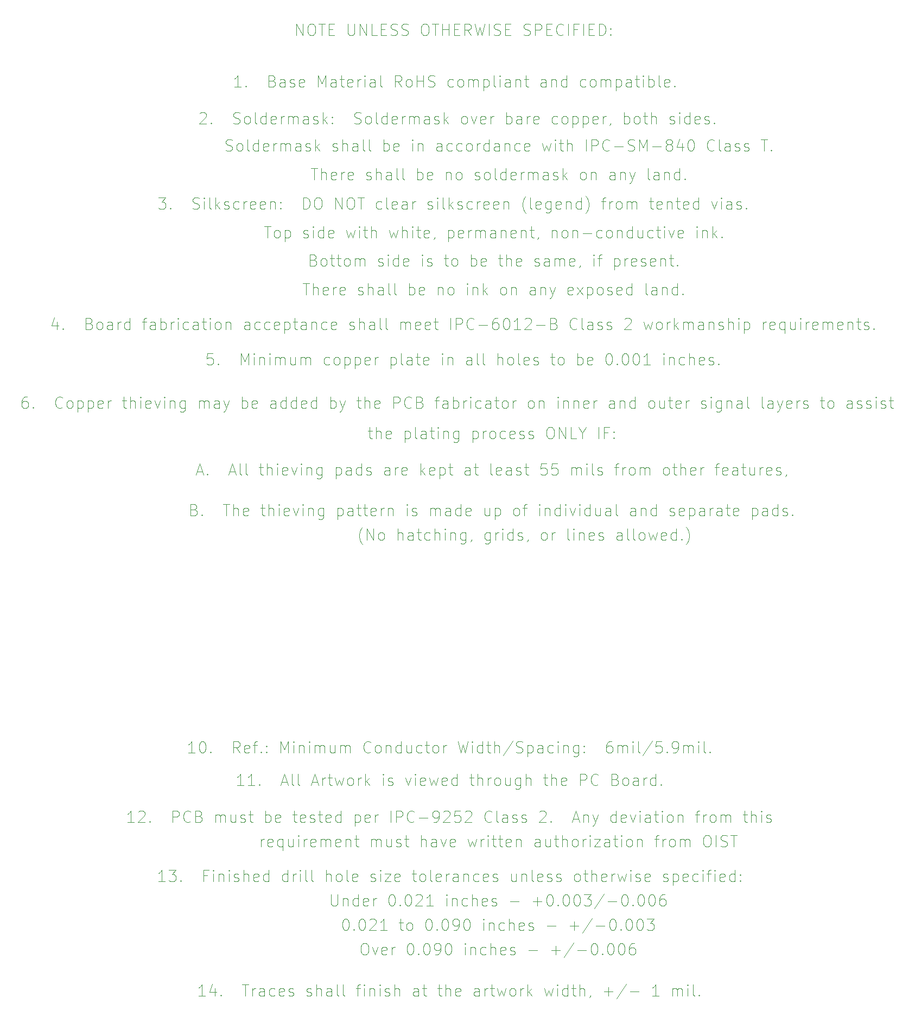
<source format=gbr>
%TF.GenerationSoftware,KiCad,Pcbnew,7.0.6-7.0.6~ubuntu22.04.1*%
%TF.CreationDate,2023-09-20T09:04:46-04:00*%
%TF.ProjectId,robot,726f626f-742e-46b6-9963-61645f706362,rev?*%
%TF.SameCoordinates,PX3938700PY9896800*%
%TF.FileFunction,OtherDrawing,Comment*%
%FSLAX46Y46*%
G04 Gerber Fmt 4.6, Leading zero omitted, Abs format (unit mm)*
G04 Created by KiCad (PCBNEW 7.0.6-7.0.6~ubuntu22.04.1) date 2023-09-20 09:04:46*
%MOMM*%
%LPD*%
G01*
G04 APERTURE LIST*
%ADD10C,0.012700*%
G04 APERTURE END LIST*
D10*
X91299328Y100003457D02*
X91299328Y98818124D01*
X90875995Y100680790D02*
X90452661Y99410790D01*
X90452661Y99410790D02*
X91553328Y99410790D01*
X92230661Y98987457D02*
X92315328Y98902790D01*
X92315328Y98902790D02*
X92230661Y98818124D01*
X92230661Y98818124D02*
X92145994Y98902790D01*
X92145994Y98902790D02*
X92230661Y98987457D01*
X92230661Y98987457D02*
X92230661Y98818124D01*
X96379329Y99749457D02*
X96633329Y99664790D01*
X96633329Y99664790D02*
X96717995Y99580124D01*
X96717995Y99580124D02*
X96802662Y99410790D01*
X96802662Y99410790D02*
X96802662Y99156790D01*
X96802662Y99156790D02*
X96717995Y98987457D01*
X96717995Y98987457D02*
X96633329Y98902790D01*
X96633329Y98902790D02*
X96463995Y98818124D01*
X96463995Y98818124D02*
X95786662Y98818124D01*
X95786662Y98818124D02*
X95786662Y100596124D01*
X95786662Y100596124D02*
X96379329Y100596124D01*
X96379329Y100596124D02*
X96548662Y100511457D01*
X96548662Y100511457D02*
X96633329Y100426790D01*
X96633329Y100426790D02*
X96717995Y100257457D01*
X96717995Y100257457D02*
X96717995Y100088124D01*
X96717995Y100088124D02*
X96633329Y99918790D01*
X96633329Y99918790D02*
X96548662Y99834124D01*
X96548662Y99834124D02*
X96379329Y99749457D01*
X96379329Y99749457D02*
X95786662Y99749457D01*
X97818662Y98818124D02*
X97649329Y98902790D01*
X97649329Y98902790D02*
X97564662Y98987457D01*
X97564662Y98987457D02*
X97479995Y99156790D01*
X97479995Y99156790D02*
X97479995Y99664790D01*
X97479995Y99664790D02*
X97564662Y99834124D01*
X97564662Y99834124D02*
X97649329Y99918790D01*
X97649329Y99918790D02*
X97818662Y100003457D01*
X97818662Y100003457D02*
X98072662Y100003457D01*
X98072662Y100003457D02*
X98241995Y99918790D01*
X98241995Y99918790D02*
X98326662Y99834124D01*
X98326662Y99834124D02*
X98411329Y99664790D01*
X98411329Y99664790D02*
X98411329Y99156790D01*
X98411329Y99156790D02*
X98326662Y98987457D01*
X98326662Y98987457D02*
X98241995Y98902790D01*
X98241995Y98902790D02*
X98072662Y98818124D01*
X98072662Y98818124D02*
X97818662Y98818124D01*
X99935329Y98818124D02*
X99935329Y99749457D01*
X99935329Y99749457D02*
X99850662Y99918790D01*
X99850662Y99918790D02*
X99681329Y100003457D01*
X99681329Y100003457D02*
X99342662Y100003457D01*
X99342662Y100003457D02*
X99173329Y99918790D01*
X99935329Y98902790D02*
X99765996Y98818124D01*
X99765996Y98818124D02*
X99342662Y98818124D01*
X99342662Y98818124D02*
X99173329Y98902790D01*
X99173329Y98902790D02*
X99088662Y99072124D01*
X99088662Y99072124D02*
X99088662Y99241457D01*
X99088662Y99241457D02*
X99173329Y99410790D01*
X99173329Y99410790D02*
X99342662Y99495457D01*
X99342662Y99495457D02*
X99765996Y99495457D01*
X99765996Y99495457D02*
X99935329Y99580124D01*
X100781996Y98818124D02*
X100781996Y100003457D01*
X100781996Y99664790D02*
X100866663Y99834124D01*
X100866663Y99834124D02*
X100951329Y99918790D01*
X100951329Y99918790D02*
X101120663Y100003457D01*
X101120663Y100003457D02*
X101289996Y100003457D01*
X102644663Y98818124D02*
X102644663Y100596124D01*
X102644663Y98902790D02*
X102475330Y98818124D01*
X102475330Y98818124D02*
X102136663Y98818124D01*
X102136663Y98818124D02*
X101967330Y98902790D01*
X101967330Y98902790D02*
X101882663Y98987457D01*
X101882663Y98987457D02*
X101797996Y99156790D01*
X101797996Y99156790D02*
X101797996Y99664790D01*
X101797996Y99664790D02*
X101882663Y99834124D01*
X101882663Y99834124D02*
X101967330Y99918790D01*
X101967330Y99918790D02*
X102136663Y100003457D01*
X102136663Y100003457D02*
X102475330Y100003457D01*
X102475330Y100003457D02*
X102644663Y99918790D01*
X104591997Y100003457D02*
X105269330Y100003457D01*
X104845997Y98818124D02*
X104845997Y100342124D01*
X104845997Y100342124D02*
X104930664Y100511457D01*
X104930664Y100511457D02*
X105099997Y100596124D01*
X105099997Y100596124D02*
X105269330Y100596124D01*
X106623997Y98818124D02*
X106623997Y99749457D01*
X106623997Y99749457D02*
X106539330Y99918790D01*
X106539330Y99918790D02*
X106369997Y100003457D01*
X106369997Y100003457D02*
X106031330Y100003457D01*
X106031330Y100003457D02*
X105861997Y99918790D01*
X106623997Y98902790D02*
X106454664Y98818124D01*
X106454664Y98818124D02*
X106031330Y98818124D01*
X106031330Y98818124D02*
X105861997Y98902790D01*
X105861997Y98902790D02*
X105777330Y99072124D01*
X105777330Y99072124D02*
X105777330Y99241457D01*
X105777330Y99241457D02*
X105861997Y99410790D01*
X105861997Y99410790D02*
X106031330Y99495457D01*
X106031330Y99495457D02*
X106454664Y99495457D01*
X106454664Y99495457D02*
X106623997Y99580124D01*
X107470664Y98818124D02*
X107470664Y100596124D01*
X107470664Y99918790D02*
X107639997Y100003457D01*
X107639997Y100003457D02*
X107978664Y100003457D01*
X107978664Y100003457D02*
X108147997Y99918790D01*
X108147997Y99918790D02*
X108232664Y99834124D01*
X108232664Y99834124D02*
X108317331Y99664790D01*
X108317331Y99664790D02*
X108317331Y99156790D01*
X108317331Y99156790D02*
X108232664Y98987457D01*
X108232664Y98987457D02*
X108147997Y98902790D01*
X108147997Y98902790D02*
X107978664Y98818124D01*
X107978664Y98818124D02*
X107639997Y98818124D01*
X107639997Y98818124D02*
X107470664Y98902790D01*
X109079331Y98818124D02*
X109079331Y100003457D01*
X109079331Y99664790D02*
X109163998Y99834124D01*
X109163998Y99834124D02*
X109248664Y99918790D01*
X109248664Y99918790D02*
X109417998Y100003457D01*
X109417998Y100003457D02*
X109587331Y100003457D01*
X110179998Y98818124D02*
X110179998Y100003457D01*
X110179998Y100596124D02*
X110095331Y100511457D01*
X110095331Y100511457D02*
X110179998Y100426790D01*
X110179998Y100426790D02*
X110264665Y100511457D01*
X110264665Y100511457D02*
X110179998Y100596124D01*
X110179998Y100596124D02*
X110179998Y100426790D01*
X111788665Y98902790D02*
X111619332Y98818124D01*
X111619332Y98818124D02*
X111280665Y98818124D01*
X111280665Y98818124D02*
X111111332Y98902790D01*
X111111332Y98902790D02*
X111026665Y98987457D01*
X111026665Y98987457D02*
X110941998Y99156790D01*
X110941998Y99156790D02*
X110941998Y99664790D01*
X110941998Y99664790D02*
X111026665Y99834124D01*
X111026665Y99834124D02*
X111111332Y99918790D01*
X111111332Y99918790D02*
X111280665Y100003457D01*
X111280665Y100003457D02*
X111619332Y100003457D01*
X111619332Y100003457D02*
X111788665Y99918790D01*
X113312665Y98818124D02*
X113312665Y99749457D01*
X113312665Y99749457D02*
X113227998Y99918790D01*
X113227998Y99918790D02*
X113058665Y100003457D01*
X113058665Y100003457D02*
X112719998Y100003457D01*
X112719998Y100003457D02*
X112550665Y99918790D01*
X113312665Y98902790D02*
X113143332Y98818124D01*
X113143332Y98818124D02*
X112719998Y98818124D01*
X112719998Y98818124D02*
X112550665Y98902790D01*
X112550665Y98902790D02*
X112465998Y99072124D01*
X112465998Y99072124D02*
X112465998Y99241457D01*
X112465998Y99241457D02*
X112550665Y99410790D01*
X112550665Y99410790D02*
X112719998Y99495457D01*
X112719998Y99495457D02*
X113143332Y99495457D01*
X113143332Y99495457D02*
X113312665Y99580124D01*
X113905332Y100003457D02*
X114582665Y100003457D01*
X114159332Y100596124D02*
X114159332Y99072124D01*
X114159332Y99072124D02*
X114243999Y98902790D01*
X114243999Y98902790D02*
X114413332Y98818124D01*
X114413332Y98818124D02*
X114582665Y98818124D01*
X115175332Y98818124D02*
X115175332Y100003457D01*
X115175332Y100596124D02*
X115090665Y100511457D01*
X115090665Y100511457D02*
X115175332Y100426790D01*
X115175332Y100426790D02*
X115259999Y100511457D01*
X115259999Y100511457D02*
X115175332Y100596124D01*
X115175332Y100596124D02*
X115175332Y100426790D01*
X116275999Y98818124D02*
X116106666Y98902790D01*
X116106666Y98902790D02*
X116021999Y98987457D01*
X116021999Y98987457D02*
X115937332Y99156790D01*
X115937332Y99156790D02*
X115937332Y99664790D01*
X115937332Y99664790D02*
X116021999Y99834124D01*
X116021999Y99834124D02*
X116106666Y99918790D01*
X116106666Y99918790D02*
X116275999Y100003457D01*
X116275999Y100003457D02*
X116529999Y100003457D01*
X116529999Y100003457D02*
X116699332Y99918790D01*
X116699332Y99918790D02*
X116783999Y99834124D01*
X116783999Y99834124D02*
X116868666Y99664790D01*
X116868666Y99664790D02*
X116868666Y99156790D01*
X116868666Y99156790D02*
X116783999Y98987457D01*
X116783999Y98987457D02*
X116699332Y98902790D01*
X116699332Y98902790D02*
X116529999Y98818124D01*
X116529999Y98818124D02*
X116275999Y98818124D01*
X117630666Y100003457D02*
X117630666Y98818124D01*
X117630666Y99834124D02*
X117715333Y99918790D01*
X117715333Y99918790D02*
X117884666Y100003457D01*
X117884666Y100003457D02*
X118138666Y100003457D01*
X118138666Y100003457D02*
X118307999Y99918790D01*
X118307999Y99918790D02*
X118392666Y99749457D01*
X118392666Y99749457D02*
X118392666Y98818124D01*
X121356000Y98818124D02*
X121356000Y99749457D01*
X121356000Y99749457D02*
X121271333Y99918790D01*
X121271333Y99918790D02*
X121102000Y100003457D01*
X121102000Y100003457D02*
X120763333Y100003457D01*
X120763333Y100003457D02*
X120594000Y99918790D01*
X121356000Y98902790D02*
X121186667Y98818124D01*
X121186667Y98818124D02*
X120763333Y98818124D01*
X120763333Y98818124D02*
X120594000Y98902790D01*
X120594000Y98902790D02*
X120509333Y99072124D01*
X120509333Y99072124D02*
X120509333Y99241457D01*
X120509333Y99241457D02*
X120594000Y99410790D01*
X120594000Y99410790D02*
X120763333Y99495457D01*
X120763333Y99495457D02*
X121186667Y99495457D01*
X121186667Y99495457D02*
X121356000Y99580124D01*
X122964667Y98902790D02*
X122795334Y98818124D01*
X122795334Y98818124D02*
X122456667Y98818124D01*
X122456667Y98818124D02*
X122287334Y98902790D01*
X122287334Y98902790D02*
X122202667Y98987457D01*
X122202667Y98987457D02*
X122118000Y99156790D01*
X122118000Y99156790D02*
X122118000Y99664790D01*
X122118000Y99664790D02*
X122202667Y99834124D01*
X122202667Y99834124D02*
X122287334Y99918790D01*
X122287334Y99918790D02*
X122456667Y100003457D01*
X122456667Y100003457D02*
X122795334Y100003457D01*
X122795334Y100003457D02*
X122964667Y99918790D01*
X124488667Y98902790D02*
X124319334Y98818124D01*
X124319334Y98818124D02*
X123980667Y98818124D01*
X123980667Y98818124D02*
X123811334Y98902790D01*
X123811334Y98902790D02*
X123726667Y98987457D01*
X123726667Y98987457D02*
X123642000Y99156790D01*
X123642000Y99156790D02*
X123642000Y99664790D01*
X123642000Y99664790D02*
X123726667Y99834124D01*
X123726667Y99834124D02*
X123811334Y99918790D01*
X123811334Y99918790D02*
X123980667Y100003457D01*
X123980667Y100003457D02*
X124319334Y100003457D01*
X124319334Y100003457D02*
X124488667Y99918790D01*
X125928000Y98902790D02*
X125758667Y98818124D01*
X125758667Y98818124D02*
X125420000Y98818124D01*
X125420000Y98818124D02*
X125250667Y98902790D01*
X125250667Y98902790D02*
X125166000Y99072124D01*
X125166000Y99072124D02*
X125166000Y99749457D01*
X125166000Y99749457D02*
X125250667Y99918790D01*
X125250667Y99918790D02*
X125420000Y100003457D01*
X125420000Y100003457D02*
X125758667Y100003457D01*
X125758667Y100003457D02*
X125928000Y99918790D01*
X125928000Y99918790D02*
X126012667Y99749457D01*
X126012667Y99749457D02*
X126012667Y99580124D01*
X126012667Y99580124D02*
X125166000Y99410790D01*
X126774667Y100003457D02*
X126774667Y98225457D01*
X126774667Y99918790D02*
X126944000Y100003457D01*
X126944000Y100003457D02*
X127282667Y100003457D01*
X127282667Y100003457D02*
X127452000Y99918790D01*
X127452000Y99918790D02*
X127536667Y99834124D01*
X127536667Y99834124D02*
X127621334Y99664790D01*
X127621334Y99664790D02*
X127621334Y99156790D01*
X127621334Y99156790D02*
X127536667Y98987457D01*
X127536667Y98987457D02*
X127452000Y98902790D01*
X127452000Y98902790D02*
X127282667Y98818124D01*
X127282667Y98818124D02*
X126944000Y98818124D01*
X126944000Y98818124D02*
X126774667Y98902790D01*
X128129334Y100003457D02*
X128806667Y100003457D01*
X128383334Y100596124D02*
X128383334Y99072124D01*
X128383334Y99072124D02*
X128468001Y98902790D01*
X128468001Y98902790D02*
X128637334Y98818124D01*
X128637334Y98818124D02*
X128806667Y98818124D01*
X130161334Y98818124D02*
X130161334Y99749457D01*
X130161334Y99749457D02*
X130076667Y99918790D01*
X130076667Y99918790D02*
X129907334Y100003457D01*
X129907334Y100003457D02*
X129568667Y100003457D01*
X129568667Y100003457D02*
X129399334Y99918790D01*
X130161334Y98902790D02*
X129992001Y98818124D01*
X129992001Y98818124D02*
X129568667Y98818124D01*
X129568667Y98818124D02*
X129399334Y98902790D01*
X129399334Y98902790D02*
X129314667Y99072124D01*
X129314667Y99072124D02*
X129314667Y99241457D01*
X129314667Y99241457D02*
X129399334Y99410790D01*
X129399334Y99410790D02*
X129568667Y99495457D01*
X129568667Y99495457D02*
X129992001Y99495457D01*
X129992001Y99495457D02*
X130161334Y99580124D01*
X131008001Y100003457D02*
X131008001Y98818124D01*
X131008001Y99834124D02*
X131092668Y99918790D01*
X131092668Y99918790D02*
X131262001Y100003457D01*
X131262001Y100003457D02*
X131516001Y100003457D01*
X131516001Y100003457D02*
X131685334Y99918790D01*
X131685334Y99918790D02*
X131770001Y99749457D01*
X131770001Y99749457D02*
X131770001Y98818124D01*
X133378668Y98902790D02*
X133209335Y98818124D01*
X133209335Y98818124D02*
X132870668Y98818124D01*
X132870668Y98818124D02*
X132701335Y98902790D01*
X132701335Y98902790D02*
X132616668Y98987457D01*
X132616668Y98987457D02*
X132532001Y99156790D01*
X132532001Y99156790D02*
X132532001Y99664790D01*
X132532001Y99664790D02*
X132616668Y99834124D01*
X132616668Y99834124D02*
X132701335Y99918790D01*
X132701335Y99918790D02*
X132870668Y100003457D01*
X132870668Y100003457D02*
X133209335Y100003457D01*
X133209335Y100003457D02*
X133378668Y99918790D01*
X134818001Y98902790D02*
X134648668Y98818124D01*
X134648668Y98818124D02*
X134310001Y98818124D01*
X134310001Y98818124D02*
X134140668Y98902790D01*
X134140668Y98902790D02*
X134056001Y99072124D01*
X134056001Y99072124D02*
X134056001Y99749457D01*
X134056001Y99749457D02*
X134140668Y99918790D01*
X134140668Y99918790D02*
X134310001Y100003457D01*
X134310001Y100003457D02*
X134648668Y100003457D01*
X134648668Y100003457D02*
X134818001Y99918790D01*
X134818001Y99918790D02*
X134902668Y99749457D01*
X134902668Y99749457D02*
X134902668Y99580124D01*
X134902668Y99580124D02*
X134056001Y99410790D01*
X136934668Y98902790D02*
X137104002Y98818124D01*
X137104002Y98818124D02*
X137442668Y98818124D01*
X137442668Y98818124D02*
X137612002Y98902790D01*
X137612002Y98902790D02*
X137696668Y99072124D01*
X137696668Y99072124D02*
X137696668Y99156790D01*
X137696668Y99156790D02*
X137612002Y99326124D01*
X137612002Y99326124D02*
X137442668Y99410790D01*
X137442668Y99410790D02*
X137188668Y99410790D01*
X137188668Y99410790D02*
X137019335Y99495457D01*
X137019335Y99495457D02*
X136934668Y99664790D01*
X136934668Y99664790D02*
X136934668Y99749457D01*
X136934668Y99749457D02*
X137019335Y99918790D01*
X137019335Y99918790D02*
X137188668Y100003457D01*
X137188668Y100003457D02*
X137442668Y100003457D01*
X137442668Y100003457D02*
X137612002Y99918790D01*
X138458668Y98818124D02*
X138458668Y100596124D01*
X139220668Y98818124D02*
X139220668Y99749457D01*
X139220668Y99749457D02*
X139136001Y99918790D01*
X139136001Y99918790D02*
X138966668Y100003457D01*
X138966668Y100003457D02*
X138712668Y100003457D01*
X138712668Y100003457D02*
X138543335Y99918790D01*
X138543335Y99918790D02*
X138458668Y99834124D01*
X140829335Y98818124D02*
X140829335Y99749457D01*
X140829335Y99749457D02*
X140744668Y99918790D01*
X140744668Y99918790D02*
X140575335Y100003457D01*
X140575335Y100003457D02*
X140236668Y100003457D01*
X140236668Y100003457D02*
X140067335Y99918790D01*
X140829335Y98902790D02*
X140660002Y98818124D01*
X140660002Y98818124D02*
X140236668Y98818124D01*
X140236668Y98818124D02*
X140067335Y98902790D01*
X140067335Y98902790D02*
X139982668Y99072124D01*
X139982668Y99072124D02*
X139982668Y99241457D01*
X139982668Y99241457D02*
X140067335Y99410790D01*
X140067335Y99410790D02*
X140236668Y99495457D01*
X140236668Y99495457D02*
X140660002Y99495457D01*
X140660002Y99495457D02*
X140829335Y99580124D01*
X141930002Y98818124D02*
X141760669Y98902790D01*
X141760669Y98902790D02*
X141676002Y99072124D01*
X141676002Y99072124D02*
X141676002Y100596124D01*
X142861335Y98818124D02*
X142692002Y98902790D01*
X142692002Y98902790D02*
X142607335Y99072124D01*
X142607335Y99072124D02*
X142607335Y100596124D01*
X144893335Y98818124D02*
X144893335Y100003457D01*
X144893335Y99834124D02*
X144978002Y99918790D01*
X144978002Y99918790D02*
X145147335Y100003457D01*
X145147335Y100003457D02*
X145401335Y100003457D01*
X145401335Y100003457D02*
X145570668Y99918790D01*
X145570668Y99918790D02*
X145655335Y99749457D01*
X145655335Y99749457D02*
X145655335Y98818124D01*
X145655335Y99749457D02*
X145740002Y99918790D01*
X145740002Y99918790D02*
X145909335Y100003457D01*
X145909335Y100003457D02*
X146163335Y100003457D01*
X146163335Y100003457D02*
X146332668Y99918790D01*
X146332668Y99918790D02*
X146417335Y99749457D01*
X146417335Y99749457D02*
X146417335Y98818124D01*
X147941335Y98902790D02*
X147772002Y98818124D01*
X147772002Y98818124D02*
X147433335Y98818124D01*
X147433335Y98818124D02*
X147264002Y98902790D01*
X147264002Y98902790D02*
X147179335Y99072124D01*
X147179335Y99072124D02*
X147179335Y99749457D01*
X147179335Y99749457D02*
X147264002Y99918790D01*
X147264002Y99918790D02*
X147433335Y100003457D01*
X147433335Y100003457D02*
X147772002Y100003457D01*
X147772002Y100003457D02*
X147941335Y99918790D01*
X147941335Y99918790D02*
X148026002Y99749457D01*
X148026002Y99749457D02*
X148026002Y99580124D01*
X148026002Y99580124D02*
X147179335Y99410790D01*
X149465335Y98902790D02*
X149296002Y98818124D01*
X149296002Y98818124D02*
X148957335Y98818124D01*
X148957335Y98818124D02*
X148788002Y98902790D01*
X148788002Y98902790D02*
X148703335Y99072124D01*
X148703335Y99072124D02*
X148703335Y99749457D01*
X148703335Y99749457D02*
X148788002Y99918790D01*
X148788002Y99918790D02*
X148957335Y100003457D01*
X148957335Y100003457D02*
X149296002Y100003457D01*
X149296002Y100003457D02*
X149465335Y99918790D01*
X149465335Y99918790D02*
X149550002Y99749457D01*
X149550002Y99749457D02*
X149550002Y99580124D01*
X149550002Y99580124D02*
X148703335Y99410790D01*
X150058002Y100003457D02*
X150735335Y100003457D01*
X150312002Y100596124D02*
X150312002Y99072124D01*
X150312002Y99072124D02*
X150396669Y98902790D01*
X150396669Y98902790D02*
X150566002Y98818124D01*
X150566002Y98818124D02*
X150735335Y98818124D01*
X152682669Y98818124D02*
X152682669Y100596124D01*
X153529336Y98818124D02*
X153529336Y100596124D01*
X153529336Y100596124D02*
X154206669Y100596124D01*
X154206669Y100596124D02*
X154376003Y100511457D01*
X154376003Y100511457D02*
X154460669Y100426790D01*
X154460669Y100426790D02*
X154545336Y100257457D01*
X154545336Y100257457D02*
X154545336Y100003457D01*
X154545336Y100003457D02*
X154460669Y99834124D01*
X154460669Y99834124D02*
X154376003Y99749457D01*
X154376003Y99749457D02*
X154206669Y99664790D01*
X154206669Y99664790D02*
X153529336Y99664790D01*
X156323336Y98987457D02*
X156238669Y98902790D01*
X156238669Y98902790D02*
X155984669Y98818124D01*
X155984669Y98818124D02*
X155815336Y98818124D01*
X155815336Y98818124D02*
X155561336Y98902790D01*
X155561336Y98902790D02*
X155392003Y99072124D01*
X155392003Y99072124D02*
X155307336Y99241457D01*
X155307336Y99241457D02*
X155222669Y99580124D01*
X155222669Y99580124D02*
X155222669Y99834124D01*
X155222669Y99834124D02*
X155307336Y100172790D01*
X155307336Y100172790D02*
X155392003Y100342124D01*
X155392003Y100342124D02*
X155561336Y100511457D01*
X155561336Y100511457D02*
X155815336Y100596124D01*
X155815336Y100596124D02*
X155984669Y100596124D01*
X155984669Y100596124D02*
X156238669Y100511457D01*
X156238669Y100511457D02*
X156323336Y100426790D01*
X157085336Y99495457D02*
X158440003Y99495457D01*
X160048669Y100596124D02*
X159710002Y100596124D01*
X159710002Y100596124D02*
X159540669Y100511457D01*
X159540669Y100511457D02*
X159456002Y100426790D01*
X159456002Y100426790D02*
X159286669Y100172790D01*
X159286669Y100172790D02*
X159202002Y99834124D01*
X159202002Y99834124D02*
X159202002Y99156790D01*
X159202002Y99156790D02*
X159286669Y98987457D01*
X159286669Y98987457D02*
X159371336Y98902790D01*
X159371336Y98902790D02*
X159540669Y98818124D01*
X159540669Y98818124D02*
X159879336Y98818124D01*
X159879336Y98818124D02*
X160048669Y98902790D01*
X160048669Y98902790D02*
X160133336Y98987457D01*
X160133336Y98987457D02*
X160218002Y99156790D01*
X160218002Y99156790D02*
X160218002Y99580124D01*
X160218002Y99580124D02*
X160133336Y99749457D01*
X160133336Y99749457D02*
X160048669Y99834124D01*
X160048669Y99834124D02*
X159879336Y99918790D01*
X159879336Y99918790D02*
X159540669Y99918790D01*
X159540669Y99918790D02*
X159371336Y99834124D01*
X159371336Y99834124D02*
X159286669Y99749457D01*
X159286669Y99749457D02*
X159202002Y99580124D01*
X161318669Y100596124D02*
X161488002Y100596124D01*
X161488002Y100596124D02*
X161657335Y100511457D01*
X161657335Y100511457D02*
X161742002Y100426790D01*
X161742002Y100426790D02*
X161826669Y100257457D01*
X161826669Y100257457D02*
X161911335Y99918790D01*
X161911335Y99918790D02*
X161911335Y99495457D01*
X161911335Y99495457D02*
X161826669Y99156790D01*
X161826669Y99156790D02*
X161742002Y98987457D01*
X161742002Y98987457D02*
X161657335Y98902790D01*
X161657335Y98902790D02*
X161488002Y98818124D01*
X161488002Y98818124D02*
X161318669Y98818124D01*
X161318669Y98818124D02*
X161149335Y98902790D01*
X161149335Y98902790D02*
X161064669Y98987457D01*
X161064669Y98987457D02*
X160980002Y99156790D01*
X160980002Y99156790D02*
X160895335Y99495457D01*
X160895335Y99495457D02*
X160895335Y99918790D01*
X160895335Y99918790D02*
X160980002Y100257457D01*
X160980002Y100257457D02*
X161064669Y100426790D01*
X161064669Y100426790D02*
X161149335Y100511457D01*
X161149335Y100511457D02*
X161318669Y100596124D01*
X163604668Y98818124D02*
X162588668Y98818124D01*
X163096668Y98818124D02*
X163096668Y100596124D01*
X163096668Y100596124D02*
X162927335Y100342124D01*
X162927335Y100342124D02*
X162758002Y100172790D01*
X162758002Y100172790D02*
X162588668Y100088124D01*
X164282001Y100426790D02*
X164366668Y100511457D01*
X164366668Y100511457D02*
X164536001Y100596124D01*
X164536001Y100596124D02*
X164959335Y100596124D01*
X164959335Y100596124D02*
X165128668Y100511457D01*
X165128668Y100511457D02*
X165213335Y100426790D01*
X165213335Y100426790D02*
X165298001Y100257457D01*
X165298001Y100257457D02*
X165298001Y100088124D01*
X165298001Y100088124D02*
X165213335Y99834124D01*
X165213335Y99834124D02*
X164197335Y98818124D01*
X164197335Y98818124D02*
X165298001Y98818124D01*
X166060001Y99495457D02*
X167414668Y99495457D01*
X168854001Y99749457D02*
X169108001Y99664790D01*
X169108001Y99664790D02*
X169192667Y99580124D01*
X169192667Y99580124D02*
X169277334Y99410790D01*
X169277334Y99410790D02*
X169277334Y99156790D01*
X169277334Y99156790D02*
X169192667Y98987457D01*
X169192667Y98987457D02*
X169108001Y98902790D01*
X169108001Y98902790D02*
X168938667Y98818124D01*
X168938667Y98818124D02*
X168261334Y98818124D01*
X168261334Y98818124D02*
X168261334Y100596124D01*
X168261334Y100596124D02*
X168854001Y100596124D01*
X168854001Y100596124D02*
X169023334Y100511457D01*
X169023334Y100511457D02*
X169108001Y100426790D01*
X169108001Y100426790D02*
X169192667Y100257457D01*
X169192667Y100257457D02*
X169192667Y100088124D01*
X169192667Y100088124D02*
X169108001Y99918790D01*
X169108001Y99918790D02*
X169023334Y99834124D01*
X169023334Y99834124D02*
X168854001Y99749457D01*
X168854001Y99749457D02*
X168261334Y99749457D01*
X172410001Y98987457D02*
X172325334Y98902790D01*
X172325334Y98902790D02*
X172071334Y98818124D01*
X172071334Y98818124D02*
X171902001Y98818124D01*
X171902001Y98818124D02*
X171648001Y98902790D01*
X171648001Y98902790D02*
X171478668Y99072124D01*
X171478668Y99072124D02*
X171394001Y99241457D01*
X171394001Y99241457D02*
X171309334Y99580124D01*
X171309334Y99580124D02*
X171309334Y99834124D01*
X171309334Y99834124D02*
X171394001Y100172790D01*
X171394001Y100172790D02*
X171478668Y100342124D01*
X171478668Y100342124D02*
X171648001Y100511457D01*
X171648001Y100511457D02*
X171902001Y100596124D01*
X171902001Y100596124D02*
X172071334Y100596124D01*
X172071334Y100596124D02*
X172325334Y100511457D01*
X172325334Y100511457D02*
X172410001Y100426790D01*
X173426001Y98818124D02*
X173256668Y98902790D01*
X173256668Y98902790D02*
X173172001Y99072124D01*
X173172001Y99072124D02*
X173172001Y100596124D01*
X174865334Y98818124D02*
X174865334Y99749457D01*
X174865334Y99749457D02*
X174780667Y99918790D01*
X174780667Y99918790D02*
X174611334Y100003457D01*
X174611334Y100003457D02*
X174272667Y100003457D01*
X174272667Y100003457D02*
X174103334Y99918790D01*
X174865334Y98902790D02*
X174696001Y98818124D01*
X174696001Y98818124D02*
X174272667Y98818124D01*
X174272667Y98818124D02*
X174103334Y98902790D01*
X174103334Y98902790D02*
X174018667Y99072124D01*
X174018667Y99072124D02*
X174018667Y99241457D01*
X174018667Y99241457D02*
X174103334Y99410790D01*
X174103334Y99410790D02*
X174272667Y99495457D01*
X174272667Y99495457D02*
X174696001Y99495457D01*
X174696001Y99495457D02*
X174865334Y99580124D01*
X175627334Y98902790D02*
X175796668Y98818124D01*
X175796668Y98818124D02*
X176135334Y98818124D01*
X176135334Y98818124D02*
X176304668Y98902790D01*
X176304668Y98902790D02*
X176389334Y99072124D01*
X176389334Y99072124D02*
X176389334Y99156790D01*
X176389334Y99156790D02*
X176304668Y99326124D01*
X176304668Y99326124D02*
X176135334Y99410790D01*
X176135334Y99410790D02*
X175881334Y99410790D01*
X175881334Y99410790D02*
X175712001Y99495457D01*
X175712001Y99495457D02*
X175627334Y99664790D01*
X175627334Y99664790D02*
X175627334Y99749457D01*
X175627334Y99749457D02*
X175712001Y99918790D01*
X175712001Y99918790D02*
X175881334Y100003457D01*
X175881334Y100003457D02*
X176135334Y100003457D01*
X176135334Y100003457D02*
X176304668Y99918790D01*
X177066667Y98902790D02*
X177236001Y98818124D01*
X177236001Y98818124D02*
X177574667Y98818124D01*
X177574667Y98818124D02*
X177744001Y98902790D01*
X177744001Y98902790D02*
X177828667Y99072124D01*
X177828667Y99072124D02*
X177828667Y99156790D01*
X177828667Y99156790D02*
X177744001Y99326124D01*
X177744001Y99326124D02*
X177574667Y99410790D01*
X177574667Y99410790D02*
X177320667Y99410790D01*
X177320667Y99410790D02*
X177151334Y99495457D01*
X177151334Y99495457D02*
X177066667Y99664790D01*
X177066667Y99664790D02*
X177066667Y99749457D01*
X177066667Y99749457D02*
X177151334Y99918790D01*
X177151334Y99918790D02*
X177320667Y100003457D01*
X177320667Y100003457D02*
X177574667Y100003457D01*
X177574667Y100003457D02*
X177744001Y99918790D01*
X179860667Y100426790D02*
X179945334Y100511457D01*
X179945334Y100511457D02*
X180114667Y100596124D01*
X180114667Y100596124D02*
X180538001Y100596124D01*
X180538001Y100596124D02*
X180707334Y100511457D01*
X180707334Y100511457D02*
X180792001Y100426790D01*
X180792001Y100426790D02*
X180876667Y100257457D01*
X180876667Y100257457D02*
X180876667Y100088124D01*
X180876667Y100088124D02*
X180792001Y99834124D01*
X180792001Y99834124D02*
X179776001Y98818124D01*
X179776001Y98818124D02*
X180876667Y98818124D01*
X182824001Y100003457D02*
X183162667Y98818124D01*
X183162667Y98818124D02*
X183501334Y99664790D01*
X183501334Y99664790D02*
X183840001Y98818124D01*
X183840001Y98818124D02*
X184178667Y100003457D01*
X185110001Y98818124D02*
X184940668Y98902790D01*
X184940668Y98902790D02*
X184856001Y98987457D01*
X184856001Y98987457D02*
X184771334Y99156790D01*
X184771334Y99156790D02*
X184771334Y99664790D01*
X184771334Y99664790D02*
X184856001Y99834124D01*
X184856001Y99834124D02*
X184940668Y99918790D01*
X184940668Y99918790D02*
X185110001Y100003457D01*
X185110001Y100003457D02*
X185364001Y100003457D01*
X185364001Y100003457D02*
X185533334Y99918790D01*
X185533334Y99918790D02*
X185618001Y99834124D01*
X185618001Y99834124D02*
X185702668Y99664790D01*
X185702668Y99664790D02*
X185702668Y99156790D01*
X185702668Y99156790D02*
X185618001Y98987457D01*
X185618001Y98987457D02*
X185533334Y98902790D01*
X185533334Y98902790D02*
X185364001Y98818124D01*
X185364001Y98818124D02*
X185110001Y98818124D01*
X186464668Y98818124D02*
X186464668Y100003457D01*
X186464668Y99664790D02*
X186549335Y99834124D01*
X186549335Y99834124D02*
X186634001Y99918790D01*
X186634001Y99918790D02*
X186803335Y100003457D01*
X186803335Y100003457D02*
X186972668Y100003457D01*
X187565335Y98818124D02*
X187565335Y100596124D01*
X187734668Y99495457D02*
X188242668Y98818124D01*
X188242668Y100003457D02*
X187565335Y99326124D01*
X189004668Y98818124D02*
X189004668Y100003457D01*
X189004668Y99834124D02*
X189089335Y99918790D01*
X189089335Y99918790D02*
X189258668Y100003457D01*
X189258668Y100003457D02*
X189512668Y100003457D01*
X189512668Y100003457D02*
X189682001Y99918790D01*
X189682001Y99918790D02*
X189766668Y99749457D01*
X189766668Y99749457D02*
X189766668Y98818124D01*
X189766668Y99749457D02*
X189851335Y99918790D01*
X189851335Y99918790D02*
X190020668Y100003457D01*
X190020668Y100003457D02*
X190274668Y100003457D01*
X190274668Y100003457D02*
X190444001Y99918790D01*
X190444001Y99918790D02*
X190528668Y99749457D01*
X190528668Y99749457D02*
X190528668Y98818124D01*
X192137335Y98818124D02*
X192137335Y99749457D01*
X192137335Y99749457D02*
X192052668Y99918790D01*
X192052668Y99918790D02*
X191883335Y100003457D01*
X191883335Y100003457D02*
X191544668Y100003457D01*
X191544668Y100003457D02*
X191375335Y99918790D01*
X192137335Y98902790D02*
X191968002Y98818124D01*
X191968002Y98818124D02*
X191544668Y98818124D01*
X191544668Y98818124D02*
X191375335Y98902790D01*
X191375335Y98902790D02*
X191290668Y99072124D01*
X191290668Y99072124D02*
X191290668Y99241457D01*
X191290668Y99241457D02*
X191375335Y99410790D01*
X191375335Y99410790D02*
X191544668Y99495457D01*
X191544668Y99495457D02*
X191968002Y99495457D01*
X191968002Y99495457D02*
X192137335Y99580124D01*
X192984002Y100003457D02*
X192984002Y98818124D01*
X192984002Y99834124D02*
X193068669Y99918790D01*
X193068669Y99918790D02*
X193238002Y100003457D01*
X193238002Y100003457D02*
X193492002Y100003457D01*
X193492002Y100003457D02*
X193661335Y99918790D01*
X193661335Y99918790D02*
X193746002Y99749457D01*
X193746002Y99749457D02*
X193746002Y98818124D01*
X194508002Y98902790D02*
X194677336Y98818124D01*
X194677336Y98818124D02*
X195016002Y98818124D01*
X195016002Y98818124D02*
X195185336Y98902790D01*
X195185336Y98902790D02*
X195270002Y99072124D01*
X195270002Y99072124D02*
X195270002Y99156790D01*
X195270002Y99156790D02*
X195185336Y99326124D01*
X195185336Y99326124D02*
X195016002Y99410790D01*
X195016002Y99410790D02*
X194762002Y99410790D01*
X194762002Y99410790D02*
X194592669Y99495457D01*
X194592669Y99495457D02*
X194508002Y99664790D01*
X194508002Y99664790D02*
X194508002Y99749457D01*
X194508002Y99749457D02*
X194592669Y99918790D01*
X194592669Y99918790D02*
X194762002Y100003457D01*
X194762002Y100003457D02*
X195016002Y100003457D01*
X195016002Y100003457D02*
X195185336Y99918790D01*
X196032002Y98818124D02*
X196032002Y100596124D01*
X196794002Y98818124D02*
X196794002Y99749457D01*
X196794002Y99749457D02*
X196709335Y99918790D01*
X196709335Y99918790D02*
X196540002Y100003457D01*
X196540002Y100003457D02*
X196286002Y100003457D01*
X196286002Y100003457D02*
X196116669Y99918790D01*
X196116669Y99918790D02*
X196032002Y99834124D01*
X197640669Y98818124D02*
X197640669Y100003457D01*
X197640669Y100596124D02*
X197556002Y100511457D01*
X197556002Y100511457D02*
X197640669Y100426790D01*
X197640669Y100426790D02*
X197725336Y100511457D01*
X197725336Y100511457D02*
X197640669Y100596124D01*
X197640669Y100596124D02*
X197640669Y100426790D01*
X198487336Y100003457D02*
X198487336Y98225457D01*
X198487336Y99918790D02*
X198656669Y100003457D01*
X198656669Y100003457D02*
X198995336Y100003457D01*
X198995336Y100003457D02*
X199164669Y99918790D01*
X199164669Y99918790D02*
X199249336Y99834124D01*
X199249336Y99834124D02*
X199334003Y99664790D01*
X199334003Y99664790D02*
X199334003Y99156790D01*
X199334003Y99156790D02*
X199249336Y98987457D01*
X199249336Y98987457D02*
X199164669Y98902790D01*
X199164669Y98902790D02*
X198995336Y98818124D01*
X198995336Y98818124D02*
X198656669Y98818124D01*
X198656669Y98818124D02*
X198487336Y98902790D01*
X201450670Y98818124D02*
X201450670Y100003457D01*
X201450670Y99664790D02*
X201535337Y99834124D01*
X201535337Y99834124D02*
X201620003Y99918790D01*
X201620003Y99918790D02*
X201789337Y100003457D01*
X201789337Y100003457D02*
X201958670Y100003457D01*
X203228670Y98902790D02*
X203059337Y98818124D01*
X203059337Y98818124D02*
X202720670Y98818124D01*
X202720670Y98818124D02*
X202551337Y98902790D01*
X202551337Y98902790D02*
X202466670Y99072124D01*
X202466670Y99072124D02*
X202466670Y99749457D01*
X202466670Y99749457D02*
X202551337Y99918790D01*
X202551337Y99918790D02*
X202720670Y100003457D01*
X202720670Y100003457D02*
X203059337Y100003457D01*
X203059337Y100003457D02*
X203228670Y99918790D01*
X203228670Y99918790D02*
X203313337Y99749457D01*
X203313337Y99749457D02*
X203313337Y99580124D01*
X203313337Y99580124D02*
X202466670Y99410790D01*
X204837337Y100003457D02*
X204837337Y98225457D01*
X204837337Y98902790D02*
X204668004Y98818124D01*
X204668004Y98818124D02*
X204329337Y98818124D01*
X204329337Y98818124D02*
X204160004Y98902790D01*
X204160004Y98902790D02*
X204075337Y98987457D01*
X204075337Y98987457D02*
X203990670Y99156790D01*
X203990670Y99156790D02*
X203990670Y99664790D01*
X203990670Y99664790D02*
X204075337Y99834124D01*
X204075337Y99834124D02*
X204160004Y99918790D01*
X204160004Y99918790D02*
X204329337Y100003457D01*
X204329337Y100003457D02*
X204668004Y100003457D01*
X204668004Y100003457D02*
X204837337Y99918790D01*
X206446004Y100003457D02*
X206446004Y98818124D01*
X205684004Y100003457D02*
X205684004Y99072124D01*
X205684004Y99072124D02*
X205768671Y98902790D01*
X205768671Y98902790D02*
X205938004Y98818124D01*
X205938004Y98818124D02*
X206192004Y98818124D01*
X206192004Y98818124D02*
X206361337Y98902790D01*
X206361337Y98902790D02*
X206446004Y98987457D01*
X207292671Y98818124D02*
X207292671Y100003457D01*
X207292671Y100596124D02*
X207208004Y100511457D01*
X207208004Y100511457D02*
X207292671Y100426790D01*
X207292671Y100426790D02*
X207377338Y100511457D01*
X207377338Y100511457D02*
X207292671Y100596124D01*
X207292671Y100596124D02*
X207292671Y100426790D01*
X208139338Y98818124D02*
X208139338Y100003457D01*
X208139338Y99664790D02*
X208224005Y99834124D01*
X208224005Y99834124D02*
X208308671Y99918790D01*
X208308671Y99918790D02*
X208478005Y100003457D01*
X208478005Y100003457D02*
X208647338Y100003457D01*
X209917338Y98902790D02*
X209748005Y98818124D01*
X209748005Y98818124D02*
X209409338Y98818124D01*
X209409338Y98818124D02*
X209240005Y98902790D01*
X209240005Y98902790D02*
X209155338Y99072124D01*
X209155338Y99072124D02*
X209155338Y99749457D01*
X209155338Y99749457D02*
X209240005Y99918790D01*
X209240005Y99918790D02*
X209409338Y100003457D01*
X209409338Y100003457D02*
X209748005Y100003457D01*
X209748005Y100003457D02*
X209917338Y99918790D01*
X209917338Y99918790D02*
X210002005Y99749457D01*
X210002005Y99749457D02*
X210002005Y99580124D01*
X210002005Y99580124D02*
X209155338Y99410790D01*
X210764005Y98818124D02*
X210764005Y100003457D01*
X210764005Y99834124D02*
X210848672Y99918790D01*
X210848672Y99918790D02*
X211018005Y100003457D01*
X211018005Y100003457D02*
X211272005Y100003457D01*
X211272005Y100003457D02*
X211441338Y99918790D01*
X211441338Y99918790D02*
X211526005Y99749457D01*
X211526005Y99749457D02*
X211526005Y98818124D01*
X211526005Y99749457D02*
X211610672Y99918790D01*
X211610672Y99918790D02*
X211780005Y100003457D01*
X211780005Y100003457D02*
X212034005Y100003457D01*
X212034005Y100003457D02*
X212203338Y99918790D01*
X212203338Y99918790D02*
X212288005Y99749457D01*
X212288005Y99749457D02*
X212288005Y98818124D01*
X213812005Y98902790D02*
X213642672Y98818124D01*
X213642672Y98818124D02*
X213304005Y98818124D01*
X213304005Y98818124D02*
X213134672Y98902790D01*
X213134672Y98902790D02*
X213050005Y99072124D01*
X213050005Y99072124D02*
X213050005Y99749457D01*
X213050005Y99749457D02*
X213134672Y99918790D01*
X213134672Y99918790D02*
X213304005Y100003457D01*
X213304005Y100003457D02*
X213642672Y100003457D01*
X213642672Y100003457D02*
X213812005Y99918790D01*
X213812005Y99918790D02*
X213896672Y99749457D01*
X213896672Y99749457D02*
X213896672Y99580124D01*
X213896672Y99580124D02*
X213050005Y99410790D01*
X214658672Y100003457D02*
X214658672Y98818124D01*
X214658672Y99834124D02*
X214743339Y99918790D01*
X214743339Y99918790D02*
X214912672Y100003457D01*
X214912672Y100003457D02*
X215166672Y100003457D01*
X215166672Y100003457D02*
X215336005Y99918790D01*
X215336005Y99918790D02*
X215420672Y99749457D01*
X215420672Y99749457D02*
X215420672Y98818124D01*
X216013339Y100003457D02*
X216690672Y100003457D01*
X216267339Y100596124D02*
X216267339Y99072124D01*
X216267339Y99072124D02*
X216352006Y98902790D01*
X216352006Y98902790D02*
X216521339Y98818124D01*
X216521339Y98818124D02*
X216690672Y98818124D01*
X217198672Y98902790D02*
X217368006Y98818124D01*
X217368006Y98818124D02*
X217706672Y98818124D01*
X217706672Y98818124D02*
X217876006Y98902790D01*
X217876006Y98902790D02*
X217960672Y99072124D01*
X217960672Y99072124D02*
X217960672Y99156790D01*
X217960672Y99156790D02*
X217876006Y99326124D01*
X217876006Y99326124D02*
X217706672Y99410790D01*
X217706672Y99410790D02*
X217452672Y99410790D01*
X217452672Y99410790D02*
X217283339Y99495457D01*
X217283339Y99495457D02*
X217198672Y99664790D01*
X217198672Y99664790D02*
X217198672Y99749457D01*
X217198672Y99749457D02*
X217283339Y99918790D01*
X217283339Y99918790D02*
X217452672Y100003457D01*
X217452672Y100003457D02*
X217706672Y100003457D01*
X217706672Y100003457D02*
X217876006Y99918790D01*
X218722672Y98987457D02*
X218807339Y98902790D01*
X218807339Y98902790D02*
X218722672Y98818124D01*
X218722672Y98818124D02*
X218638005Y98902790D01*
X218638005Y98902790D02*
X218722672Y98987457D01*
X218722672Y98987457D02*
X218722672Y98818124D01*
X120491329Y27714124D02*
X119475329Y27714124D01*
X119983329Y27714124D02*
X119983329Y29492124D01*
X119983329Y29492124D02*
X119813996Y29238124D01*
X119813996Y29238124D02*
X119644663Y29068790D01*
X119644663Y29068790D02*
X119475329Y28984124D01*
X122184662Y27714124D02*
X121168662Y27714124D01*
X121676662Y27714124D02*
X121676662Y29492124D01*
X121676662Y29492124D02*
X121507329Y29238124D01*
X121507329Y29238124D02*
X121337996Y29068790D01*
X121337996Y29068790D02*
X121168662Y28984124D01*
X122946662Y27883457D02*
X123031329Y27798790D01*
X123031329Y27798790D02*
X122946662Y27714124D01*
X122946662Y27714124D02*
X122861995Y27798790D01*
X122861995Y27798790D02*
X122946662Y27883457D01*
X122946662Y27883457D02*
X122946662Y27714124D01*
X126417996Y28222124D02*
X127264663Y28222124D01*
X126248663Y27714124D02*
X126841330Y29492124D01*
X126841330Y29492124D02*
X127433996Y27714124D01*
X128280663Y27714124D02*
X128111330Y27798790D01*
X128111330Y27798790D02*
X128026663Y27968124D01*
X128026663Y27968124D02*
X128026663Y29492124D01*
X129211996Y27714124D02*
X129042663Y27798790D01*
X129042663Y27798790D02*
X128957996Y27968124D01*
X128957996Y27968124D02*
X128957996Y29492124D01*
X131159329Y28222124D02*
X132005996Y28222124D01*
X130989996Y27714124D02*
X131582663Y29492124D01*
X131582663Y29492124D02*
X132175329Y27714124D01*
X132767996Y27714124D02*
X132767996Y28899457D01*
X132767996Y28560790D02*
X132852663Y28730124D01*
X132852663Y28730124D02*
X132937329Y28814790D01*
X132937329Y28814790D02*
X133106663Y28899457D01*
X133106663Y28899457D02*
X133275996Y28899457D01*
X133614663Y28899457D02*
X134291996Y28899457D01*
X133868663Y29492124D02*
X133868663Y27968124D01*
X133868663Y27968124D02*
X133953330Y27798790D01*
X133953330Y27798790D02*
X134122663Y27714124D01*
X134122663Y27714124D02*
X134291996Y27714124D01*
X134715330Y28899457D02*
X135053996Y27714124D01*
X135053996Y27714124D02*
X135392663Y28560790D01*
X135392663Y28560790D02*
X135731330Y27714124D01*
X135731330Y27714124D02*
X136069996Y28899457D01*
X137001330Y27714124D02*
X136831997Y27798790D01*
X136831997Y27798790D02*
X136747330Y27883457D01*
X136747330Y27883457D02*
X136662663Y28052790D01*
X136662663Y28052790D02*
X136662663Y28560790D01*
X136662663Y28560790D02*
X136747330Y28730124D01*
X136747330Y28730124D02*
X136831997Y28814790D01*
X136831997Y28814790D02*
X137001330Y28899457D01*
X137001330Y28899457D02*
X137255330Y28899457D01*
X137255330Y28899457D02*
X137424663Y28814790D01*
X137424663Y28814790D02*
X137509330Y28730124D01*
X137509330Y28730124D02*
X137593997Y28560790D01*
X137593997Y28560790D02*
X137593997Y28052790D01*
X137593997Y28052790D02*
X137509330Y27883457D01*
X137509330Y27883457D02*
X137424663Y27798790D01*
X137424663Y27798790D02*
X137255330Y27714124D01*
X137255330Y27714124D02*
X137001330Y27714124D01*
X138355997Y27714124D02*
X138355997Y28899457D01*
X138355997Y28560790D02*
X138440664Y28730124D01*
X138440664Y28730124D02*
X138525330Y28814790D01*
X138525330Y28814790D02*
X138694664Y28899457D01*
X138694664Y28899457D02*
X138863997Y28899457D01*
X139456664Y27714124D02*
X139456664Y29492124D01*
X139625997Y28391457D02*
X140133997Y27714124D01*
X140133997Y28899457D02*
X139456664Y28222124D01*
X142250664Y27714124D02*
X142250664Y28899457D01*
X142250664Y29492124D02*
X142165997Y29407457D01*
X142165997Y29407457D02*
X142250664Y29322790D01*
X142250664Y29322790D02*
X142335331Y29407457D01*
X142335331Y29407457D02*
X142250664Y29492124D01*
X142250664Y29492124D02*
X142250664Y29322790D01*
X143012664Y27798790D02*
X143181998Y27714124D01*
X143181998Y27714124D02*
X143520664Y27714124D01*
X143520664Y27714124D02*
X143689998Y27798790D01*
X143689998Y27798790D02*
X143774664Y27968124D01*
X143774664Y27968124D02*
X143774664Y28052790D01*
X143774664Y28052790D02*
X143689998Y28222124D01*
X143689998Y28222124D02*
X143520664Y28306790D01*
X143520664Y28306790D02*
X143266664Y28306790D01*
X143266664Y28306790D02*
X143097331Y28391457D01*
X143097331Y28391457D02*
X143012664Y28560790D01*
X143012664Y28560790D02*
X143012664Y28645457D01*
X143012664Y28645457D02*
X143097331Y28814790D01*
X143097331Y28814790D02*
X143266664Y28899457D01*
X143266664Y28899457D02*
X143520664Y28899457D01*
X143520664Y28899457D02*
X143689998Y28814790D01*
X145721998Y28899457D02*
X146145331Y27714124D01*
X146145331Y27714124D02*
X146568664Y28899457D01*
X147245998Y27714124D02*
X147245998Y28899457D01*
X147245998Y29492124D02*
X147161331Y29407457D01*
X147161331Y29407457D02*
X147245998Y29322790D01*
X147245998Y29322790D02*
X147330665Y29407457D01*
X147330665Y29407457D02*
X147245998Y29492124D01*
X147245998Y29492124D02*
X147245998Y29322790D01*
X148769998Y27798790D02*
X148600665Y27714124D01*
X148600665Y27714124D02*
X148261998Y27714124D01*
X148261998Y27714124D02*
X148092665Y27798790D01*
X148092665Y27798790D02*
X148007998Y27968124D01*
X148007998Y27968124D02*
X148007998Y28645457D01*
X148007998Y28645457D02*
X148092665Y28814790D01*
X148092665Y28814790D02*
X148261998Y28899457D01*
X148261998Y28899457D02*
X148600665Y28899457D01*
X148600665Y28899457D02*
X148769998Y28814790D01*
X148769998Y28814790D02*
X148854665Y28645457D01*
X148854665Y28645457D02*
X148854665Y28476124D01*
X148854665Y28476124D02*
X148007998Y28306790D01*
X149447332Y28899457D02*
X149785998Y27714124D01*
X149785998Y27714124D02*
X150124665Y28560790D01*
X150124665Y28560790D02*
X150463332Y27714124D01*
X150463332Y27714124D02*
X150801998Y28899457D01*
X152156665Y27798790D02*
X151987332Y27714124D01*
X151987332Y27714124D02*
X151648665Y27714124D01*
X151648665Y27714124D02*
X151479332Y27798790D01*
X151479332Y27798790D02*
X151394665Y27968124D01*
X151394665Y27968124D02*
X151394665Y28645457D01*
X151394665Y28645457D02*
X151479332Y28814790D01*
X151479332Y28814790D02*
X151648665Y28899457D01*
X151648665Y28899457D02*
X151987332Y28899457D01*
X151987332Y28899457D02*
X152156665Y28814790D01*
X152156665Y28814790D02*
X152241332Y28645457D01*
X152241332Y28645457D02*
X152241332Y28476124D01*
X152241332Y28476124D02*
X151394665Y28306790D01*
X153765332Y27714124D02*
X153765332Y29492124D01*
X153765332Y27798790D02*
X153595999Y27714124D01*
X153595999Y27714124D02*
X153257332Y27714124D01*
X153257332Y27714124D02*
X153087999Y27798790D01*
X153087999Y27798790D02*
X153003332Y27883457D01*
X153003332Y27883457D02*
X152918665Y28052790D01*
X152918665Y28052790D02*
X152918665Y28560790D01*
X152918665Y28560790D02*
X153003332Y28730124D01*
X153003332Y28730124D02*
X153087999Y28814790D01*
X153087999Y28814790D02*
X153257332Y28899457D01*
X153257332Y28899457D02*
X153595999Y28899457D01*
X153595999Y28899457D02*
X153765332Y28814790D01*
X155712666Y28899457D02*
X156389999Y28899457D01*
X155966666Y29492124D02*
X155966666Y27968124D01*
X155966666Y27968124D02*
X156051333Y27798790D01*
X156051333Y27798790D02*
X156220666Y27714124D01*
X156220666Y27714124D02*
X156389999Y27714124D01*
X156982666Y27714124D02*
X156982666Y29492124D01*
X157744666Y27714124D02*
X157744666Y28645457D01*
X157744666Y28645457D02*
X157659999Y28814790D01*
X157659999Y28814790D02*
X157490666Y28899457D01*
X157490666Y28899457D02*
X157236666Y28899457D01*
X157236666Y28899457D02*
X157067333Y28814790D01*
X157067333Y28814790D02*
X156982666Y28730124D01*
X158591333Y27714124D02*
X158591333Y28899457D01*
X158591333Y28560790D02*
X158676000Y28730124D01*
X158676000Y28730124D02*
X158760666Y28814790D01*
X158760666Y28814790D02*
X158930000Y28899457D01*
X158930000Y28899457D02*
X159099333Y28899457D01*
X159946000Y27714124D02*
X159776667Y27798790D01*
X159776667Y27798790D02*
X159692000Y27883457D01*
X159692000Y27883457D02*
X159607333Y28052790D01*
X159607333Y28052790D02*
X159607333Y28560790D01*
X159607333Y28560790D02*
X159692000Y28730124D01*
X159692000Y28730124D02*
X159776667Y28814790D01*
X159776667Y28814790D02*
X159946000Y28899457D01*
X159946000Y28899457D02*
X160200000Y28899457D01*
X160200000Y28899457D02*
X160369333Y28814790D01*
X160369333Y28814790D02*
X160454000Y28730124D01*
X160454000Y28730124D02*
X160538667Y28560790D01*
X160538667Y28560790D02*
X160538667Y28052790D01*
X160538667Y28052790D02*
X160454000Y27883457D01*
X160454000Y27883457D02*
X160369333Y27798790D01*
X160369333Y27798790D02*
X160200000Y27714124D01*
X160200000Y27714124D02*
X159946000Y27714124D01*
X162062667Y28899457D02*
X162062667Y27714124D01*
X161300667Y28899457D02*
X161300667Y27968124D01*
X161300667Y27968124D02*
X161385334Y27798790D01*
X161385334Y27798790D02*
X161554667Y27714124D01*
X161554667Y27714124D02*
X161808667Y27714124D01*
X161808667Y27714124D02*
X161978000Y27798790D01*
X161978000Y27798790D02*
X162062667Y27883457D01*
X163671334Y28899457D02*
X163671334Y27460124D01*
X163671334Y27460124D02*
X163586667Y27290790D01*
X163586667Y27290790D02*
X163502001Y27206124D01*
X163502001Y27206124D02*
X163332667Y27121457D01*
X163332667Y27121457D02*
X163078667Y27121457D01*
X163078667Y27121457D02*
X162909334Y27206124D01*
X163671334Y27798790D02*
X163502001Y27714124D01*
X163502001Y27714124D02*
X163163334Y27714124D01*
X163163334Y27714124D02*
X162994001Y27798790D01*
X162994001Y27798790D02*
X162909334Y27883457D01*
X162909334Y27883457D02*
X162824667Y28052790D01*
X162824667Y28052790D02*
X162824667Y28560790D01*
X162824667Y28560790D02*
X162909334Y28730124D01*
X162909334Y28730124D02*
X162994001Y28814790D01*
X162994001Y28814790D02*
X163163334Y28899457D01*
X163163334Y28899457D02*
X163502001Y28899457D01*
X163502001Y28899457D02*
X163671334Y28814790D01*
X164518001Y27714124D02*
X164518001Y29492124D01*
X165280001Y27714124D02*
X165280001Y28645457D01*
X165280001Y28645457D02*
X165195334Y28814790D01*
X165195334Y28814790D02*
X165026001Y28899457D01*
X165026001Y28899457D02*
X164772001Y28899457D01*
X164772001Y28899457D02*
X164602668Y28814790D01*
X164602668Y28814790D02*
X164518001Y28730124D01*
X167227335Y28899457D02*
X167904668Y28899457D01*
X167481335Y29492124D02*
X167481335Y27968124D01*
X167481335Y27968124D02*
X167566002Y27798790D01*
X167566002Y27798790D02*
X167735335Y27714124D01*
X167735335Y27714124D02*
X167904668Y27714124D01*
X168497335Y27714124D02*
X168497335Y29492124D01*
X169259335Y27714124D02*
X169259335Y28645457D01*
X169259335Y28645457D02*
X169174668Y28814790D01*
X169174668Y28814790D02*
X169005335Y28899457D01*
X169005335Y28899457D02*
X168751335Y28899457D01*
X168751335Y28899457D02*
X168582002Y28814790D01*
X168582002Y28814790D02*
X168497335Y28730124D01*
X170783335Y27798790D02*
X170614002Y27714124D01*
X170614002Y27714124D02*
X170275335Y27714124D01*
X170275335Y27714124D02*
X170106002Y27798790D01*
X170106002Y27798790D02*
X170021335Y27968124D01*
X170021335Y27968124D02*
X170021335Y28645457D01*
X170021335Y28645457D02*
X170106002Y28814790D01*
X170106002Y28814790D02*
X170275335Y28899457D01*
X170275335Y28899457D02*
X170614002Y28899457D01*
X170614002Y28899457D02*
X170783335Y28814790D01*
X170783335Y28814790D02*
X170868002Y28645457D01*
X170868002Y28645457D02*
X170868002Y28476124D01*
X170868002Y28476124D02*
X170021335Y28306790D01*
X172984669Y27714124D02*
X172984669Y29492124D01*
X172984669Y29492124D02*
X173662002Y29492124D01*
X173662002Y29492124D02*
X173831336Y29407457D01*
X173831336Y29407457D02*
X173916002Y29322790D01*
X173916002Y29322790D02*
X174000669Y29153457D01*
X174000669Y29153457D02*
X174000669Y28899457D01*
X174000669Y28899457D02*
X173916002Y28730124D01*
X173916002Y28730124D02*
X173831336Y28645457D01*
X173831336Y28645457D02*
X173662002Y28560790D01*
X173662002Y28560790D02*
X172984669Y28560790D01*
X175778669Y27883457D02*
X175694002Y27798790D01*
X175694002Y27798790D02*
X175440002Y27714124D01*
X175440002Y27714124D02*
X175270669Y27714124D01*
X175270669Y27714124D02*
X175016669Y27798790D01*
X175016669Y27798790D02*
X174847336Y27968124D01*
X174847336Y27968124D02*
X174762669Y28137457D01*
X174762669Y28137457D02*
X174678002Y28476124D01*
X174678002Y28476124D02*
X174678002Y28730124D01*
X174678002Y28730124D02*
X174762669Y29068790D01*
X174762669Y29068790D02*
X174847336Y29238124D01*
X174847336Y29238124D02*
X175016669Y29407457D01*
X175016669Y29407457D02*
X175270669Y29492124D01*
X175270669Y29492124D02*
X175440002Y29492124D01*
X175440002Y29492124D02*
X175694002Y29407457D01*
X175694002Y29407457D02*
X175778669Y29322790D01*
X178488003Y28645457D02*
X178742003Y28560790D01*
X178742003Y28560790D02*
X178826669Y28476124D01*
X178826669Y28476124D02*
X178911336Y28306790D01*
X178911336Y28306790D02*
X178911336Y28052790D01*
X178911336Y28052790D02*
X178826669Y27883457D01*
X178826669Y27883457D02*
X178742003Y27798790D01*
X178742003Y27798790D02*
X178572669Y27714124D01*
X178572669Y27714124D02*
X177895336Y27714124D01*
X177895336Y27714124D02*
X177895336Y29492124D01*
X177895336Y29492124D02*
X178488003Y29492124D01*
X178488003Y29492124D02*
X178657336Y29407457D01*
X178657336Y29407457D02*
X178742003Y29322790D01*
X178742003Y29322790D02*
X178826669Y29153457D01*
X178826669Y29153457D02*
X178826669Y28984124D01*
X178826669Y28984124D02*
X178742003Y28814790D01*
X178742003Y28814790D02*
X178657336Y28730124D01*
X178657336Y28730124D02*
X178488003Y28645457D01*
X178488003Y28645457D02*
X177895336Y28645457D01*
X179927336Y27714124D02*
X179758003Y27798790D01*
X179758003Y27798790D02*
X179673336Y27883457D01*
X179673336Y27883457D02*
X179588669Y28052790D01*
X179588669Y28052790D02*
X179588669Y28560790D01*
X179588669Y28560790D02*
X179673336Y28730124D01*
X179673336Y28730124D02*
X179758003Y28814790D01*
X179758003Y28814790D02*
X179927336Y28899457D01*
X179927336Y28899457D02*
X180181336Y28899457D01*
X180181336Y28899457D02*
X180350669Y28814790D01*
X180350669Y28814790D02*
X180435336Y28730124D01*
X180435336Y28730124D02*
X180520003Y28560790D01*
X180520003Y28560790D02*
X180520003Y28052790D01*
X180520003Y28052790D02*
X180435336Y27883457D01*
X180435336Y27883457D02*
X180350669Y27798790D01*
X180350669Y27798790D02*
X180181336Y27714124D01*
X180181336Y27714124D02*
X179927336Y27714124D01*
X182044003Y27714124D02*
X182044003Y28645457D01*
X182044003Y28645457D02*
X181959336Y28814790D01*
X181959336Y28814790D02*
X181790003Y28899457D01*
X181790003Y28899457D02*
X181451336Y28899457D01*
X181451336Y28899457D02*
X181282003Y28814790D01*
X182044003Y27798790D02*
X181874670Y27714124D01*
X181874670Y27714124D02*
X181451336Y27714124D01*
X181451336Y27714124D02*
X181282003Y27798790D01*
X181282003Y27798790D02*
X181197336Y27968124D01*
X181197336Y27968124D02*
X181197336Y28137457D01*
X181197336Y28137457D02*
X181282003Y28306790D01*
X181282003Y28306790D02*
X181451336Y28391457D01*
X181451336Y28391457D02*
X181874670Y28391457D01*
X181874670Y28391457D02*
X182044003Y28476124D01*
X182890670Y27714124D02*
X182890670Y28899457D01*
X182890670Y28560790D02*
X182975337Y28730124D01*
X182975337Y28730124D02*
X183060003Y28814790D01*
X183060003Y28814790D02*
X183229337Y28899457D01*
X183229337Y28899457D02*
X183398670Y28899457D01*
X184753337Y27714124D02*
X184753337Y29492124D01*
X184753337Y27798790D02*
X184584004Y27714124D01*
X184584004Y27714124D02*
X184245337Y27714124D01*
X184245337Y27714124D02*
X184076004Y27798790D01*
X184076004Y27798790D02*
X183991337Y27883457D01*
X183991337Y27883457D02*
X183906670Y28052790D01*
X183906670Y28052790D02*
X183906670Y28560790D01*
X183906670Y28560790D02*
X183991337Y28730124D01*
X183991337Y28730124D02*
X184076004Y28814790D01*
X184076004Y28814790D02*
X184245337Y28899457D01*
X184245337Y28899457D02*
X184584004Y28899457D01*
X184584004Y28899457D02*
X184753337Y28814790D01*
X185600004Y27883457D02*
X185684671Y27798790D01*
X185684671Y27798790D02*
X185600004Y27714124D01*
X185600004Y27714124D02*
X185515337Y27798790D01*
X185515337Y27798790D02*
X185600004Y27883457D01*
X185600004Y27883457D02*
X185600004Y27714124D01*
X108172329Y12728124D02*
X107156329Y12728124D01*
X107664329Y12728124D02*
X107664329Y14506124D01*
X107664329Y14506124D02*
X107494996Y14252124D01*
X107494996Y14252124D02*
X107325663Y14082790D01*
X107325663Y14082790D02*
X107156329Y13998124D01*
X108764996Y14506124D02*
X109865662Y14506124D01*
X109865662Y14506124D02*
X109272996Y13828790D01*
X109272996Y13828790D02*
X109526996Y13828790D01*
X109526996Y13828790D02*
X109696329Y13744124D01*
X109696329Y13744124D02*
X109780996Y13659457D01*
X109780996Y13659457D02*
X109865662Y13490124D01*
X109865662Y13490124D02*
X109865662Y13066790D01*
X109865662Y13066790D02*
X109780996Y12897457D01*
X109780996Y12897457D02*
X109696329Y12812790D01*
X109696329Y12812790D02*
X109526996Y12728124D01*
X109526996Y12728124D02*
X109018996Y12728124D01*
X109018996Y12728124D02*
X108849662Y12812790D01*
X108849662Y12812790D02*
X108764996Y12897457D01*
X110627662Y12897457D02*
X110712329Y12812790D01*
X110712329Y12812790D02*
X110627662Y12728124D01*
X110627662Y12728124D02*
X110542995Y12812790D01*
X110542995Y12812790D02*
X110627662Y12897457D01*
X110627662Y12897457D02*
X110627662Y12728124D01*
X114776330Y13659457D02*
X114183663Y13659457D01*
X114183663Y12728124D02*
X114183663Y14506124D01*
X114183663Y14506124D02*
X115030330Y14506124D01*
X115707663Y12728124D02*
X115707663Y13913457D01*
X115707663Y14506124D02*
X115622996Y14421457D01*
X115622996Y14421457D02*
X115707663Y14336790D01*
X115707663Y14336790D02*
X115792330Y14421457D01*
X115792330Y14421457D02*
X115707663Y14506124D01*
X115707663Y14506124D02*
X115707663Y14336790D01*
X116554330Y13913457D02*
X116554330Y12728124D01*
X116554330Y13744124D02*
X116638997Y13828790D01*
X116638997Y13828790D02*
X116808330Y13913457D01*
X116808330Y13913457D02*
X117062330Y13913457D01*
X117062330Y13913457D02*
X117231663Y13828790D01*
X117231663Y13828790D02*
X117316330Y13659457D01*
X117316330Y13659457D02*
X117316330Y12728124D01*
X118162997Y12728124D02*
X118162997Y13913457D01*
X118162997Y14506124D02*
X118078330Y14421457D01*
X118078330Y14421457D02*
X118162997Y14336790D01*
X118162997Y14336790D02*
X118247664Y14421457D01*
X118247664Y14421457D02*
X118162997Y14506124D01*
X118162997Y14506124D02*
X118162997Y14336790D01*
X118924997Y12812790D02*
X119094331Y12728124D01*
X119094331Y12728124D02*
X119432997Y12728124D01*
X119432997Y12728124D02*
X119602331Y12812790D01*
X119602331Y12812790D02*
X119686997Y12982124D01*
X119686997Y12982124D02*
X119686997Y13066790D01*
X119686997Y13066790D02*
X119602331Y13236124D01*
X119602331Y13236124D02*
X119432997Y13320790D01*
X119432997Y13320790D02*
X119178997Y13320790D01*
X119178997Y13320790D02*
X119009664Y13405457D01*
X119009664Y13405457D02*
X118924997Y13574790D01*
X118924997Y13574790D02*
X118924997Y13659457D01*
X118924997Y13659457D02*
X119009664Y13828790D01*
X119009664Y13828790D02*
X119178997Y13913457D01*
X119178997Y13913457D02*
X119432997Y13913457D01*
X119432997Y13913457D02*
X119602331Y13828790D01*
X120448997Y12728124D02*
X120448997Y14506124D01*
X121210997Y12728124D02*
X121210997Y13659457D01*
X121210997Y13659457D02*
X121126330Y13828790D01*
X121126330Y13828790D02*
X120956997Y13913457D01*
X120956997Y13913457D02*
X120702997Y13913457D01*
X120702997Y13913457D02*
X120533664Y13828790D01*
X120533664Y13828790D02*
X120448997Y13744124D01*
X122734997Y12812790D02*
X122565664Y12728124D01*
X122565664Y12728124D02*
X122226997Y12728124D01*
X122226997Y12728124D02*
X122057664Y12812790D01*
X122057664Y12812790D02*
X121972997Y12982124D01*
X121972997Y12982124D02*
X121972997Y13659457D01*
X121972997Y13659457D02*
X122057664Y13828790D01*
X122057664Y13828790D02*
X122226997Y13913457D01*
X122226997Y13913457D02*
X122565664Y13913457D01*
X122565664Y13913457D02*
X122734997Y13828790D01*
X122734997Y13828790D02*
X122819664Y13659457D01*
X122819664Y13659457D02*
X122819664Y13490124D01*
X122819664Y13490124D02*
X121972997Y13320790D01*
X124343664Y12728124D02*
X124343664Y14506124D01*
X124343664Y12812790D02*
X124174331Y12728124D01*
X124174331Y12728124D02*
X123835664Y12728124D01*
X123835664Y12728124D02*
X123666331Y12812790D01*
X123666331Y12812790D02*
X123581664Y12897457D01*
X123581664Y12897457D02*
X123496997Y13066790D01*
X123496997Y13066790D02*
X123496997Y13574790D01*
X123496997Y13574790D02*
X123581664Y13744124D01*
X123581664Y13744124D02*
X123666331Y13828790D01*
X123666331Y13828790D02*
X123835664Y13913457D01*
X123835664Y13913457D02*
X124174331Y13913457D01*
X124174331Y13913457D02*
X124343664Y13828790D01*
X127306998Y12728124D02*
X127306998Y14506124D01*
X127306998Y12812790D02*
X127137665Y12728124D01*
X127137665Y12728124D02*
X126798998Y12728124D01*
X126798998Y12728124D02*
X126629665Y12812790D01*
X126629665Y12812790D02*
X126544998Y12897457D01*
X126544998Y12897457D02*
X126460331Y13066790D01*
X126460331Y13066790D02*
X126460331Y13574790D01*
X126460331Y13574790D02*
X126544998Y13744124D01*
X126544998Y13744124D02*
X126629665Y13828790D01*
X126629665Y13828790D02*
X126798998Y13913457D01*
X126798998Y13913457D02*
X127137665Y13913457D01*
X127137665Y13913457D02*
X127306998Y13828790D01*
X128153665Y12728124D02*
X128153665Y13913457D01*
X128153665Y13574790D02*
X128238332Y13744124D01*
X128238332Y13744124D02*
X128322998Y13828790D01*
X128322998Y13828790D02*
X128492332Y13913457D01*
X128492332Y13913457D02*
X128661665Y13913457D01*
X129254332Y12728124D02*
X129254332Y13913457D01*
X129254332Y14506124D02*
X129169665Y14421457D01*
X129169665Y14421457D02*
X129254332Y14336790D01*
X129254332Y14336790D02*
X129338999Y14421457D01*
X129338999Y14421457D02*
X129254332Y14506124D01*
X129254332Y14506124D02*
X129254332Y14336790D01*
X130354999Y12728124D02*
X130185666Y12812790D01*
X130185666Y12812790D02*
X130100999Y12982124D01*
X130100999Y12982124D02*
X130100999Y14506124D01*
X131286332Y12728124D02*
X131116999Y12812790D01*
X131116999Y12812790D02*
X131032332Y12982124D01*
X131032332Y12982124D02*
X131032332Y14506124D01*
X133318332Y12728124D02*
X133318332Y14506124D01*
X134080332Y12728124D02*
X134080332Y13659457D01*
X134080332Y13659457D02*
X133995665Y13828790D01*
X133995665Y13828790D02*
X133826332Y13913457D01*
X133826332Y13913457D02*
X133572332Y13913457D01*
X133572332Y13913457D02*
X133402999Y13828790D01*
X133402999Y13828790D02*
X133318332Y13744124D01*
X135180999Y12728124D02*
X135011666Y12812790D01*
X135011666Y12812790D02*
X134926999Y12897457D01*
X134926999Y12897457D02*
X134842332Y13066790D01*
X134842332Y13066790D02*
X134842332Y13574790D01*
X134842332Y13574790D02*
X134926999Y13744124D01*
X134926999Y13744124D02*
X135011666Y13828790D01*
X135011666Y13828790D02*
X135180999Y13913457D01*
X135180999Y13913457D02*
X135434999Y13913457D01*
X135434999Y13913457D02*
X135604332Y13828790D01*
X135604332Y13828790D02*
X135688999Y13744124D01*
X135688999Y13744124D02*
X135773666Y13574790D01*
X135773666Y13574790D02*
X135773666Y13066790D01*
X135773666Y13066790D02*
X135688999Y12897457D01*
X135688999Y12897457D02*
X135604332Y12812790D01*
X135604332Y12812790D02*
X135434999Y12728124D01*
X135434999Y12728124D02*
X135180999Y12728124D01*
X136789666Y12728124D02*
X136620333Y12812790D01*
X136620333Y12812790D02*
X136535666Y12982124D01*
X136535666Y12982124D02*
X136535666Y14506124D01*
X138144332Y12812790D02*
X137974999Y12728124D01*
X137974999Y12728124D02*
X137636332Y12728124D01*
X137636332Y12728124D02*
X137466999Y12812790D01*
X137466999Y12812790D02*
X137382332Y12982124D01*
X137382332Y12982124D02*
X137382332Y13659457D01*
X137382332Y13659457D02*
X137466999Y13828790D01*
X137466999Y13828790D02*
X137636332Y13913457D01*
X137636332Y13913457D02*
X137974999Y13913457D01*
X137974999Y13913457D02*
X138144332Y13828790D01*
X138144332Y13828790D02*
X138228999Y13659457D01*
X138228999Y13659457D02*
X138228999Y13490124D01*
X138228999Y13490124D02*
X137382332Y13320790D01*
X140260999Y12812790D02*
X140430333Y12728124D01*
X140430333Y12728124D02*
X140768999Y12728124D01*
X140768999Y12728124D02*
X140938333Y12812790D01*
X140938333Y12812790D02*
X141022999Y12982124D01*
X141022999Y12982124D02*
X141022999Y13066790D01*
X141022999Y13066790D02*
X140938333Y13236124D01*
X140938333Y13236124D02*
X140768999Y13320790D01*
X140768999Y13320790D02*
X140514999Y13320790D01*
X140514999Y13320790D02*
X140345666Y13405457D01*
X140345666Y13405457D02*
X140260999Y13574790D01*
X140260999Y13574790D02*
X140260999Y13659457D01*
X140260999Y13659457D02*
X140345666Y13828790D01*
X140345666Y13828790D02*
X140514999Y13913457D01*
X140514999Y13913457D02*
X140768999Y13913457D01*
X140768999Y13913457D02*
X140938333Y13828790D01*
X141784999Y12728124D02*
X141784999Y13913457D01*
X141784999Y14506124D02*
X141700332Y14421457D01*
X141700332Y14421457D02*
X141784999Y14336790D01*
X141784999Y14336790D02*
X141869666Y14421457D01*
X141869666Y14421457D02*
X141784999Y14506124D01*
X141784999Y14506124D02*
X141784999Y14336790D01*
X142462333Y13913457D02*
X143393666Y13913457D01*
X143393666Y13913457D02*
X142462333Y12728124D01*
X142462333Y12728124D02*
X143393666Y12728124D01*
X144748332Y12812790D02*
X144578999Y12728124D01*
X144578999Y12728124D02*
X144240332Y12728124D01*
X144240332Y12728124D02*
X144070999Y12812790D01*
X144070999Y12812790D02*
X143986332Y12982124D01*
X143986332Y12982124D02*
X143986332Y13659457D01*
X143986332Y13659457D02*
X144070999Y13828790D01*
X144070999Y13828790D02*
X144240332Y13913457D01*
X144240332Y13913457D02*
X144578999Y13913457D01*
X144578999Y13913457D02*
X144748332Y13828790D01*
X144748332Y13828790D02*
X144832999Y13659457D01*
X144832999Y13659457D02*
X144832999Y13490124D01*
X144832999Y13490124D02*
X143986332Y13320790D01*
X146695666Y13913457D02*
X147372999Y13913457D01*
X146949666Y14506124D02*
X146949666Y12982124D01*
X146949666Y12982124D02*
X147034333Y12812790D01*
X147034333Y12812790D02*
X147203666Y12728124D01*
X147203666Y12728124D02*
X147372999Y12728124D01*
X148219666Y12728124D02*
X148050333Y12812790D01*
X148050333Y12812790D02*
X147965666Y12897457D01*
X147965666Y12897457D02*
X147880999Y13066790D01*
X147880999Y13066790D02*
X147880999Y13574790D01*
X147880999Y13574790D02*
X147965666Y13744124D01*
X147965666Y13744124D02*
X148050333Y13828790D01*
X148050333Y13828790D02*
X148219666Y13913457D01*
X148219666Y13913457D02*
X148473666Y13913457D01*
X148473666Y13913457D02*
X148642999Y13828790D01*
X148642999Y13828790D02*
X148727666Y13744124D01*
X148727666Y13744124D02*
X148812333Y13574790D01*
X148812333Y13574790D02*
X148812333Y13066790D01*
X148812333Y13066790D02*
X148727666Y12897457D01*
X148727666Y12897457D02*
X148642999Y12812790D01*
X148642999Y12812790D02*
X148473666Y12728124D01*
X148473666Y12728124D02*
X148219666Y12728124D01*
X149828333Y12728124D02*
X149659000Y12812790D01*
X149659000Y12812790D02*
X149574333Y12982124D01*
X149574333Y12982124D02*
X149574333Y14506124D01*
X151182999Y12812790D02*
X151013666Y12728124D01*
X151013666Y12728124D02*
X150674999Y12728124D01*
X150674999Y12728124D02*
X150505666Y12812790D01*
X150505666Y12812790D02*
X150420999Y12982124D01*
X150420999Y12982124D02*
X150420999Y13659457D01*
X150420999Y13659457D02*
X150505666Y13828790D01*
X150505666Y13828790D02*
X150674999Y13913457D01*
X150674999Y13913457D02*
X151013666Y13913457D01*
X151013666Y13913457D02*
X151182999Y13828790D01*
X151182999Y13828790D02*
X151267666Y13659457D01*
X151267666Y13659457D02*
X151267666Y13490124D01*
X151267666Y13490124D02*
X150420999Y13320790D01*
X152029666Y12728124D02*
X152029666Y13913457D01*
X152029666Y13574790D02*
X152114333Y13744124D01*
X152114333Y13744124D02*
X152198999Y13828790D01*
X152198999Y13828790D02*
X152368333Y13913457D01*
X152368333Y13913457D02*
X152537666Y13913457D01*
X153892333Y12728124D02*
X153892333Y13659457D01*
X153892333Y13659457D02*
X153807666Y13828790D01*
X153807666Y13828790D02*
X153638333Y13913457D01*
X153638333Y13913457D02*
X153299666Y13913457D01*
X153299666Y13913457D02*
X153130333Y13828790D01*
X153892333Y12812790D02*
X153723000Y12728124D01*
X153723000Y12728124D02*
X153299666Y12728124D01*
X153299666Y12728124D02*
X153130333Y12812790D01*
X153130333Y12812790D02*
X153045666Y12982124D01*
X153045666Y12982124D02*
X153045666Y13151457D01*
X153045666Y13151457D02*
X153130333Y13320790D01*
X153130333Y13320790D02*
X153299666Y13405457D01*
X153299666Y13405457D02*
X153723000Y13405457D01*
X153723000Y13405457D02*
X153892333Y13490124D01*
X154739000Y13913457D02*
X154739000Y12728124D01*
X154739000Y13744124D02*
X154823667Y13828790D01*
X154823667Y13828790D02*
X154993000Y13913457D01*
X154993000Y13913457D02*
X155247000Y13913457D01*
X155247000Y13913457D02*
X155416333Y13828790D01*
X155416333Y13828790D02*
X155501000Y13659457D01*
X155501000Y13659457D02*
X155501000Y12728124D01*
X157109667Y12812790D02*
X156940334Y12728124D01*
X156940334Y12728124D02*
X156601667Y12728124D01*
X156601667Y12728124D02*
X156432334Y12812790D01*
X156432334Y12812790D02*
X156347667Y12897457D01*
X156347667Y12897457D02*
X156263000Y13066790D01*
X156263000Y13066790D02*
X156263000Y13574790D01*
X156263000Y13574790D02*
X156347667Y13744124D01*
X156347667Y13744124D02*
X156432334Y13828790D01*
X156432334Y13828790D02*
X156601667Y13913457D01*
X156601667Y13913457D02*
X156940334Y13913457D01*
X156940334Y13913457D02*
X157109667Y13828790D01*
X158549000Y12812790D02*
X158379667Y12728124D01*
X158379667Y12728124D02*
X158041000Y12728124D01*
X158041000Y12728124D02*
X157871667Y12812790D01*
X157871667Y12812790D02*
X157787000Y12982124D01*
X157787000Y12982124D02*
X157787000Y13659457D01*
X157787000Y13659457D02*
X157871667Y13828790D01*
X157871667Y13828790D02*
X158041000Y13913457D01*
X158041000Y13913457D02*
X158379667Y13913457D01*
X158379667Y13913457D02*
X158549000Y13828790D01*
X158549000Y13828790D02*
X158633667Y13659457D01*
X158633667Y13659457D02*
X158633667Y13490124D01*
X158633667Y13490124D02*
X157787000Y13320790D01*
X159311000Y12812790D02*
X159480334Y12728124D01*
X159480334Y12728124D02*
X159819000Y12728124D01*
X159819000Y12728124D02*
X159988334Y12812790D01*
X159988334Y12812790D02*
X160073000Y12982124D01*
X160073000Y12982124D02*
X160073000Y13066790D01*
X160073000Y13066790D02*
X159988334Y13236124D01*
X159988334Y13236124D02*
X159819000Y13320790D01*
X159819000Y13320790D02*
X159565000Y13320790D01*
X159565000Y13320790D02*
X159395667Y13405457D01*
X159395667Y13405457D02*
X159311000Y13574790D01*
X159311000Y13574790D02*
X159311000Y13659457D01*
X159311000Y13659457D02*
X159395667Y13828790D01*
X159395667Y13828790D02*
X159565000Y13913457D01*
X159565000Y13913457D02*
X159819000Y13913457D01*
X159819000Y13913457D02*
X159988334Y13828790D01*
X162951667Y13913457D02*
X162951667Y12728124D01*
X162189667Y13913457D02*
X162189667Y12982124D01*
X162189667Y12982124D02*
X162274334Y12812790D01*
X162274334Y12812790D02*
X162443667Y12728124D01*
X162443667Y12728124D02*
X162697667Y12728124D01*
X162697667Y12728124D02*
X162867000Y12812790D01*
X162867000Y12812790D02*
X162951667Y12897457D01*
X163798334Y13913457D02*
X163798334Y12728124D01*
X163798334Y13744124D02*
X163883001Y13828790D01*
X163883001Y13828790D02*
X164052334Y13913457D01*
X164052334Y13913457D02*
X164306334Y13913457D01*
X164306334Y13913457D02*
X164475667Y13828790D01*
X164475667Y13828790D02*
X164560334Y13659457D01*
X164560334Y13659457D02*
X164560334Y12728124D01*
X165661001Y12728124D02*
X165491668Y12812790D01*
X165491668Y12812790D02*
X165407001Y12982124D01*
X165407001Y12982124D02*
X165407001Y14506124D01*
X167015667Y12812790D02*
X166846334Y12728124D01*
X166846334Y12728124D02*
X166507667Y12728124D01*
X166507667Y12728124D02*
X166338334Y12812790D01*
X166338334Y12812790D02*
X166253667Y12982124D01*
X166253667Y12982124D02*
X166253667Y13659457D01*
X166253667Y13659457D02*
X166338334Y13828790D01*
X166338334Y13828790D02*
X166507667Y13913457D01*
X166507667Y13913457D02*
X166846334Y13913457D01*
X166846334Y13913457D02*
X167015667Y13828790D01*
X167015667Y13828790D02*
X167100334Y13659457D01*
X167100334Y13659457D02*
X167100334Y13490124D01*
X167100334Y13490124D02*
X166253667Y13320790D01*
X167777667Y12812790D02*
X167947001Y12728124D01*
X167947001Y12728124D02*
X168285667Y12728124D01*
X168285667Y12728124D02*
X168455001Y12812790D01*
X168455001Y12812790D02*
X168539667Y12982124D01*
X168539667Y12982124D02*
X168539667Y13066790D01*
X168539667Y13066790D02*
X168455001Y13236124D01*
X168455001Y13236124D02*
X168285667Y13320790D01*
X168285667Y13320790D02*
X168031667Y13320790D01*
X168031667Y13320790D02*
X167862334Y13405457D01*
X167862334Y13405457D02*
X167777667Y13574790D01*
X167777667Y13574790D02*
X167777667Y13659457D01*
X167777667Y13659457D02*
X167862334Y13828790D01*
X167862334Y13828790D02*
X168031667Y13913457D01*
X168031667Y13913457D02*
X168285667Y13913457D01*
X168285667Y13913457D02*
X168455001Y13828790D01*
X169217000Y12812790D02*
X169386334Y12728124D01*
X169386334Y12728124D02*
X169725000Y12728124D01*
X169725000Y12728124D02*
X169894334Y12812790D01*
X169894334Y12812790D02*
X169979000Y12982124D01*
X169979000Y12982124D02*
X169979000Y13066790D01*
X169979000Y13066790D02*
X169894334Y13236124D01*
X169894334Y13236124D02*
X169725000Y13320790D01*
X169725000Y13320790D02*
X169471000Y13320790D01*
X169471000Y13320790D02*
X169301667Y13405457D01*
X169301667Y13405457D02*
X169217000Y13574790D01*
X169217000Y13574790D02*
X169217000Y13659457D01*
X169217000Y13659457D02*
X169301667Y13828790D01*
X169301667Y13828790D02*
X169471000Y13913457D01*
X169471000Y13913457D02*
X169725000Y13913457D01*
X169725000Y13913457D02*
X169894334Y13828790D01*
X172349667Y12728124D02*
X172180334Y12812790D01*
X172180334Y12812790D02*
X172095667Y12897457D01*
X172095667Y12897457D02*
X172011000Y13066790D01*
X172011000Y13066790D02*
X172011000Y13574790D01*
X172011000Y13574790D02*
X172095667Y13744124D01*
X172095667Y13744124D02*
X172180334Y13828790D01*
X172180334Y13828790D02*
X172349667Y13913457D01*
X172349667Y13913457D02*
X172603667Y13913457D01*
X172603667Y13913457D02*
X172773000Y13828790D01*
X172773000Y13828790D02*
X172857667Y13744124D01*
X172857667Y13744124D02*
X172942334Y13574790D01*
X172942334Y13574790D02*
X172942334Y13066790D01*
X172942334Y13066790D02*
X172857667Y12897457D01*
X172857667Y12897457D02*
X172773000Y12812790D01*
X172773000Y12812790D02*
X172603667Y12728124D01*
X172603667Y12728124D02*
X172349667Y12728124D01*
X173450334Y13913457D02*
X174127667Y13913457D01*
X173704334Y14506124D02*
X173704334Y12982124D01*
X173704334Y12982124D02*
X173789001Y12812790D01*
X173789001Y12812790D02*
X173958334Y12728124D01*
X173958334Y12728124D02*
X174127667Y12728124D01*
X174720334Y12728124D02*
X174720334Y14506124D01*
X175482334Y12728124D02*
X175482334Y13659457D01*
X175482334Y13659457D02*
X175397667Y13828790D01*
X175397667Y13828790D02*
X175228334Y13913457D01*
X175228334Y13913457D02*
X174974334Y13913457D01*
X174974334Y13913457D02*
X174805001Y13828790D01*
X174805001Y13828790D02*
X174720334Y13744124D01*
X177006334Y12812790D02*
X176837001Y12728124D01*
X176837001Y12728124D02*
X176498334Y12728124D01*
X176498334Y12728124D02*
X176329001Y12812790D01*
X176329001Y12812790D02*
X176244334Y12982124D01*
X176244334Y12982124D02*
X176244334Y13659457D01*
X176244334Y13659457D02*
X176329001Y13828790D01*
X176329001Y13828790D02*
X176498334Y13913457D01*
X176498334Y13913457D02*
X176837001Y13913457D01*
X176837001Y13913457D02*
X177006334Y13828790D01*
X177006334Y13828790D02*
X177091001Y13659457D01*
X177091001Y13659457D02*
X177091001Y13490124D01*
X177091001Y13490124D02*
X176244334Y13320790D01*
X177853001Y12728124D02*
X177853001Y13913457D01*
X177853001Y13574790D02*
X177937668Y13744124D01*
X177937668Y13744124D02*
X178022334Y13828790D01*
X178022334Y13828790D02*
X178191668Y13913457D01*
X178191668Y13913457D02*
X178361001Y13913457D01*
X178784335Y13913457D02*
X179123001Y12728124D01*
X179123001Y12728124D02*
X179461668Y13574790D01*
X179461668Y13574790D02*
X179800335Y12728124D01*
X179800335Y12728124D02*
X180139001Y13913457D01*
X180816335Y12728124D02*
X180816335Y13913457D01*
X180816335Y14506124D02*
X180731668Y14421457D01*
X180731668Y14421457D02*
X180816335Y14336790D01*
X180816335Y14336790D02*
X180901002Y14421457D01*
X180901002Y14421457D02*
X180816335Y14506124D01*
X180816335Y14506124D02*
X180816335Y14336790D01*
X181578335Y12812790D02*
X181747669Y12728124D01*
X181747669Y12728124D02*
X182086335Y12728124D01*
X182086335Y12728124D02*
X182255669Y12812790D01*
X182255669Y12812790D02*
X182340335Y12982124D01*
X182340335Y12982124D02*
X182340335Y13066790D01*
X182340335Y13066790D02*
X182255669Y13236124D01*
X182255669Y13236124D02*
X182086335Y13320790D01*
X182086335Y13320790D02*
X181832335Y13320790D01*
X181832335Y13320790D02*
X181663002Y13405457D01*
X181663002Y13405457D02*
X181578335Y13574790D01*
X181578335Y13574790D02*
X181578335Y13659457D01*
X181578335Y13659457D02*
X181663002Y13828790D01*
X181663002Y13828790D02*
X181832335Y13913457D01*
X181832335Y13913457D02*
X182086335Y13913457D01*
X182086335Y13913457D02*
X182255669Y13828790D01*
X183779668Y12812790D02*
X183610335Y12728124D01*
X183610335Y12728124D02*
X183271668Y12728124D01*
X183271668Y12728124D02*
X183102335Y12812790D01*
X183102335Y12812790D02*
X183017668Y12982124D01*
X183017668Y12982124D02*
X183017668Y13659457D01*
X183017668Y13659457D02*
X183102335Y13828790D01*
X183102335Y13828790D02*
X183271668Y13913457D01*
X183271668Y13913457D02*
X183610335Y13913457D01*
X183610335Y13913457D02*
X183779668Y13828790D01*
X183779668Y13828790D02*
X183864335Y13659457D01*
X183864335Y13659457D02*
X183864335Y13490124D01*
X183864335Y13490124D02*
X183017668Y13320790D01*
X185896335Y12812790D02*
X186065669Y12728124D01*
X186065669Y12728124D02*
X186404335Y12728124D01*
X186404335Y12728124D02*
X186573669Y12812790D01*
X186573669Y12812790D02*
X186658335Y12982124D01*
X186658335Y12982124D02*
X186658335Y13066790D01*
X186658335Y13066790D02*
X186573669Y13236124D01*
X186573669Y13236124D02*
X186404335Y13320790D01*
X186404335Y13320790D02*
X186150335Y13320790D01*
X186150335Y13320790D02*
X185981002Y13405457D01*
X185981002Y13405457D02*
X185896335Y13574790D01*
X185896335Y13574790D02*
X185896335Y13659457D01*
X185896335Y13659457D02*
X185981002Y13828790D01*
X185981002Y13828790D02*
X186150335Y13913457D01*
X186150335Y13913457D02*
X186404335Y13913457D01*
X186404335Y13913457D02*
X186573669Y13828790D01*
X187420335Y13913457D02*
X187420335Y12135457D01*
X187420335Y13828790D02*
X187589668Y13913457D01*
X187589668Y13913457D02*
X187928335Y13913457D01*
X187928335Y13913457D02*
X188097668Y13828790D01*
X188097668Y13828790D02*
X188182335Y13744124D01*
X188182335Y13744124D02*
X188267002Y13574790D01*
X188267002Y13574790D02*
X188267002Y13066790D01*
X188267002Y13066790D02*
X188182335Y12897457D01*
X188182335Y12897457D02*
X188097668Y12812790D01*
X188097668Y12812790D02*
X187928335Y12728124D01*
X187928335Y12728124D02*
X187589668Y12728124D01*
X187589668Y12728124D02*
X187420335Y12812790D01*
X189706335Y12812790D02*
X189537002Y12728124D01*
X189537002Y12728124D02*
X189198335Y12728124D01*
X189198335Y12728124D02*
X189029002Y12812790D01*
X189029002Y12812790D02*
X188944335Y12982124D01*
X188944335Y12982124D02*
X188944335Y13659457D01*
X188944335Y13659457D02*
X189029002Y13828790D01*
X189029002Y13828790D02*
X189198335Y13913457D01*
X189198335Y13913457D02*
X189537002Y13913457D01*
X189537002Y13913457D02*
X189706335Y13828790D01*
X189706335Y13828790D02*
X189791002Y13659457D01*
X189791002Y13659457D02*
X189791002Y13490124D01*
X189791002Y13490124D02*
X188944335Y13320790D01*
X191315002Y12812790D02*
X191145669Y12728124D01*
X191145669Y12728124D02*
X190807002Y12728124D01*
X190807002Y12728124D02*
X190637669Y12812790D01*
X190637669Y12812790D02*
X190553002Y12897457D01*
X190553002Y12897457D02*
X190468335Y13066790D01*
X190468335Y13066790D02*
X190468335Y13574790D01*
X190468335Y13574790D02*
X190553002Y13744124D01*
X190553002Y13744124D02*
X190637669Y13828790D01*
X190637669Y13828790D02*
X190807002Y13913457D01*
X190807002Y13913457D02*
X191145669Y13913457D01*
X191145669Y13913457D02*
X191315002Y13828790D01*
X192077002Y12728124D02*
X192077002Y13913457D01*
X192077002Y14506124D02*
X191992335Y14421457D01*
X191992335Y14421457D02*
X192077002Y14336790D01*
X192077002Y14336790D02*
X192161669Y14421457D01*
X192161669Y14421457D02*
X192077002Y14506124D01*
X192077002Y14506124D02*
X192077002Y14336790D01*
X192669669Y13913457D02*
X193347002Y13913457D01*
X192923669Y12728124D02*
X192923669Y14252124D01*
X192923669Y14252124D02*
X193008336Y14421457D01*
X193008336Y14421457D02*
X193177669Y14506124D01*
X193177669Y14506124D02*
X193347002Y14506124D01*
X193939669Y12728124D02*
X193939669Y13913457D01*
X193939669Y14506124D02*
X193855002Y14421457D01*
X193855002Y14421457D02*
X193939669Y14336790D01*
X193939669Y14336790D02*
X194024336Y14421457D01*
X194024336Y14421457D02*
X193939669Y14506124D01*
X193939669Y14506124D02*
X193939669Y14336790D01*
X195463669Y12812790D02*
X195294336Y12728124D01*
X195294336Y12728124D02*
X194955669Y12728124D01*
X194955669Y12728124D02*
X194786336Y12812790D01*
X194786336Y12812790D02*
X194701669Y12982124D01*
X194701669Y12982124D02*
X194701669Y13659457D01*
X194701669Y13659457D02*
X194786336Y13828790D01*
X194786336Y13828790D02*
X194955669Y13913457D01*
X194955669Y13913457D02*
X195294336Y13913457D01*
X195294336Y13913457D02*
X195463669Y13828790D01*
X195463669Y13828790D02*
X195548336Y13659457D01*
X195548336Y13659457D02*
X195548336Y13490124D01*
X195548336Y13490124D02*
X194701669Y13320790D01*
X197072336Y12728124D02*
X197072336Y14506124D01*
X197072336Y12812790D02*
X196903003Y12728124D01*
X196903003Y12728124D02*
X196564336Y12728124D01*
X196564336Y12728124D02*
X196395003Y12812790D01*
X196395003Y12812790D02*
X196310336Y12897457D01*
X196310336Y12897457D02*
X196225669Y13066790D01*
X196225669Y13066790D02*
X196225669Y13574790D01*
X196225669Y13574790D02*
X196310336Y13744124D01*
X196310336Y13744124D02*
X196395003Y13828790D01*
X196395003Y13828790D02*
X196564336Y13913457D01*
X196564336Y13913457D02*
X196903003Y13913457D01*
X196903003Y13913457D02*
X197072336Y13828790D01*
X197919003Y12897457D02*
X198003670Y12812790D01*
X198003670Y12812790D02*
X197919003Y12728124D01*
X197919003Y12728124D02*
X197834336Y12812790D01*
X197834336Y12812790D02*
X197919003Y12897457D01*
X197919003Y12897457D02*
X197919003Y12728124D01*
X197919003Y13828790D02*
X198003670Y13744124D01*
X198003670Y13744124D02*
X197919003Y13659457D01*
X197919003Y13659457D02*
X197834336Y13744124D01*
X197834336Y13744124D02*
X197919003Y13828790D01*
X197919003Y13828790D02*
X197919003Y13659457D01*
X128710205Y144715864D02*
X128710205Y146493864D01*
X128710205Y146493864D02*
X129726205Y144715864D01*
X129726205Y144715864D02*
X129726205Y146493864D01*
X130911539Y146493864D02*
X131250205Y146493864D01*
X131250205Y146493864D02*
X131419539Y146409197D01*
X131419539Y146409197D02*
X131588872Y146239864D01*
X131588872Y146239864D02*
X131673539Y145901197D01*
X131673539Y145901197D02*
X131673539Y145308530D01*
X131673539Y145308530D02*
X131588872Y144969864D01*
X131588872Y144969864D02*
X131419539Y144800530D01*
X131419539Y144800530D02*
X131250205Y144715864D01*
X131250205Y144715864D02*
X130911539Y144715864D01*
X130911539Y144715864D02*
X130742205Y144800530D01*
X130742205Y144800530D02*
X130572872Y144969864D01*
X130572872Y144969864D02*
X130488205Y145308530D01*
X130488205Y145308530D02*
X130488205Y145901197D01*
X130488205Y145901197D02*
X130572872Y146239864D01*
X130572872Y146239864D02*
X130742205Y146409197D01*
X130742205Y146409197D02*
X130911539Y146493864D01*
X132181539Y146493864D02*
X133197539Y146493864D01*
X132689539Y144715864D02*
X132689539Y146493864D01*
X133790206Y145647197D02*
X134382873Y145647197D01*
X134636873Y144715864D02*
X133790206Y144715864D01*
X133790206Y144715864D02*
X133790206Y146493864D01*
X133790206Y146493864D02*
X134636873Y146493864D01*
X136753540Y146493864D02*
X136753540Y145054530D01*
X136753540Y145054530D02*
X136838207Y144885197D01*
X136838207Y144885197D02*
X136922873Y144800530D01*
X136922873Y144800530D02*
X137092207Y144715864D01*
X137092207Y144715864D02*
X137430873Y144715864D01*
X137430873Y144715864D02*
X137600207Y144800530D01*
X137600207Y144800530D02*
X137684873Y144885197D01*
X137684873Y144885197D02*
X137769540Y145054530D01*
X137769540Y145054530D02*
X137769540Y146493864D01*
X138616207Y144715864D02*
X138616207Y146493864D01*
X138616207Y146493864D02*
X139632207Y144715864D01*
X139632207Y144715864D02*
X139632207Y146493864D01*
X141325541Y144715864D02*
X140478874Y144715864D01*
X140478874Y144715864D02*
X140478874Y146493864D01*
X141918207Y145647197D02*
X142510874Y145647197D01*
X142764874Y144715864D02*
X141918207Y144715864D01*
X141918207Y144715864D02*
X141918207Y146493864D01*
X141918207Y146493864D02*
X142764874Y146493864D01*
X143442207Y144800530D02*
X143696207Y144715864D01*
X143696207Y144715864D02*
X144119541Y144715864D01*
X144119541Y144715864D02*
X144288874Y144800530D01*
X144288874Y144800530D02*
X144373541Y144885197D01*
X144373541Y144885197D02*
X144458207Y145054530D01*
X144458207Y145054530D02*
X144458207Y145223864D01*
X144458207Y145223864D02*
X144373541Y145393197D01*
X144373541Y145393197D02*
X144288874Y145477864D01*
X144288874Y145477864D02*
X144119541Y145562530D01*
X144119541Y145562530D02*
X143780874Y145647197D01*
X143780874Y145647197D02*
X143611541Y145731864D01*
X143611541Y145731864D02*
X143526874Y145816530D01*
X143526874Y145816530D02*
X143442207Y145985864D01*
X143442207Y145985864D02*
X143442207Y146155197D01*
X143442207Y146155197D02*
X143526874Y146324530D01*
X143526874Y146324530D02*
X143611541Y146409197D01*
X143611541Y146409197D02*
X143780874Y146493864D01*
X143780874Y146493864D02*
X144204207Y146493864D01*
X144204207Y146493864D02*
X144458207Y146409197D01*
X145135540Y144800530D02*
X145389540Y144715864D01*
X145389540Y144715864D02*
X145812874Y144715864D01*
X145812874Y144715864D02*
X145982207Y144800530D01*
X145982207Y144800530D02*
X146066874Y144885197D01*
X146066874Y144885197D02*
X146151540Y145054530D01*
X146151540Y145054530D02*
X146151540Y145223864D01*
X146151540Y145223864D02*
X146066874Y145393197D01*
X146066874Y145393197D02*
X145982207Y145477864D01*
X145982207Y145477864D02*
X145812874Y145562530D01*
X145812874Y145562530D02*
X145474207Y145647197D01*
X145474207Y145647197D02*
X145304874Y145731864D01*
X145304874Y145731864D02*
X145220207Y145816530D01*
X145220207Y145816530D02*
X145135540Y145985864D01*
X145135540Y145985864D02*
X145135540Y146155197D01*
X145135540Y146155197D02*
X145220207Y146324530D01*
X145220207Y146324530D02*
X145304874Y146409197D01*
X145304874Y146409197D02*
X145474207Y146493864D01*
X145474207Y146493864D02*
X145897540Y146493864D01*
X145897540Y146493864D02*
X146151540Y146409197D01*
X148606874Y146493864D02*
X148945540Y146493864D01*
X148945540Y146493864D02*
X149114874Y146409197D01*
X149114874Y146409197D02*
X149284207Y146239864D01*
X149284207Y146239864D02*
X149368874Y145901197D01*
X149368874Y145901197D02*
X149368874Y145308530D01*
X149368874Y145308530D02*
X149284207Y144969864D01*
X149284207Y144969864D02*
X149114874Y144800530D01*
X149114874Y144800530D02*
X148945540Y144715864D01*
X148945540Y144715864D02*
X148606874Y144715864D01*
X148606874Y144715864D02*
X148437540Y144800530D01*
X148437540Y144800530D02*
X148268207Y144969864D01*
X148268207Y144969864D02*
X148183540Y145308530D01*
X148183540Y145308530D02*
X148183540Y145901197D01*
X148183540Y145901197D02*
X148268207Y146239864D01*
X148268207Y146239864D02*
X148437540Y146409197D01*
X148437540Y146409197D02*
X148606874Y146493864D01*
X149876874Y146493864D02*
X150892874Y146493864D01*
X150384874Y144715864D02*
X150384874Y146493864D01*
X151485541Y144715864D02*
X151485541Y146493864D01*
X151485541Y145647197D02*
X152501541Y145647197D01*
X152501541Y144715864D02*
X152501541Y146493864D01*
X153348208Y145647197D02*
X153940875Y145647197D01*
X154194875Y144715864D02*
X153348208Y144715864D01*
X153348208Y144715864D02*
X153348208Y146493864D01*
X153348208Y146493864D02*
X154194875Y146493864D01*
X155972875Y144715864D02*
X155380208Y145562530D01*
X154956875Y144715864D02*
X154956875Y146493864D01*
X154956875Y146493864D02*
X155634208Y146493864D01*
X155634208Y146493864D02*
X155803542Y146409197D01*
X155803542Y146409197D02*
X155888208Y146324530D01*
X155888208Y146324530D02*
X155972875Y146155197D01*
X155972875Y146155197D02*
X155972875Y145901197D01*
X155972875Y145901197D02*
X155888208Y145731864D01*
X155888208Y145731864D02*
X155803542Y145647197D01*
X155803542Y145647197D02*
X155634208Y145562530D01*
X155634208Y145562530D02*
X154956875Y145562530D01*
X156565542Y146493864D02*
X156988875Y144715864D01*
X156988875Y144715864D02*
X157327542Y145985864D01*
X157327542Y145985864D02*
X157666208Y144715864D01*
X157666208Y144715864D02*
X158089542Y146493864D01*
X158766875Y144715864D02*
X158766875Y146493864D01*
X159528875Y144800530D02*
X159782875Y144715864D01*
X159782875Y144715864D02*
X160206209Y144715864D01*
X160206209Y144715864D02*
X160375542Y144800530D01*
X160375542Y144800530D02*
X160460209Y144885197D01*
X160460209Y144885197D02*
X160544875Y145054530D01*
X160544875Y145054530D02*
X160544875Y145223864D01*
X160544875Y145223864D02*
X160460209Y145393197D01*
X160460209Y145393197D02*
X160375542Y145477864D01*
X160375542Y145477864D02*
X160206209Y145562530D01*
X160206209Y145562530D02*
X159867542Y145647197D01*
X159867542Y145647197D02*
X159698209Y145731864D01*
X159698209Y145731864D02*
X159613542Y145816530D01*
X159613542Y145816530D02*
X159528875Y145985864D01*
X159528875Y145985864D02*
X159528875Y146155197D01*
X159528875Y146155197D02*
X159613542Y146324530D01*
X159613542Y146324530D02*
X159698209Y146409197D01*
X159698209Y146409197D02*
X159867542Y146493864D01*
X159867542Y146493864D02*
X160290875Y146493864D01*
X160290875Y146493864D02*
X160544875Y146409197D01*
X161306875Y145647197D02*
X161899542Y145647197D01*
X162153542Y144715864D02*
X161306875Y144715864D01*
X161306875Y144715864D02*
X161306875Y146493864D01*
X161306875Y146493864D02*
X162153542Y146493864D01*
X164185542Y144800530D02*
X164439542Y144715864D01*
X164439542Y144715864D02*
X164862876Y144715864D01*
X164862876Y144715864D02*
X165032209Y144800530D01*
X165032209Y144800530D02*
X165116876Y144885197D01*
X165116876Y144885197D02*
X165201542Y145054530D01*
X165201542Y145054530D02*
X165201542Y145223864D01*
X165201542Y145223864D02*
X165116876Y145393197D01*
X165116876Y145393197D02*
X165032209Y145477864D01*
X165032209Y145477864D02*
X164862876Y145562530D01*
X164862876Y145562530D02*
X164524209Y145647197D01*
X164524209Y145647197D02*
X164354876Y145731864D01*
X164354876Y145731864D02*
X164270209Y145816530D01*
X164270209Y145816530D02*
X164185542Y145985864D01*
X164185542Y145985864D02*
X164185542Y146155197D01*
X164185542Y146155197D02*
X164270209Y146324530D01*
X164270209Y146324530D02*
X164354876Y146409197D01*
X164354876Y146409197D02*
X164524209Y146493864D01*
X164524209Y146493864D02*
X164947542Y146493864D01*
X164947542Y146493864D02*
X165201542Y146409197D01*
X165963542Y144715864D02*
X165963542Y146493864D01*
X165963542Y146493864D02*
X166640875Y146493864D01*
X166640875Y146493864D02*
X166810209Y146409197D01*
X166810209Y146409197D02*
X166894875Y146324530D01*
X166894875Y146324530D02*
X166979542Y146155197D01*
X166979542Y146155197D02*
X166979542Y145901197D01*
X166979542Y145901197D02*
X166894875Y145731864D01*
X166894875Y145731864D02*
X166810209Y145647197D01*
X166810209Y145647197D02*
X166640875Y145562530D01*
X166640875Y145562530D02*
X165963542Y145562530D01*
X167741542Y145647197D02*
X168334209Y145647197D01*
X168588209Y144715864D02*
X167741542Y144715864D01*
X167741542Y144715864D02*
X167741542Y146493864D01*
X167741542Y146493864D02*
X168588209Y146493864D01*
X170366209Y144885197D02*
X170281542Y144800530D01*
X170281542Y144800530D02*
X170027542Y144715864D01*
X170027542Y144715864D02*
X169858209Y144715864D01*
X169858209Y144715864D02*
X169604209Y144800530D01*
X169604209Y144800530D02*
X169434876Y144969864D01*
X169434876Y144969864D02*
X169350209Y145139197D01*
X169350209Y145139197D02*
X169265542Y145477864D01*
X169265542Y145477864D02*
X169265542Y145731864D01*
X169265542Y145731864D02*
X169350209Y146070530D01*
X169350209Y146070530D02*
X169434876Y146239864D01*
X169434876Y146239864D02*
X169604209Y146409197D01*
X169604209Y146409197D02*
X169858209Y146493864D01*
X169858209Y146493864D02*
X170027542Y146493864D01*
X170027542Y146493864D02*
X170281542Y146409197D01*
X170281542Y146409197D02*
X170366209Y146324530D01*
X171128209Y144715864D02*
X171128209Y146493864D01*
X172567543Y145647197D02*
X171974876Y145647197D01*
X171974876Y144715864D02*
X171974876Y146493864D01*
X171974876Y146493864D02*
X172821543Y146493864D01*
X173498876Y144715864D02*
X173498876Y146493864D01*
X174345543Y145647197D02*
X174938210Y145647197D01*
X175192210Y144715864D02*
X174345543Y144715864D01*
X174345543Y144715864D02*
X174345543Y146493864D01*
X174345543Y146493864D02*
X175192210Y146493864D01*
X175954210Y144715864D02*
X175954210Y146493864D01*
X175954210Y146493864D02*
X176377543Y146493864D01*
X176377543Y146493864D02*
X176631543Y146409197D01*
X176631543Y146409197D02*
X176800877Y146239864D01*
X176800877Y146239864D02*
X176885543Y146070530D01*
X176885543Y146070530D02*
X176970210Y145731864D01*
X176970210Y145731864D02*
X176970210Y145477864D01*
X176970210Y145477864D02*
X176885543Y145139197D01*
X176885543Y145139197D02*
X176800877Y144969864D01*
X176800877Y144969864D02*
X176631543Y144800530D01*
X176631543Y144800530D02*
X176377543Y144715864D01*
X176377543Y144715864D02*
X175954210Y144715864D01*
X177732210Y144885197D02*
X177816877Y144800530D01*
X177816877Y144800530D02*
X177732210Y144715864D01*
X177732210Y144715864D02*
X177647543Y144800530D01*
X177647543Y144800530D02*
X177732210Y144885197D01*
X177732210Y144885197D02*
X177732210Y144715864D01*
X177732210Y145816530D02*
X177816877Y145731864D01*
X177816877Y145731864D02*
X177732210Y145647197D01*
X177732210Y145647197D02*
X177647543Y145731864D01*
X177647543Y145731864D02*
X177732210Y145816530D01*
X177732210Y145816530D02*
X177732210Y145647197D01*
X131402997Y109694457D02*
X131656997Y109609790D01*
X131656997Y109609790D02*
X131741663Y109525124D01*
X131741663Y109525124D02*
X131826330Y109355790D01*
X131826330Y109355790D02*
X131826330Y109101790D01*
X131826330Y109101790D02*
X131741663Y108932457D01*
X131741663Y108932457D02*
X131656997Y108847790D01*
X131656997Y108847790D02*
X131487663Y108763124D01*
X131487663Y108763124D02*
X130810330Y108763124D01*
X130810330Y108763124D02*
X130810330Y110541124D01*
X130810330Y110541124D02*
X131402997Y110541124D01*
X131402997Y110541124D02*
X131572330Y110456457D01*
X131572330Y110456457D02*
X131656997Y110371790D01*
X131656997Y110371790D02*
X131741663Y110202457D01*
X131741663Y110202457D02*
X131741663Y110033124D01*
X131741663Y110033124D02*
X131656997Y109863790D01*
X131656997Y109863790D02*
X131572330Y109779124D01*
X131572330Y109779124D02*
X131402997Y109694457D01*
X131402997Y109694457D02*
X130810330Y109694457D01*
X132842330Y108763124D02*
X132672997Y108847790D01*
X132672997Y108847790D02*
X132588330Y108932457D01*
X132588330Y108932457D02*
X132503663Y109101790D01*
X132503663Y109101790D02*
X132503663Y109609790D01*
X132503663Y109609790D02*
X132588330Y109779124D01*
X132588330Y109779124D02*
X132672997Y109863790D01*
X132672997Y109863790D02*
X132842330Y109948457D01*
X132842330Y109948457D02*
X133096330Y109948457D01*
X133096330Y109948457D02*
X133265663Y109863790D01*
X133265663Y109863790D02*
X133350330Y109779124D01*
X133350330Y109779124D02*
X133434997Y109609790D01*
X133434997Y109609790D02*
X133434997Y109101790D01*
X133434997Y109101790D02*
X133350330Y108932457D01*
X133350330Y108932457D02*
X133265663Y108847790D01*
X133265663Y108847790D02*
X133096330Y108763124D01*
X133096330Y108763124D02*
X132842330Y108763124D01*
X133942997Y109948457D02*
X134620330Y109948457D01*
X134196997Y110541124D02*
X134196997Y109017124D01*
X134196997Y109017124D02*
X134281664Y108847790D01*
X134281664Y108847790D02*
X134450997Y108763124D01*
X134450997Y108763124D02*
X134620330Y108763124D01*
X134958997Y109948457D02*
X135636330Y109948457D01*
X135212997Y110541124D02*
X135212997Y109017124D01*
X135212997Y109017124D02*
X135297664Y108847790D01*
X135297664Y108847790D02*
X135466997Y108763124D01*
X135466997Y108763124D02*
X135636330Y108763124D01*
X136482997Y108763124D02*
X136313664Y108847790D01*
X136313664Y108847790D02*
X136228997Y108932457D01*
X136228997Y108932457D02*
X136144330Y109101790D01*
X136144330Y109101790D02*
X136144330Y109609790D01*
X136144330Y109609790D02*
X136228997Y109779124D01*
X136228997Y109779124D02*
X136313664Y109863790D01*
X136313664Y109863790D02*
X136482997Y109948457D01*
X136482997Y109948457D02*
X136736997Y109948457D01*
X136736997Y109948457D02*
X136906330Y109863790D01*
X136906330Y109863790D02*
X136990997Y109779124D01*
X136990997Y109779124D02*
X137075664Y109609790D01*
X137075664Y109609790D02*
X137075664Y109101790D01*
X137075664Y109101790D02*
X136990997Y108932457D01*
X136990997Y108932457D02*
X136906330Y108847790D01*
X136906330Y108847790D02*
X136736997Y108763124D01*
X136736997Y108763124D02*
X136482997Y108763124D01*
X137837664Y108763124D02*
X137837664Y109948457D01*
X137837664Y109779124D02*
X137922331Y109863790D01*
X137922331Y109863790D02*
X138091664Y109948457D01*
X138091664Y109948457D02*
X138345664Y109948457D01*
X138345664Y109948457D02*
X138514997Y109863790D01*
X138514997Y109863790D02*
X138599664Y109694457D01*
X138599664Y109694457D02*
X138599664Y108763124D01*
X138599664Y109694457D02*
X138684331Y109863790D01*
X138684331Y109863790D02*
X138853664Y109948457D01*
X138853664Y109948457D02*
X139107664Y109948457D01*
X139107664Y109948457D02*
X139276997Y109863790D01*
X139276997Y109863790D02*
X139361664Y109694457D01*
X139361664Y109694457D02*
X139361664Y108763124D01*
X141478331Y108847790D02*
X141647665Y108763124D01*
X141647665Y108763124D02*
X141986331Y108763124D01*
X141986331Y108763124D02*
X142155665Y108847790D01*
X142155665Y108847790D02*
X142240331Y109017124D01*
X142240331Y109017124D02*
X142240331Y109101790D01*
X142240331Y109101790D02*
X142155665Y109271124D01*
X142155665Y109271124D02*
X141986331Y109355790D01*
X141986331Y109355790D02*
X141732331Y109355790D01*
X141732331Y109355790D02*
X141562998Y109440457D01*
X141562998Y109440457D02*
X141478331Y109609790D01*
X141478331Y109609790D02*
X141478331Y109694457D01*
X141478331Y109694457D02*
X141562998Y109863790D01*
X141562998Y109863790D02*
X141732331Y109948457D01*
X141732331Y109948457D02*
X141986331Y109948457D01*
X141986331Y109948457D02*
X142155665Y109863790D01*
X143002331Y108763124D02*
X143002331Y109948457D01*
X143002331Y110541124D02*
X142917664Y110456457D01*
X142917664Y110456457D02*
X143002331Y110371790D01*
X143002331Y110371790D02*
X143086998Y110456457D01*
X143086998Y110456457D02*
X143002331Y110541124D01*
X143002331Y110541124D02*
X143002331Y110371790D01*
X144610998Y108763124D02*
X144610998Y110541124D01*
X144610998Y108847790D02*
X144441665Y108763124D01*
X144441665Y108763124D02*
X144102998Y108763124D01*
X144102998Y108763124D02*
X143933665Y108847790D01*
X143933665Y108847790D02*
X143848998Y108932457D01*
X143848998Y108932457D02*
X143764331Y109101790D01*
X143764331Y109101790D02*
X143764331Y109609790D01*
X143764331Y109609790D02*
X143848998Y109779124D01*
X143848998Y109779124D02*
X143933665Y109863790D01*
X143933665Y109863790D02*
X144102998Y109948457D01*
X144102998Y109948457D02*
X144441665Y109948457D01*
X144441665Y109948457D02*
X144610998Y109863790D01*
X146134998Y108847790D02*
X145965665Y108763124D01*
X145965665Y108763124D02*
X145626998Y108763124D01*
X145626998Y108763124D02*
X145457665Y108847790D01*
X145457665Y108847790D02*
X145372998Y109017124D01*
X145372998Y109017124D02*
X145372998Y109694457D01*
X145372998Y109694457D02*
X145457665Y109863790D01*
X145457665Y109863790D02*
X145626998Y109948457D01*
X145626998Y109948457D02*
X145965665Y109948457D01*
X145965665Y109948457D02*
X146134998Y109863790D01*
X146134998Y109863790D02*
X146219665Y109694457D01*
X146219665Y109694457D02*
X146219665Y109525124D01*
X146219665Y109525124D02*
X145372998Y109355790D01*
X148336332Y108763124D02*
X148336332Y109948457D01*
X148336332Y110541124D02*
X148251665Y110456457D01*
X148251665Y110456457D02*
X148336332Y110371790D01*
X148336332Y110371790D02*
X148420999Y110456457D01*
X148420999Y110456457D02*
X148336332Y110541124D01*
X148336332Y110541124D02*
X148336332Y110371790D01*
X149098332Y108847790D02*
X149267666Y108763124D01*
X149267666Y108763124D02*
X149606332Y108763124D01*
X149606332Y108763124D02*
X149775666Y108847790D01*
X149775666Y108847790D02*
X149860332Y109017124D01*
X149860332Y109017124D02*
X149860332Y109101790D01*
X149860332Y109101790D02*
X149775666Y109271124D01*
X149775666Y109271124D02*
X149606332Y109355790D01*
X149606332Y109355790D02*
X149352332Y109355790D01*
X149352332Y109355790D02*
X149182999Y109440457D01*
X149182999Y109440457D02*
X149098332Y109609790D01*
X149098332Y109609790D02*
X149098332Y109694457D01*
X149098332Y109694457D02*
X149182999Y109863790D01*
X149182999Y109863790D02*
X149352332Y109948457D01*
X149352332Y109948457D02*
X149606332Y109948457D01*
X149606332Y109948457D02*
X149775666Y109863790D01*
X151722999Y109948457D02*
X152400332Y109948457D01*
X151976999Y110541124D02*
X151976999Y109017124D01*
X151976999Y109017124D02*
X152061666Y108847790D01*
X152061666Y108847790D02*
X152230999Y108763124D01*
X152230999Y108763124D02*
X152400332Y108763124D01*
X153246999Y108763124D02*
X153077666Y108847790D01*
X153077666Y108847790D02*
X152992999Y108932457D01*
X152992999Y108932457D02*
X152908332Y109101790D01*
X152908332Y109101790D02*
X152908332Y109609790D01*
X152908332Y109609790D02*
X152992999Y109779124D01*
X152992999Y109779124D02*
X153077666Y109863790D01*
X153077666Y109863790D02*
X153246999Y109948457D01*
X153246999Y109948457D02*
X153500999Y109948457D01*
X153500999Y109948457D02*
X153670332Y109863790D01*
X153670332Y109863790D02*
X153754999Y109779124D01*
X153754999Y109779124D02*
X153839666Y109609790D01*
X153839666Y109609790D02*
X153839666Y109101790D01*
X153839666Y109101790D02*
X153754999Y108932457D01*
X153754999Y108932457D02*
X153670332Y108847790D01*
X153670332Y108847790D02*
X153500999Y108763124D01*
X153500999Y108763124D02*
X153246999Y108763124D01*
X155956333Y108763124D02*
X155956333Y110541124D01*
X155956333Y109863790D02*
X156125666Y109948457D01*
X156125666Y109948457D02*
X156464333Y109948457D01*
X156464333Y109948457D02*
X156633666Y109863790D01*
X156633666Y109863790D02*
X156718333Y109779124D01*
X156718333Y109779124D02*
X156803000Y109609790D01*
X156803000Y109609790D02*
X156803000Y109101790D01*
X156803000Y109101790D02*
X156718333Y108932457D01*
X156718333Y108932457D02*
X156633666Y108847790D01*
X156633666Y108847790D02*
X156464333Y108763124D01*
X156464333Y108763124D02*
X156125666Y108763124D01*
X156125666Y108763124D02*
X155956333Y108847790D01*
X158242333Y108847790D02*
X158073000Y108763124D01*
X158073000Y108763124D02*
X157734333Y108763124D01*
X157734333Y108763124D02*
X157565000Y108847790D01*
X157565000Y108847790D02*
X157480333Y109017124D01*
X157480333Y109017124D02*
X157480333Y109694457D01*
X157480333Y109694457D02*
X157565000Y109863790D01*
X157565000Y109863790D02*
X157734333Y109948457D01*
X157734333Y109948457D02*
X158073000Y109948457D01*
X158073000Y109948457D02*
X158242333Y109863790D01*
X158242333Y109863790D02*
X158327000Y109694457D01*
X158327000Y109694457D02*
X158327000Y109525124D01*
X158327000Y109525124D02*
X157480333Y109355790D01*
X160189667Y109948457D02*
X160867000Y109948457D01*
X160443667Y110541124D02*
X160443667Y109017124D01*
X160443667Y109017124D02*
X160528334Y108847790D01*
X160528334Y108847790D02*
X160697667Y108763124D01*
X160697667Y108763124D02*
X160867000Y108763124D01*
X161459667Y108763124D02*
X161459667Y110541124D01*
X162221667Y108763124D02*
X162221667Y109694457D01*
X162221667Y109694457D02*
X162137000Y109863790D01*
X162137000Y109863790D02*
X161967667Y109948457D01*
X161967667Y109948457D02*
X161713667Y109948457D01*
X161713667Y109948457D02*
X161544334Y109863790D01*
X161544334Y109863790D02*
X161459667Y109779124D01*
X163745667Y108847790D02*
X163576334Y108763124D01*
X163576334Y108763124D02*
X163237667Y108763124D01*
X163237667Y108763124D02*
X163068334Y108847790D01*
X163068334Y108847790D02*
X162983667Y109017124D01*
X162983667Y109017124D02*
X162983667Y109694457D01*
X162983667Y109694457D02*
X163068334Y109863790D01*
X163068334Y109863790D02*
X163237667Y109948457D01*
X163237667Y109948457D02*
X163576334Y109948457D01*
X163576334Y109948457D02*
X163745667Y109863790D01*
X163745667Y109863790D02*
X163830334Y109694457D01*
X163830334Y109694457D02*
X163830334Y109525124D01*
X163830334Y109525124D02*
X162983667Y109355790D01*
X165862334Y108847790D02*
X166031668Y108763124D01*
X166031668Y108763124D02*
X166370334Y108763124D01*
X166370334Y108763124D02*
X166539668Y108847790D01*
X166539668Y108847790D02*
X166624334Y109017124D01*
X166624334Y109017124D02*
X166624334Y109101790D01*
X166624334Y109101790D02*
X166539668Y109271124D01*
X166539668Y109271124D02*
X166370334Y109355790D01*
X166370334Y109355790D02*
X166116334Y109355790D01*
X166116334Y109355790D02*
X165947001Y109440457D01*
X165947001Y109440457D02*
X165862334Y109609790D01*
X165862334Y109609790D02*
X165862334Y109694457D01*
X165862334Y109694457D02*
X165947001Y109863790D01*
X165947001Y109863790D02*
X166116334Y109948457D01*
X166116334Y109948457D02*
X166370334Y109948457D01*
X166370334Y109948457D02*
X166539668Y109863790D01*
X168148334Y108763124D02*
X168148334Y109694457D01*
X168148334Y109694457D02*
X168063667Y109863790D01*
X168063667Y109863790D02*
X167894334Y109948457D01*
X167894334Y109948457D02*
X167555667Y109948457D01*
X167555667Y109948457D02*
X167386334Y109863790D01*
X168148334Y108847790D02*
X167979001Y108763124D01*
X167979001Y108763124D02*
X167555667Y108763124D01*
X167555667Y108763124D02*
X167386334Y108847790D01*
X167386334Y108847790D02*
X167301667Y109017124D01*
X167301667Y109017124D02*
X167301667Y109186457D01*
X167301667Y109186457D02*
X167386334Y109355790D01*
X167386334Y109355790D02*
X167555667Y109440457D01*
X167555667Y109440457D02*
X167979001Y109440457D01*
X167979001Y109440457D02*
X168148334Y109525124D01*
X168995001Y108763124D02*
X168995001Y109948457D01*
X168995001Y109779124D02*
X169079668Y109863790D01*
X169079668Y109863790D02*
X169249001Y109948457D01*
X169249001Y109948457D02*
X169503001Y109948457D01*
X169503001Y109948457D02*
X169672334Y109863790D01*
X169672334Y109863790D02*
X169757001Y109694457D01*
X169757001Y109694457D02*
X169757001Y108763124D01*
X169757001Y109694457D02*
X169841668Y109863790D01*
X169841668Y109863790D02*
X170011001Y109948457D01*
X170011001Y109948457D02*
X170265001Y109948457D01*
X170265001Y109948457D02*
X170434334Y109863790D01*
X170434334Y109863790D02*
X170519001Y109694457D01*
X170519001Y109694457D02*
X170519001Y108763124D01*
X172043001Y108847790D02*
X171873668Y108763124D01*
X171873668Y108763124D02*
X171535001Y108763124D01*
X171535001Y108763124D02*
X171365668Y108847790D01*
X171365668Y108847790D02*
X171281001Y109017124D01*
X171281001Y109017124D02*
X171281001Y109694457D01*
X171281001Y109694457D02*
X171365668Y109863790D01*
X171365668Y109863790D02*
X171535001Y109948457D01*
X171535001Y109948457D02*
X171873668Y109948457D01*
X171873668Y109948457D02*
X172043001Y109863790D01*
X172043001Y109863790D02*
X172127668Y109694457D01*
X172127668Y109694457D02*
X172127668Y109525124D01*
X172127668Y109525124D02*
X171281001Y109355790D01*
X172974335Y108847790D02*
X172974335Y108763124D01*
X172974335Y108763124D02*
X172889668Y108593790D01*
X172889668Y108593790D02*
X172805001Y108509124D01*
X175091002Y108763124D02*
X175091002Y109948457D01*
X175091002Y110541124D02*
X175006335Y110456457D01*
X175006335Y110456457D02*
X175091002Y110371790D01*
X175091002Y110371790D02*
X175175669Y110456457D01*
X175175669Y110456457D02*
X175091002Y110541124D01*
X175091002Y110541124D02*
X175091002Y110371790D01*
X175683669Y109948457D02*
X176361002Y109948457D01*
X175937669Y108763124D02*
X175937669Y110287124D01*
X175937669Y110287124D02*
X176022336Y110456457D01*
X176022336Y110456457D02*
X176191669Y110541124D01*
X176191669Y110541124D02*
X176361002Y110541124D01*
X178308336Y109948457D02*
X178308336Y108170457D01*
X178308336Y109863790D02*
X178477669Y109948457D01*
X178477669Y109948457D02*
X178816336Y109948457D01*
X178816336Y109948457D02*
X178985669Y109863790D01*
X178985669Y109863790D02*
X179070336Y109779124D01*
X179070336Y109779124D02*
X179155003Y109609790D01*
X179155003Y109609790D02*
X179155003Y109101790D01*
X179155003Y109101790D02*
X179070336Y108932457D01*
X179070336Y108932457D02*
X178985669Y108847790D01*
X178985669Y108847790D02*
X178816336Y108763124D01*
X178816336Y108763124D02*
X178477669Y108763124D01*
X178477669Y108763124D02*
X178308336Y108847790D01*
X179917003Y108763124D02*
X179917003Y109948457D01*
X179917003Y109609790D02*
X180001670Y109779124D01*
X180001670Y109779124D02*
X180086336Y109863790D01*
X180086336Y109863790D02*
X180255670Y109948457D01*
X180255670Y109948457D02*
X180425003Y109948457D01*
X181695003Y108847790D02*
X181525670Y108763124D01*
X181525670Y108763124D02*
X181187003Y108763124D01*
X181187003Y108763124D02*
X181017670Y108847790D01*
X181017670Y108847790D02*
X180933003Y109017124D01*
X180933003Y109017124D02*
X180933003Y109694457D01*
X180933003Y109694457D02*
X181017670Y109863790D01*
X181017670Y109863790D02*
X181187003Y109948457D01*
X181187003Y109948457D02*
X181525670Y109948457D01*
X181525670Y109948457D02*
X181695003Y109863790D01*
X181695003Y109863790D02*
X181779670Y109694457D01*
X181779670Y109694457D02*
X181779670Y109525124D01*
X181779670Y109525124D02*
X180933003Y109355790D01*
X182457003Y108847790D02*
X182626337Y108763124D01*
X182626337Y108763124D02*
X182965003Y108763124D01*
X182965003Y108763124D02*
X183134337Y108847790D01*
X183134337Y108847790D02*
X183219003Y109017124D01*
X183219003Y109017124D02*
X183219003Y109101790D01*
X183219003Y109101790D02*
X183134337Y109271124D01*
X183134337Y109271124D02*
X182965003Y109355790D01*
X182965003Y109355790D02*
X182711003Y109355790D01*
X182711003Y109355790D02*
X182541670Y109440457D01*
X182541670Y109440457D02*
X182457003Y109609790D01*
X182457003Y109609790D02*
X182457003Y109694457D01*
X182457003Y109694457D02*
X182541670Y109863790D01*
X182541670Y109863790D02*
X182711003Y109948457D01*
X182711003Y109948457D02*
X182965003Y109948457D01*
X182965003Y109948457D02*
X183134337Y109863790D01*
X184658336Y108847790D02*
X184489003Y108763124D01*
X184489003Y108763124D02*
X184150336Y108763124D01*
X184150336Y108763124D02*
X183981003Y108847790D01*
X183981003Y108847790D02*
X183896336Y109017124D01*
X183896336Y109017124D02*
X183896336Y109694457D01*
X183896336Y109694457D02*
X183981003Y109863790D01*
X183981003Y109863790D02*
X184150336Y109948457D01*
X184150336Y109948457D02*
X184489003Y109948457D01*
X184489003Y109948457D02*
X184658336Y109863790D01*
X184658336Y109863790D02*
X184743003Y109694457D01*
X184743003Y109694457D02*
X184743003Y109525124D01*
X184743003Y109525124D02*
X183896336Y109355790D01*
X185505003Y109948457D02*
X185505003Y108763124D01*
X185505003Y109779124D02*
X185589670Y109863790D01*
X185589670Y109863790D02*
X185759003Y109948457D01*
X185759003Y109948457D02*
X186013003Y109948457D01*
X186013003Y109948457D02*
X186182336Y109863790D01*
X186182336Y109863790D02*
X186267003Y109694457D01*
X186267003Y109694457D02*
X186267003Y108763124D01*
X186859670Y109948457D02*
X187537003Y109948457D01*
X187113670Y110541124D02*
X187113670Y109017124D01*
X187113670Y109017124D02*
X187198337Y108847790D01*
X187198337Y108847790D02*
X187367670Y108763124D01*
X187367670Y108763124D02*
X187537003Y108763124D01*
X188129670Y108932457D02*
X188214337Y108847790D01*
X188214337Y108847790D02*
X188129670Y108763124D01*
X188129670Y108763124D02*
X188045003Y108847790D01*
X188045003Y108847790D02*
X188129670Y108932457D01*
X188129670Y108932457D02*
X188129670Y108763124D01*
X129709663Y106096124D02*
X130725663Y106096124D01*
X130217663Y104318124D02*
X130217663Y106096124D01*
X131318330Y104318124D02*
X131318330Y106096124D01*
X132080330Y104318124D02*
X132080330Y105249457D01*
X132080330Y105249457D02*
X131995663Y105418790D01*
X131995663Y105418790D02*
X131826330Y105503457D01*
X131826330Y105503457D02*
X131572330Y105503457D01*
X131572330Y105503457D02*
X131402997Y105418790D01*
X131402997Y105418790D02*
X131318330Y105334124D01*
X133604330Y104402790D02*
X133434997Y104318124D01*
X133434997Y104318124D02*
X133096330Y104318124D01*
X133096330Y104318124D02*
X132926997Y104402790D01*
X132926997Y104402790D02*
X132842330Y104572124D01*
X132842330Y104572124D02*
X132842330Y105249457D01*
X132842330Y105249457D02*
X132926997Y105418790D01*
X132926997Y105418790D02*
X133096330Y105503457D01*
X133096330Y105503457D02*
X133434997Y105503457D01*
X133434997Y105503457D02*
X133604330Y105418790D01*
X133604330Y105418790D02*
X133688997Y105249457D01*
X133688997Y105249457D02*
X133688997Y105080124D01*
X133688997Y105080124D02*
X132842330Y104910790D01*
X134450997Y104318124D02*
X134450997Y105503457D01*
X134450997Y105164790D02*
X134535664Y105334124D01*
X134535664Y105334124D02*
X134620330Y105418790D01*
X134620330Y105418790D02*
X134789664Y105503457D01*
X134789664Y105503457D02*
X134958997Y105503457D01*
X136228997Y104402790D02*
X136059664Y104318124D01*
X136059664Y104318124D02*
X135720997Y104318124D01*
X135720997Y104318124D02*
X135551664Y104402790D01*
X135551664Y104402790D02*
X135466997Y104572124D01*
X135466997Y104572124D02*
X135466997Y105249457D01*
X135466997Y105249457D02*
X135551664Y105418790D01*
X135551664Y105418790D02*
X135720997Y105503457D01*
X135720997Y105503457D02*
X136059664Y105503457D01*
X136059664Y105503457D02*
X136228997Y105418790D01*
X136228997Y105418790D02*
X136313664Y105249457D01*
X136313664Y105249457D02*
X136313664Y105080124D01*
X136313664Y105080124D02*
X135466997Y104910790D01*
X138345664Y104402790D02*
X138514998Y104318124D01*
X138514998Y104318124D02*
X138853664Y104318124D01*
X138853664Y104318124D02*
X139022998Y104402790D01*
X139022998Y104402790D02*
X139107664Y104572124D01*
X139107664Y104572124D02*
X139107664Y104656790D01*
X139107664Y104656790D02*
X139022998Y104826124D01*
X139022998Y104826124D02*
X138853664Y104910790D01*
X138853664Y104910790D02*
X138599664Y104910790D01*
X138599664Y104910790D02*
X138430331Y104995457D01*
X138430331Y104995457D02*
X138345664Y105164790D01*
X138345664Y105164790D02*
X138345664Y105249457D01*
X138345664Y105249457D02*
X138430331Y105418790D01*
X138430331Y105418790D02*
X138599664Y105503457D01*
X138599664Y105503457D02*
X138853664Y105503457D01*
X138853664Y105503457D02*
X139022998Y105418790D01*
X139869664Y104318124D02*
X139869664Y106096124D01*
X140631664Y104318124D02*
X140631664Y105249457D01*
X140631664Y105249457D02*
X140546997Y105418790D01*
X140546997Y105418790D02*
X140377664Y105503457D01*
X140377664Y105503457D02*
X140123664Y105503457D01*
X140123664Y105503457D02*
X139954331Y105418790D01*
X139954331Y105418790D02*
X139869664Y105334124D01*
X142240331Y104318124D02*
X142240331Y105249457D01*
X142240331Y105249457D02*
X142155664Y105418790D01*
X142155664Y105418790D02*
X141986331Y105503457D01*
X141986331Y105503457D02*
X141647664Y105503457D01*
X141647664Y105503457D02*
X141478331Y105418790D01*
X142240331Y104402790D02*
X142070998Y104318124D01*
X142070998Y104318124D02*
X141647664Y104318124D01*
X141647664Y104318124D02*
X141478331Y104402790D01*
X141478331Y104402790D02*
X141393664Y104572124D01*
X141393664Y104572124D02*
X141393664Y104741457D01*
X141393664Y104741457D02*
X141478331Y104910790D01*
X141478331Y104910790D02*
X141647664Y104995457D01*
X141647664Y104995457D02*
X142070998Y104995457D01*
X142070998Y104995457D02*
X142240331Y105080124D01*
X143340998Y104318124D02*
X143171665Y104402790D01*
X143171665Y104402790D02*
X143086998Y104572124D01*
X143086998Y104572124D02*
X143086998Y106096124D01*
X144272331Y104318124D02*
X144102998Y104402790D01*
X144102998Y104402790D02*
X144018331Y104572124D01*
X144018331Y104572124D02*
X144018331Y106096124D01*
X146304331Y104318124D02*
X146304331Y106096124D01*
X146304331Y105418790D02*
X146473664Y105503457D01*
X146473664Y105503457D02*
X146812331Y105503457D01*
X146812331Y105503457D02*
X146981664Y105418790D01*
X146981664Y105418790D02*
X147066331Y105334124D01*
X147066331Y105334124D02*
X147150998Y105164790D01*
X147150998Y105164790D02*
X147150998Y104656790D01*
X147150998Y104656790D02*
X147066331Y104487457D01*
X147066331Y104487457D02*
X146981664Y104402790D01*
X146981664Y104402790D02*
X146812331Y104318124D01*
X146812331Y104318124D02*
X146473664Y104318124D01*
X146473664Y104318124D02*
X146304331Y104402790D01*
X148590331Y104402790D02*
X148420998Y104318124D01*
X148420998Y104318124D02*
X148082331Y104318124D01*
X148082331Y104318124D02*
X147912998Y104402790D01*
X147912998Y104402790D02*
X147828331Y104572124D01*
X147828331Y104572124D02*
X147828331Y105249457D01*
X147828331Y105249457D02*
X147912998Y105418790D01*
X147912998Y105418790D02*
X148082331Y105503457D01*
X148082331Y105503457D02*
X148420998Y105503457D01*
X148420998Y105503457D02*
X148590331Y105418790D01*
X148590331Y105418790D02*
X148674998Y105249457D01*
X148674998Y105249457D02*
X148674998Y105080124D01*
X148674998Y105080124D02*
X147828331Y104910790D01*
X150791665Y105503457D02*
X150791665Y104318124D01*
X150791665Y105334124D02*
X150876332Y105418790D01*
X150876332Y105418790D02*
X151045665Y105503457D01*
X151045665Y105503457D02*
X151299665Y105503457D01*
X151299665Y105503457D02*
X151468998Y105418790D01*
X151468998Y105418790D02*
X151553665Y105249457D01*
X151553665Y105249457D02*
X151553665Y104318124D01*
X152654332Y104318124D02*
X152484999Y104402790D01*
X152484999Y104402790D02*
X152400332Y104487457D01*
X152400332Y104487457D02*
X152315665Y104656790D01*
X152315665Y104656790D02*
X152315665Y105164790D01*
X152315665Y105164790D02*
X152400332Y105334124D01*
X152400332Y105334124D02*
X152484999Y105418790D01*
X152484999Y105418790D02*
X152654332Y105503457D01*
X152654332Y105503457D02*
X152908332Y105503457D01*
X152908332Y105503457D02*
X153077665Y105418790D01*
X153077665Y105418790D02*
X153162332Y105334124D01*
X153162332Y105334124D02*
X153246999Y105164790D01*
X153246999Y105164790D02*
X153246999Y104656790D01*
X153246999Y104656790D02*
X153162332Y104487457D01*
X153162332Y104487457D02*
X153077665Y104402790D01*
X153077665Y104402790D02*
X152908332Y104318124D01*
X152908332Y104318124D02*
X152654332Y104318124D01*
X155363666Y104318124D02*
X155363666Y105503457D01*
X155363666Y106096124D02*
X155278999Y106011457D01*
X155278999Y106011457D02*
X155363666Y105926790D01*
X155363666Y105926790D02*
X155448333Y106011457D01*
X155448333Y106011457D02*
X155363666Y106096124D01*
X155363666Y106096124D02*
X155363666Y105926790D01*
X156210333Y105503457D02*
X156210333Y104318124D01*
X156210333Y105334124D02*
X156295000Y105418790D01*
X156295000Y105418790D02*
X156464333Y105503457D01*
X156464333Y105503457D02*
X156718333Y105503457D01*
X156718333Y105503457D02*
X156887666Y105418790D01*
X156887666Y105418790D02*
X156972333Y105249457D01*
X156972333Y105249457D02*
X156972333Y104318124D01*
X157819000Y104318124D02*
X157819000Y106096124D01*
X157988333Y104995457D02*
X158496333Y104318124D01*
X158496333Y105503457D02*
X157819000Y104826124D01*
X160867000Y104318124D02*
X160697667Y104402790D01*
X160697667Y104402790D02*
X160613000Y104487457D01*
X160613000Y104487457D02*
X160528333Y104656790D01*
X160528333Y104656790D02*
X160528333Y105164790D01*
X160528333Y105164790D02*
X160613000Y105334124D01*
X160613000Y105334124D02*
X160697667Y105418790D01*
X160697667Y105418790D02*
X160867000Y105503457D01*
X160867000Y105503457D02*
X161121000Y105503457D01*
X161121000Y105503457D02*
X161290333Y105418790D01*
X161290333Y105418790D02*
X161375000Y105334124D01*
X161375000Y105334124D02*
X161459667Y105164790D01*
X161459667Y105164790D02*
X161459667Y104656790D01*
X161459667Y104656790D02*
X161375000Y104487457D01*
X161375000Y104487457D02*
X161290333Y104402790D01*
X161290333Y104402790D02*
X161121000Y104318124D01*
X161121000Y104318124D02*
X160867000Y104318124D01*
X162221667Y105503457D02*
X162221667Y104318124D01*
X162221667Y105334124D02*
X162306334Y105418790D01*
X162306334Y105418790D02*
X162475667Y105503457D01*
X162475667Y105503457D02*
X162729667Y105503457D01*
X162729667Y105503457D02*
X162899000Y105418790D01*
X162899000Y105418790D02*
X162983667Y105249457D01*
X162983667Y105249457D02*
X162983667Y104318124D01*
X165947001Y104318124D02*
X165947001Y105249457D01*
X165947001Y105249457D02*
X165862334Y105418790D01*
X165862334Y105418790D02*
X165693001Y105503457D01*
X165693001Y105503457D02*
X165354334Y105503457D01*
X165354334Y105503457D02*
X165185001Y105418790D01*
X165947001Y104402790D02*
X165777668Y104318124D01*
X165777668Y104318124D02*
X165354334Y104318124D01*
X165354334Y104318124D02*
X165185001Y104402790D01*
X165185001Y104402790D02*
X165100334Y104572124D01*
X165100334Y104572124D02*
X165100334Y104741457D01*
X165100334Y104741457D02*
X165185001Y104910790D01*
X165185001Y104910790D02*
X165354334Y104995457D01*
X165354334Y104995457D02*
X165777668Y104995457D01*
X165777668Y104995457D02*
X165947001Y105080124D01*
X166793668Y105503457D02*
X166793668Y104318124D01*
X166793668Y105334124D02*
X166878335Y105418790D01*
X166878335Y105418790D02*
X167047668Y105503457D01*
X167047668Y105503457D02*
X167301668Y105503457D01*
X167301668Y105503457D02*
X167471001Y105418790D01*
X167471001Y105418790D02*
X167555668Y105249457D01*
X167555668Y105249457D02*
X167555668Y104318124D01*
X168233002Y105503457D02*
X168656335Y104318124D01*
X169079668Y105503457D02*
X168656335Y104318124D01*
X168656335Y104318124D02*
X168487002Y103894790D01*
X168487002Y103894790D02*
X168402335Y103810124D01*
X168402335Y103810124D02*
X168233002Y103725457D01*
X171789002Y104402790D02*
X171619669Y104318124D01*
X171619669Y104318124D02*
X171281002Y104318124D01*
X171281002Y104318124D02*
X171111669Y104402790D01*
X171111669Y104402790D02*
X171027002Y104572124D01*
X171027002Y104572124D02*
X171027002Y105249457D01*
X171027002Y105249457D02*
X171111669Y105418790D01*
X171111669Y105418790D02*
X171281002Y105503457D01*
X171281002Y105503457D02*
X171619669Y105503457D01*
X171619669Y105503457D02*
X171789002Y105418790D01*
X171789002Y105418790D02*
X171873669Y105249457D01*
X171873669Y105249457D02*
X171873669Y105080124D01*
X171873669Y105080124D02*
X171027002Y104910790D01*
X172466336Y104318124D02*
X173397669Y105503457D01*
X172466336Y105503457D02*
X173397669Y104318124D01*
X174075002Y105503457D02*
X174075002Y103725457D01*
X174075002Y105418790D02*
X174244335Y105503457D01*
X174244335Y105503457D02*
X174583002Y105503457D01*
X174583002Y105503457D02*
X174752335Y105418790D01*
X174752335Y105418790D02*
X174837002Y105334124D01*
X174837002Y105334124D02*
X174921669Y105164790D01*
X174921669Y105164790D02*
X174921669Y104656790D01*
X174921669Y104656790D02*
X174837002Y104487457D01*
X174837002Y104487457D02*
X174752335Y104402790D01*
X174752335Y104402790D02*
X174583002Y104318124D01*
X174583002Y104318124D02*
X174244335Y104318124D01*
X174244335Y104318124D02*
X174075002Y104402790D01*
X175937669Y104318124D02*
X175768336Y104402790D01*
X175768336Y104402790D02*
X175683669Y104487457D01*
X175683669Y104487457D02*
X175599002Y104656790D01*
X175599002Y104656790D02*
X175599002Y105164790D01*
X175599002Y105164790D02*
X175683669Y105334124D01*
X175683669Y105334124D02*
X175768336Y105418790D01*
X175768336Y105418790D02*
X175937669Y105503457D01*
X175937669Y105503457D02*
X176191669Y105503457D01*
X176191669Y105503457D02*
X176361002Y105418790D01*
X176361002Y105418790D02*
X176445669Y105334124D01*
X176445669Y105334124D02*
X176530336Y105164790D01*
X176530336Y105164790D02*
X176530336Y104656790D01*
X176530336Y104656790D02*
X176445669Y104487457D01*
X176445669Y104487457D02*
X176361002Y104402790D01*
X176361002Y104402790D02*
X176191669Y104318124D01*
X176191669Y104318124D02*
X175937669Y104318124D01*
X177207669Y104402790D02*
X177377003Y104318124D01*
X177377003Y104318124D02*
X177715669Y104318124D01*
X177715669Y104318124D02*
X177885003Y104402790D01*
X177885003Y104402790D02*
X177969669Y104572124D01*
X177969669Y104572124D02*
X177969669Y104656790D01*
X177969669Y104656790D02*
X177885003Y104826124D01*
X177885003Y104826124D02*
X177715669Y104910790D01*
X177715669Y104910790D02*
X177461669Y104910790D01*
X177461669Y104910790D02*
X177292336Y104995457D01*
X177292336Y104995457D02*
X177207669Y105164790D01*
X177207669Y105164790D02*
X177207669Y105249457D01*
X177207669Y105249457D02*
X177292336Y105418790D01*
X177292336Y105418790D02*
X177461669Y105503457D01*
X177461669Y105503457D02*
X177715669Y105503457D01*
X177715669Y105503457D02*
X177885003Y105418790D01*
X179409002Y104402790D02*
X179239669Y104318124D01*
X179239669Y104318124D02*
X178901002Y104318124D01*
X178901002Y104318124D02*
X178731669Y104402790D01*
X178731669Y104402790D02*
X178647002Y104572124D01*
X178647002Y104572124D02*
X178647002Y105249457D01*
X178647002Y105249457D02*
X178731669Y105418790D01*
X178731669Y105418790D02*
X178901002Y105503457D01*
X178901002Y105503457D02*
X179239669Y105503457D01*
X179239669Y105503457D02*
X179409002Y105418790D01*
X179409002Y105418790D02*
X179493669Y105249457D01*
X179493669Y105249457D02*
X179493669Y105080124D01*
X179493669Y105080124D02*
X178647002Y104910790D01*
X181017669Y104318124D02*
X181017669Y106096124D01*
X181017669Y104402790D02*
X180848336Y104318124D01*
X180848336Y104318124D02*
X180509669Y104318124D01*
X180509669Y104318124D02*
X180340336Y104402790D01*
X180340336Y104402790D02*
X180255669Y104487457D01*
X180255669Y104487457D02*
X180171002Y104656790D01*
X180171002Y104656790D02*
X180171002Y105164790D01*
X180171002Y105164790D02*
X180255669Y105334124D01*
X180255669Y105334124D02*
X180340336Y105418790D01*
X180340336Y105418790D02*
X180509669Y105503457D01*
X180509669Y105503457D02*
X180848336Y105503457D01*
X180848336Y105503457D02*
X181017669Y105418790D01*
X183473003Y104318124D02*
X183303670Y104402790D01*
X183303670Y104402790D02*
X183219003Y104572124D01*
X183219003Y104572124D02*
X183219003Y106096124D01*
X184912336Y104318124D02*
X184912336Y105249457D01*
X184912336Y105249457D02*
X184827669Y105418790D01*
X184827669Y105418790D02*
X184658336Y105503457D01*
X184658336Y105503457D02*
X184319669Y105503457D01*
X184319669Y105503457D02*
X184150336Y105418790D01*
X184912336Y104402790D02*
X184743003Y104318124D01*
X184743003Y104318124D02*
X184319669Y104318124D01*
X184319669Y104318124D02*
X184150336Y104402790D01*
X184150336Y104402790D02*
X184065669Y104572124D01*
X184065669Y104572124D02*
X184065669Y104741457D01*
X184065669Y104741457D02*
X184150336Y104910790D01*
X184150336Y104910790D02*
X184319669Y104995457D01*
X184319669Y104995457D02*
X184743003Y104995457D01*
X184743003Y104995457D02*
X184912336Y105080124D01*
X185759003Y105503457D02*
X185759003Y104318124D01*
X185759003Y105334124D02*
X185843670Y105418790D01*
X185843670Y105418790D02*
X186013003Y105503457D01*
X186013003Y105503457D02*
X186267003Y105503457D01*
X186267003Y105503457D02*
X186436336Y105418790D01*
X186436336Y105418790D02*
X186521003Y105249457D01*
X186521003Y105249457D02*
X186521003Y104318124D01*
X188129670Y104318124D02*
X188129670Y106096124D01*
X188129670Y104402790D02*
X187960337Y104318124D01*
X187960337Y104318124D02*
X187621670Y104318124D01*
X187621670Y104318124D02*
X187452337Y104402790D01*
X187452337Y104402790D02*
X187367670Y104487457D01*
X187367670Y104487457D02*
X187283003Y104656790D01*
X187283003Y104656790D02*
X187283003Y105164790D01*
X187283003Y105164790D02*
X187367670Y105334124D01*
X187367670Y105334124D02*
X187452337Y105418790D01*
X187452337Y105418790D02*
X187621670Y105503457D01*
X187621670Y105503457D02*
X187960337Y105503457D01*
X187960337Y105503457D02*
X188129670Y105418790D01*
X188976337Y104487457D02*
X189061004Y104402790D01*
X189061004Y104402790D02*
X188976337Y104318124D01*
X188976337Y104318124D02*
X188891670Y104402790D01*
X188891670Y104402790D02*
X188976337Y104487457D01*
X188976337Y104487457D02*
X188976337Y104318124D01*
X103388662Y21999124D02*
X102372662Y21999124D01*
X102880662Y21999124D02*
X102880662Y23777124D01*
X102880662Y23777124D02*
X102711329Y23523124D01*
X102711329Y23523124D02*
X102541996Y23353790D01*
X102541996Y23353790D02*
X102372662Y23269124D01*
X104065995Y23607790D02*
X104150662Y23692457D01*
X104150662Y23692457D02*
X104319995Y23777124D01*
X104319995Y23777124D02*
X104743329Y23777124D01*
X104743329Y23777124D02*
X104912662Y23692457D01*
X104912662Y23692457D02*
X104997329Y23607790D01*
X104997329Y23607790D02*
X105081995Y23438457D01*
X105081995Y23438457D02*
X105081995Y23269124D01*
X105081995Y23269124D02*
X104997329Y23015124D01*
X104997329Y23015124D02*
X103981329Y21999124D01*
X103981329Y21999124D02*
X105081995Y21999124D01*
X105843995Y22168457D02*
X105928662Y22083790D01*
X105928662Y22083790D02*
X105843995Y21999124D01*
X105843995Y21999124D02*
X105759328Y22083790D01*
X105759328Y22083790D02*
X105843995Y22168457D01*
X105843995Y22168457D02*
X105843995Y21999124D01*
X109399996Y21999124D02*
X109399996Y23777124D01*
X109399996Y23777124D02*
X110077329Y23777124D01*
X110077329Y23777124D02*
X110246663Y23692457D01*
X110246663Y23692457D02*
X110331329Y23607790D01*
X110331329Y23607790D02*
X110415996Y23438457D01*
X110415996Y23438457D02*
X110415996Y23184457D01*
X110415996Y23184457D02*
X110331329Y23015124D01*
X110331329Y23015124D02*
X110246663Y22930457D01*
X110246663Y22930457D02*
X110077329Y22845790D01*
X110077329Y22845790D02*
X109399996Y22845790D01*
X112193996Y22168457D02*
X112109329Y22083790D01*
X112109329Y22083790D02*
X111855329Y21999124D01*
X111855329Y21999124D02*
X111685996Y21999124D01*
X111685996Y21999124D02*
X111431996Y22083790D01*
X111431996Y22083790D02*
X111262663Y22253124D01*
X111262663Y22253124D02*
X111177996Y22422457D01*
X111177996Y22422457D02*
X111093329Y22761124D01*
X111093329Y22761124D02*
X111093329Y23015124D01*
X111093329Y23015124D02*
X111177996Y23353790D01*
X111177996Y23353790D02*
X111262663Y23523124D01*
X111262663Y23523124D02*
X111431996Y23692457D01*
X111431996Y23692457D02*
X111685996Y23777124D01*
X111685996Y23777124D02*
X111855329Y23777124D01*
X111855329Y23777124D02*
X112109329Y23692457D01*
X112109329Y23692457D02*
X112193996Y23607790D01*
X113548663Y22930457D02*
X113802663Y22845790D01*
X113802663Y22845790D02*
X113887329Y22761124D01*
X113887329Y22761124D02*
X113971996Y22591790D01*
X113971996Y22591790D02*
X113971996Y22337790D01*
X113971996Y22337790D02*
X113887329Y22168457D01*
X113887329Y22168457D02*
X113802663Y22083790D01*
X113802663Y22083790D02*
X113633329Y21999124D01*
X113633329Y21999124D02*
X112955996Y21999124D01*
X112955996Y21999124D02*
X112955996Y23777124D01*
X112955996Y23777124D02*
X113548663Y23777124D01*
X113548663Y23777124D02*
X113717996Y23692457D01*
X113717996Y23692457D02*
X113802663Y23607790D01*
X113802663Y23607790D02*
X113887329Y23438457D01*
X113887329Y23438457D02*
X113887329Y23269124D01*
X113887329Y23269124D02*
X113802663Y23099790D01*
X113802663Y23099790D02*
X113717996Y23015124D01*
X113717996Y23015124D02*
X113548663Y22930457D01*
X113548663Y22930457D02*
X112955996Y22930457D01*
X116088663Y21999124D02*
X116088663Y23184457D01*
X116088663Y23015124D02*
X116173330Y23099790D01*
X116173330Y23099790D02*
X116342663Y23184457D01*
X116342663Y23184457D02*
X116596663Y23184457D01*
X116596663Y23184457D02*
X116765996Y23099790D01*
X116765996Y23099790D02*
X116850663Y22930457D01*
X116850663Y22930457D02*
X116850663Y21999124D01*
X116850663Y22930457D02*
X116935330Y23099790D01*
X116935330Y23099790D02*
X117104663Y23184457D01*
X117104663Y23184457D02*
X117358663Y23184457D01*
X117358663Y23184457D02*
X117527996Y23099790D01*
X117527996Y23099790D02*
X117612663Y22930457D01*
X117612663Y22930457D02*
X117612663Y21999124D01*
X119221330Y23184457D02*
X119221330Y21999124D01*
X118459330Y23184457D02*
X118459330Y22253124D01*
X118459330Y22253124D02*
X118543997Y22083790D01*
X118543997Y22083790D02*
X118713330Y21999124D01*
X118713330Y21999124D02*
X118967330Y21999124D01*
X118967330Y21999124D02*
X119136663Y22083790D01*
X119136663Y22083790D02*
X119221330Y22168457D01*
X119983330Y22083790D02*
X120152664Y21999124D01*
X120152664Y21999124D02*
X120491330Y21999124D01*
X120491330Y21999124D02*
X120660664Y22083790D01*
X120660664Y22083790D02*
X120745330Y22253124D01*
X120745330Y22253124D02*
X120745330Y22337790D01*
X120745330Y22337790D02*
X120660664Y22507124D01*
X120660664Y22507124D02*
X120491330Y22591790D01*
X120491330Y22591790D02*
X120237330Y22591790D01*
X120237330Y22591790D02*
X120067997Y22676457D01*
X120067997Y22676457D02*
X119983330Y22845790D01*
X119983330Y22845790D02*
X119983330Y22930457D01*
X119983330Y22930457D02*
X120067997Y23099790D01*
X120067997Y23099790D02*
X120237330Y23184457D01*
X120237330Y23184457D02*
X120491330Y23184457D01*
X120491330Y23184457D02*
X120660664Y23099790D01*
X121253330Y23184457D02*
X121930663Y23184457D01*
X121507330Y23777124D02*
X121507330Y22253124D01*
X121507330Y22253124D02*
X121591997Y22083790D01*
X121591997Y22083790D02*
X121761330Y21999124D01*
X121761330Y21999124D02*
X121930663Y21999124D01*
X123877997Y21999124D02*
X123877997Y23777124D01*
X123877997Y23099790D02*
X124047330Y23184457D01*
X124047330Y23184457D02*
X124385997Y23184457D01*
X124385997Y23184457D02*
X124555330Y23099790D01*
X124555330Y23099790D02*
X124639997Y23015124D01*
X124639997Y23015124D02*
X124724664Y22845790D01*
X124724664Y22845790D02*
X124724664Y22337790D01*
X124724664Y22337790D02*
X124639997Y22168457D01*
X124639997Y22168457D02*
X124555330Y22083790D01*
X124555330Y22083790D02*
X124385997Y21999124D01*
X124385997Y21999124D02*
X124047330Y21999124D01*
X124047330Y21999124D02*
X123877997Y22083790D01*
X126163997Y22083790D02*
X125994664Y21999124D01*
X125994664Y21999124D02*
X125655997Y21999124D01*
X125655997Y21999124D02*
X125486664Y22083790D01*
X125486664Y22083790D02*
X125401997Y22253124D01*
X125401997Y22253124D02*
X125401997Y22930457D01*
X125401997Y22930457D02*
X125486664Y23099790D01*
X125486664Y23099790D02*
X125655997Y23184457D01*
X125655997Y23184457D02*
X125994664Y23184457D01*
X125994664Y23184457D02*
X126163997Y23099790D01*
X126163997Y23099790D02*
X126248664Y22930457D01*
X126248664Y22930457D02*
X126248664Y22761124D01*
X126248664Y22761124D02*
X125401997Y22591790D01*
X128111331Y23184457D02*
X128788664Y23184457D01*
X128365331Y23777124D02*
X128365331Y22253124D01*
X128365331Y22253124D02*
X128449998Y22083790D01*
X128449998Y22083790D02*
X128619331Y21999124D01*
X128619331Y21999124D02*
X128788664Y21999124D01*
X130058664Y22083790D02*
X129889331Y21999124D01*
X129889331Y21999124D02*
X129550664Y21999124D01*
X129550664Y21999124D02*
X129381331Y22083790D01*
X129381331Y22083790D02*
X129296664Y22253124D01*
X129296664Y22253124D02*
X129296664Y22930457D01*
X129296664Y22930457D02*
X129381331Y23099790D01*
X129381331Y23099790D02*
X129550664Y23184457D01*
X129550664Y23184457D02*
X129889331Y23184457D01*
X129889331Y23184457D02*
X130058664Y23099790D01*
X130058664Y23099790D02*
X130143331Y22930457D01*
X130143331Y22930457D02*
X130143331Y22761124D01*
X130143331Y22761124D02*
X129296664Y22591790D01*
X130820664Y22083790D02*
X130989998Y21999124D01*
X130989998Y21999124D02*
X131328664Y21999124D01*
X131328664Y21999124D02*
X131497998Y22083790D01*
X131497998Y22083790D02*
X131582664Y22253124D01*
X131582664Y22253124D02*
X131582664Y22337790D01*
X131582664Y22337790D02*
X131497998Y22507124D01*
X131497998Y22507124D02*
X131328664Y22591790D01*
X131328664Y22591790D02*
X131074664Y22591790D01*
X131074664Y22591790D02*
X130905331Y22676457D01*
X130905331Y22676457D02*
X130820664Y22845790D01*
X130820664Y22845790D02*
X130820664Y22930457D01*
X130820664Y22930457D02*
X130905331Y23099790D01*
X130905331Y23099790D02*
X131074664Y23184457D01*
X131074664Y23184457D02*
X131328664Y23184457D01*
X131328664Y23184457D02*
X131497998Y23099790D01*
X132090664Y23184457D02*
X132767997Y23184457D01*
X132344664Y23777124D02*
X132344664Y22253124D01*
X132344664Y22253124D02*
X132429331Y22083790D01*
X132429331Y22083790D02*
X132598664Y21999124D01*
X132598664Y21999124D02*
X132767997Y21999124D01*
X134037997Y22083790D02*
X133868664Y21999124D01*
X133868664Y21999124D02*
X133529997Y21999124D01*
X133529997Y21999124D02*
X133360664Y22083790D01*
X133360664Y22083790D02*
X133275997Y22253124D01*
X133275997Y22253124D02*
X133275997Y22930457D01*
X133275997Y22930457D02*
X133360664Y23099790D01*
X133360664Y23099790D02*
X133529997Y23184457D01*
X133529997Y23184457D02*
X133868664Y23184457D01*
X133868664Y23184457D02*
X134037997Y23099790D01*
X134037997Y23099790D02*
X134122664Y22930457D01*
X134122664Y22930457D02*
X134122664Y22761124D01*
X134122664Y22761124D02*
X133275997Y22591790D01*
X135646664Y21999124D02*
X135646664Y23777124D01*
X135646664Y22083790D02*
X135477331Y21999124D01*
X135477331Y21999124D02*
X135138664Y21999124D01*
X135138664Y21999124D02*
X134969331Y22083790D01*
X134969331Y22083790D02*
X134884664Y22168457D01*
X134884664Y22168457D02*
X134799997Y22337790D01*
X134799997Y22337790D02*
X134799997Y22845790D01*
X134799997Y22845790D02*
X134884664Y23015124D01*
X134884664Y23015124D02*
X134969331Y23099790D01*
X134969331Y23099790D02*
X135138664Y23184457D01*
X135138664Y23184457D02*
X135477331Y23184457D01*
X135477331Y23184457D02*
X135646664Y23099790D01*
X137847998Y23184457D02*
X137847998Y21406457D01*
X137847998Y23099790D02*
X138017331Y23184457D01*
X138017331Y23184457D02*
X138355998Y23184457D01*
X138355998Y23184457D02*
X138525331Y23099790D01*
X138525331Y23099790D02*
X138609998Y23015124D01*
X138609998Y23015124D02*
X138694665Y22845790D01*
X138694665Y22845790D02*
X138694665Y22337790D01*
X138694665Y22337790D02*
X138609998Y22168457D01*
X138609998Y22168457D02*
X138525331Y22083790D01*
X138525331Y22083790D02*
X138355998Y21999124D01*
X138355998Y21999124D02*
X138017331Y21999124D01*
X138017331Y21999124D02*
X137847998Y22083790D01*
X140133998Y22083790D02*
X139964665Y21999124D01*
X139964665Y21999124D02*
X139625998Y21999124D01*
X139625998Y21999124D02*
X139456665Y22083790D01*
X139456665Y22083790D02*
X139371998Y22253124D01*
X139371998Y22253124D02*
X139371998Y22930457D01*
X139371998Y22930457D02*
X139456665Y23099790D01*
X139456665Y23099790D02*
X139625998Y23184457D01*
X139625998Y23184457D02*
X139964665Y23184457D01*
X139964665Y23184457D02*
X140133998Y23099790D01*
X140133998Y23099790D02*
X140218665Y22930457D01*
X140218665Y22930457D02*
X140218665Y22761124D01*
X140218665Y22761124D02*
X139371998Y22591790D01*
X140980665Y21999124D02*
X140980665Y23184457D01*
X140980665Y22845790D02*
X141065332Y23015124D01*
X141065332Y23015124D02*
X141149998Y23099790D01*
X141149998Y23099790D02*
X141319332Y23184457D01*
X141319332Y23184457D02*
X141488665Y23184457D01*
X143435999Y21999124D02*
X143435999Y23777124D01*
X144282666Y21999124D02*
X144282666Y23777124D01*
X144282666Y23777124D02*
X144959999Y23777124D01*
X144959999Y23777124D02*
X145129333Y23692457D01*
X145129333Y23692457D02*
X145213999Y23607790D01*
X145213999Y23607790D02*
X145298666Y23438457D01*
X145298666Y23438457D02*
X145298666Y23184457D01*
X145298666Y23184457D02*
X145213999Y23015124D01*
X145213999Y23015124D02*
X145129333Y22930457D01*
X145129333Y22930457D02*
X144959999Y22845790D01*
X144959999Y22845790D02*
X144282666Y22845790D01*
X147076666Y22168457D02*
X146991999Y22083790D01*
X146991999Y22083790D02*
X146737999Y21999124D01*
X146737999Y21999124D02*
X146568666Y21999124D01*
X146568666Y21999124D02*
X146314666Y22083790D01*
X146314666Y22083790D02*
X146145333Y22253124D01*
X146145333Y22253124D02*
X146060666Y22422457D01*
X146060666Y22422457D02*
X145975999Y22761124D01*
X145975999Y22761124D02*
X145975999Y23015124D01*
X145975999Y23015124D02*
X146060666Y23353790D01*
X146060666Y23353790D02*
X146145333Y23523124D01*
X146145333Y23523124D02*
X146314666Y23692457D01*
X146314666Y23692457D02*
X146568666Y23777124D01*
X146568666Y23777124D02*
X146737999Y23777124D01*
X146737999Y23777124D02*
X146991999Y23692457D01*
X146991999Y23692457D02*
X147076666Y23607790D01*
X147838666Y22676457D02*
X149193333Y22676457D01*
X150124666Y21999124D02*
X150463332Y21999124D01*
X150463332Y21999124D02*
X150632666Y22083790D01*
X150632666Y22083790D02*
X150717332Y22168457D01*
X150717332Y22168457D02*
X150886666Y22422457D01*
X150886666Y22422457D02*
X150971332Y22761124D01*
X150971332Y22761124D02*
X150971332Y23438457D01*
X150971332Y23438457D02*
X150886666Y23607790D01*
X150886666Y23607790D02*
X150801999Y23692457D01*
X150801999Y23692457D02*
X150632666Y23777124D01*
X150632666Y23777124D02*
X150293999Y23777124D01*
X150293999Y23777124D02*
X150124666Y23692457D01*
X150124666Y23692457D02*
X150039999Y23607790D01*
X150039999Y23607790D02*
X149955332Y23438457D01*
X149955332Y23438457D02*
X149955332Y23015124D01*
X149955332Y23015124D02*
X150039999Y22845790D01*
X150039999Y22845790D02*
X150124666Y22761124D01*
X150124666Y22761124D02*
X150293999Y22676457D01*
X150293999Y22676457D02*
X150632666Y22676457D01*
X150632666Y22676457D02*
X150801999Y22761124D01*
X150801999Y22761124D02*
X150886666Y22845790D01*
X150886666Y22845790D02*
X150971332Y23015124D01*
X151648665Y23607790D02*
X151733332Y23692457D01*
X151733332Y23692457D02*
X151902665Y23777124D01*
X151902665Y23777124D02*
X152325999Y23777124D01*
X152325999Y23777124D02*
X152495332Y23692457D01*
X152495332Y23692457D02*
X152579999Y23607790D01*
X152579999Y23607790D02*
X152664665Y23438457D01*
X152664665Y23438457D02*
X152664665Y23269124D01*
X152664665Y23269124D02*
X152579999Y23015124D01*
X152579999Y23015124D02*
X151563999Y21999124D01*
X151563999Y21999124D02*
X152664665Y21999124D01*
X154273332Y23777124D02*
X153426665Y23777124D01*
X153426665Y23777124D02*
X153341998Y22930457D01*
X153341998Y22930457D02*
X153426665Y23015124D01*
X153426665Y23015124D02*
X153595998Y23099790D01*
X153595998Y23099790D02*
X154019332Y23099790D01*
X154019332Y23099790D02*
X154188665Y23015124D01*
X154188665Y23015124D02*
X154273332Y22930457D01*
X154273332Y22930457D02*
X154357998Y22761124D01*
X154357998Y22761124D02*
X154357998Y22337790D01*
X154357998Y22337790D02*
X154273332Y22168457D01*
X154273332Y22168457D02*
X154188665Y22083790D01*
X154188665Y22083790D02*
X154019332Y21999124D01*
X154019332Y21999124D02*
X153595998Y21999124D01*
X153595998Y21999124D02*
X153426665Y22083790D01*
X153426665Y22083790D02*
X153341998Y22168457D01*
X155035331Y23607790D02*
X155119998Y23692457D01*
X155119998Y23692457D02*
X155289331Y23777124D01*
X155289331Y23777124D02*
X155712665Y23777124D01*
X155712665Y23777124D02*
X155881998Y23692457D01*
X155881998Y23692457D02*
X155966665Y23607790D01*
X155966665Y23607790D02*
X156051331Y23438457D01*
X156051331Y23438457D02*
X156051331Y23269124D01*
X156051331Y23269124D02*
X155966665Y23015124D01*
X155966665Y23015124D02*
X154950665Y21999124D01*
X154950665Y21999124D02*
X156051331Y21999124D01*
X159183998Y22168457D02*
X159099331Y22083790D01*
X159099331Y22083790D02*
X158845331Y21999124D01*
X158845331Y21999124D02*
X158675998Y21999124D01*
X158675998Y21999124D02*
X158421998Y22083790D01*
X158421998Y22083790D02*
X158252665Y22253124D01*
X158252665Y22253124D02*
X158167998Y22422457D01*
X158167998Y22422457D02*
X158083331Y22761124D01*
X158083331Y22761124D02*
X158083331Y23015124D01*
X158083331Y23015124D02*
X158167998Y23353790D01*
X158167998Y23353790D02*
X158252665Y23523124D01*
X158252665Y23523124D02*
X158421998Y23692457D01*
X158421998Y23692457D02*
X158675998Y23777124D01*
X158675998Y23777124D02*
X158845331Y23777124D01*
X158845331Y23777124D02*
X159099331Y23692457D01*
X159099331Y23692457D02*
X159183998Y23607790D01*
X160199998Y21999124D02*
X160030665Y22083790D01*
X160030665Y22083790D02*
X159945998Y22253124D01*
X159945998Y22253124D02*
X159945998Y23777124D01*
X161639331Y21999124D02*
X161639331Y22930457D01*
X161639331Y22930457D02*
X161554664Y23099790D01*
X161554664Y23099790D02*
X161385331Y23184457D01*
X161385331Y23184457D02*
X161046664Y23184457D01*
X161046664Y23184457D02*
X160877331Y23099790D01*
X161639331Y22083790D02*
X161469998Y21999124D01*
X161469998Y21999124D02*
X161046664Y21999124D01*
X161046664Y21999124D02*
X160877331Y22083790D01*
X160877331Y22083790D02*
X160792664Y22253124D01*
X160792664Y22253124D02*
X160792664Y22422457D01*
X160792664Y22422457D02*
X160877331Y22591790D01*
X160877331Y22591790D02*
X161046664Y22676457D01*
X161046664Y22676457D02*
X161469998Y22676457D01*
X161469998Y22676457D02*
X161639331Y22761124D01*
X162401331Y22083790D02*
X162570665Y21999124D01*
X162570665Y21999124D02*
X162909331Y21999124D01*
X162909331Y21999124D02*
X163078665Y22083790D01*
X163078665Y22083790D02*
X163163331Y22253124D01*
X163163331Y22253124D02*
X163163331Y22337790D01*
X163163331Y22337790D02*
X163078665Y22507124D01*
X163078665Y22507124D02*
X162909331Y22591790D01*
X162909331Y22591790D02*
X162655331Y22591790D01*
X162655331Y22591790D02*
X162485998Y22676457D01*
X162485998Y22676457D02*
X162401331Y22845790D01*
X162401331Y22845790D02*
X162401331Y22930457D01*
X162401331Y22930457D02*
X162485998Y23099790D01*
X162485998Y23099790D02*
X162655331Y23184457D01*
X162655331Y23184457D02*
X162909331Y23184457D01*
X162909331Y23184457D02*
X163078665Y23099790D01*
X163840664Y22083790D02*
X164009998Y21999124D01*
X164009998Y21999124D02*
X164348664Y21999124D01*
X164348664Y21999124D02*
X164517998Y22083790D01*
X164517998Y22083790D02*
X164602664Y22253124D01*
X164602664Y22253124D02*
X164602664Y22337790D01*
X164602664Y22337790D02*
X164517998Y22507124D01*
X164517998Y22507124D02*
X164348664Y22591790D01*
X164348664Y22591790D02*
X164094664Y22591790D01*
X164094664Y22591790D02*
X163925331Y22676457D01*
X163925331Y22676457D02*
X163840664Y22845790D01*
X163840664Y22845790D02*
X163840664Y22930457D01*
X163840664Y22930457D02*
X163925331Y23099790D01*
X163925331Y23099790D02*
X164094664Y23184457D01*
X164094664Y23184457D02*
X164348664Y23184457D01*
X164348664Y23184457D02*
X164517998Y23099790D01*
X166634664Y23607790D02*
X166719331Y23692457D01*
X166719331Y23692457D02*
X166888664Y23777124D01*
X166888664Y23777124D02*
X167311998Y23777124D01*
X167311998Y23777124D02*
X167481331Y23692457D01*
X167481331Y23692457D02*
X167565998Y23607790D01*
X167565998Y23607790D02*
X167650664Y23438457D01*
X167650664Y23438457D02*
X167650664Y23269124D01*
X167650664Y23269124D02*
X167565998Y23015124D01*
X167565998Y23015124D02*
X166549998Y21999124D01*
X166549998Y21999124D02*
X167650664Y21999124D01*
X168412664Y22168457D02*
X168497331Y22083790D01*
X168497331Y22083790D02*
X168412664Y21999124D01*
X168412664Y21999124D02*
X168327997Y22083790D01*
X168327997Y22083790D02*
X168412664Y22168457D01*
X168412664Y22168457D02*
X168412664Y21999124D01*
X171883998Y22507124D02*
X172730665Y22507124D01*
X171714665Y21999124D02*
X172307332Y23777124D01*
X172307332Y23777124D02*
X172899998Y21999124D01*
X173492665Y23184457D02*
X173492665Y21999124D01*
X173492665Y23015124D02*
X173577332Y23099790D01*
X173577332Y23099790D02*
X173746665Y23184457D01*
X173746665Y23184457D02*
X174000665Y23184457D01*
X174000665Y23184457D02*
X174169998Y23099790D01*
X174169998Y23099790D02*
X174254665Y22930457D01*
X174254665Y22930457D02*
X174254665Y21999124D01*
X174931999Y23184457D02*
X175355332Y21999124D01*
X175778665Y23184457D02*
X175355332Y21999124D01*
X175355332Y21999124D02*
X175185999Y21575790D01*
X175185999Y21575790D02*
X175101332Y21491124D01*
X175101332Y21491124D02*
X174931999Y21406457D01*
X178572666Y21999124D02*
X178572666Y23777124D01*
X178572666Y22083790D02*
X178403333Y21999124D01*
X178403333Y21999124D02*
X178064666Y21999124D01*
X178064666Y21999124D02*
X177895333Y22083790D01*
X177895333Y22083790D02*
X177810666Y22168457D01*
X177810666Y22168457D02*
X177725999Y22337790D01*
X177725999Y22337790D02*
X177725999Y22845790D01*
X177725999Y22845790D02*
X177810666Y23015124D01*
X177810666Y23015124D02*
X177895333Y23099790D01*
X177895333Y23099790D02*
X178064666Y23184457D01*
X178064666Y23184457D02*
X178403333Y23184457D01*
X178403333Y23184457D02*
X178572666Y23099790D01*
X180096666Y22083790D02*
X179927333Y21999124D01*
X179927333Y21999124D02*
X179588666Y21999124D01*
X179588666Y21999124D02*
X179419333Y22083790D01*
X179419333Y22083790D02*
X179334666Y22253124D01*
X179334666Y22253124D02*
X179334666Y22930457D01*
X179334666Y22930457D02*
X179419333Y23099790D01*
X179419333Y23099790D02*
X179588666Y23184457D01*
X179588666Y23184457D02*
X179927333Y23184457D01*
X179927333Y23184457D02*
X180096666Y23099790D01*
X180096666Y23099790D02*
X180181333Y22930457D01*
X180181333Y22930457D02*
X180181333Y22761124D01*
X180181333Y22761124D02*
X179334666Y22591790D01*
X180774000Y23184457D02*
X181197333Y21999124D01*
X181197333Y21999124D02*
X181620666Y23184457D01*
X182298000Y21999124D02*
X182298000Y23184457D01*
X182298000Y23777124D02*
X182213333Y23692457D01*
X182213333Y23692457D02*
X182298000Y23607790D01*
X182298000Y23607790D02*
X182382667Y23692457D01*
X182382667Y23692457D02*
X182298000Y23777124D01*
X182298000Y23777124D02*
X182298000Y23607790D01*
X183906667Y21999124D02*
X183906667Y22930457D01*
X183906667Y22930457D02*
X183822000Y23099790D01*
X183822000Y23099790D02*
X183652667Y23184457D01*
X183652667Y23184457D02*
X183314000Y23184457D01*
X183314000Y23184457D02*
X183144667Y23099790D01*
X183906667Y22083790D02*
X183737334Y21999124D01*
X183737334Y21999124D02*
X183314000Y21999124D01*
X183314000Y21999124D02*
X183144667Y22083790D01*
X183144667Y22083790D02*
X183060000Y22253124D01*
X183060000Y22253124D02*
X183060000Y22422457D01*
X183060000Y22422457D02*
X183144667Y22591790D01*
X183144667Y22591790D02*
X183314000Y22676457D01*
X183314000Y22676457D02*
X183737334Y22676457D01*
X183737334Y22676457D02*
X183906667Y22761124D01*
X184499334Y23184457D02*
X185176667Y23184457D01*
X184753334Y23777124D02*
X184753334Y22253124D01*
X184753334Y22253124D02*
X184838001Y22083790D01*
X184838001Y22083790D02*
X185007334Y21999124D01*
X185007334Y21999124D02*
X185176667Y21999124D01*
X185769334Y21999124D02*
X185769334Y23184457D01*
X185769334Y23777124D02*
X185684667Y23692457D01*
X185684667Y23692457D02*
X185769334Y23607790D01*
X185769334Y23607790D02*
X185854001Y23692457D01*
X185854001Y23692457D02*
X185769334Y23777124D01*
X185769334Y23777124D02*
X185769334Y23607790D01*
X186870001Y21999124D02*
X186700668Y22083790D01*
X186700668Y22083790D02*
X186616001Y22168457D01*
X186616001Y22168457D02*
X186531334Y22337790D01*
X186531334Y22337790D02*
X186531334Y22845790D01*
X186531334Y22845790D02*
X186616001Y23015124D01*
X186616001Y23015124D02*
X186700668Y23099790D01*
X186700668Y23099790D02*
X186870001Y23184457D01*
X186870001Y23184457D02*
X187124001Y23184457D01*
X187124001Y23184457D02*
X187293334Y23099790D01*
X187293334Y23099790D02*
X187378001Y23015124D01*
X187378001Y23015124D02*
X187462668Y22845790D01*
X187462668Y22845790D02*
X187462668Y22337790D01*
X187462668Y22337790D02*
X187378001Y22168457D01*
X187378001Y22168457D02*
X187293334Y22083790D01*
X187293334Y22083790D02*
X187124001Y21999124D01*
X187124001Y21999124D02*
X186870001Y21999124D01*
X188224668Y23184457D02*
X188224668Y21999124D01*
X188224668Y23015124D02*
X188309335Y23099790D01*
X188309335Y23099790D02*
X188478668Y23184457D01*
X188478668Y23184457D02*
X188732668Y23184457D01*
X188732668Y23184457D02*
X188902001Y23099790D01*
X188902001Y23099790D02*
X188986668Y22930457D01*
X188986668Y22930457D02*
X188986668Y21999124D01*
X190934002Y23184457D02*
X191611335Y23184457D01*
X191188002Y21999124D02*
X191188002Y23523124D01*
X191188002Y23523124D02*
X191272669Y23692457D01*
X191272669Y23692457D02*
X191442002Y23777124D01*
X191442002Y23777124D02*
X191611335Y23777124D01*
X192204002Y21999124D02*
X192204002Y23184457D01*
X192204002Y22845790D02*
X192288669Y23015124D01*
X192288669Y23015124D02*
X192373335Y23099790D01*
X192373335Y23099790D02*
X192542669Y23184457D01*
X192542669Y23184457D02*
X192712002Y23184457D01*
X193558669Y21999124D02*
X193389336Y22083790D01*
X193389336Y22083790D02*
X193304669Y22168457D01*
X193304669Y22168457D02*
X193220002Y22337790D01*
X193220002Y22337790D02*
X193220002Y22845790D01*
X193220002Y22845790D02*
X193304669Y23015124D01*
X193304669Y23015124D02*
X193389336Y23099790D01*
X193389336Y23099790D02*
X193558669Y23184457D01*
X193558669Y23184457D02*
X193812669Y23184457D01*
X193812669Y23184457D02*
X193982002Y23099790D01*
X193982002Y23099790D02*
X194066669Y23015124D01*
X194066669Y23015124D02*
X194151336Y22845790D01*
X194151336Y22845790D02*
X194151336Y22337790D01*
X194151336Y22337790D02*
X194066669Y22168457D01*
X194066669Y22168457D02*
X193982002Y22083790D01*
X193982002Y22083790D02*
X193812669Y21999124D01*
X193812669Y21999124D02*
X193558669Y21999124D01*
X194913336Y21999124D02*
X194913336Y23184457D01*
X194913336Y23015124D02*
X194998003Y23099790D01*
X194998003Y23099790D02*
X195167336Y23184457D01*
X195167336Y23184457D02*
X195421336Y23184457D01*
X195421336Y23184457D02*
X195590669Y23099790D01*
X195590669Y23099790D02*
X195675336Y22930457D01*
X195675336Y22930457D02*
X195675336Y21999124D01*
X195675336Y22930457D02*
X195760003Y23099790D01*
X195760003Y23099790D02*
X195929336Y23184457D01*
X195929336Y23184457D02*
X196183336Y23184457D01*
X196183336Y23184457D02*
X196352669Y23099790D01*
X196352669Y23099790D02*
X196437336Y22930457D01*
X196437336Y22930457D02*
X196437336Y21999124D01*
X198384670Y23184457D02*
X199062003Y23184457D01*
X198638670Y23777124D02*
X198638670Y22253124D01*
X198638670Y22253124D02*
X198723337Y22083790D01*
X198723337Y22083790D02*
X198892670Y21999124D01*
X198892670Y21999124D02*
X199062003Y21999124D01*
X199654670Y21999124D02*
X199654670Y23777124D01*
X200416670Y21999124D02*
X200416670Y22930457D01*
X200416670Y22930457D02*
X200332003Y23099790D01*
X200332003Y23099790D02*
X200162670Y23184457D01*
X200162670Y23184457D02*
X199908670Y23184457D01*
X199908670Y23184457D02*
X199739337Y23099790D01*
X199739337Y23099790D02*
X199654670Y23015124D01*
X201263337Y21999124D02*
X201263337Y23184457D01*
X201263337Y23777124D02*
X201178670Y23692457D01*
X201178670Y23692457D02*
X201263337Y23607790D01*
X201263337Y23607790D02*
X201348004Y23692457D01*
X201348004Y23692457D02*
X201263337Y23777124D01*
X201263337Y23777124D02*
X201263337Y23607790D01*
X202025337Y22083790D02*
X202194671Y21999124D01*
X202194671Y21999124D02*
X202533337Y21999124D01*
X202533337Y21999124D02*
X202702671Y22083790D01*
X202702671Y22083790D02*
X202787337Y22253124D01*
X202787337Y22253124D02*
X202787337Y22337790D01*
X202787337Y22337790D02*
X202702671Y22507124D01*
X202702671Y22507124D02*
X202533337Y22591790D01*
X202533337Y22591790D02*
X202279337Y22591790D01*
X202279337Y22591790D02*
X202110004Y22676457D01*
X202110004Y22676457D02*
X202025337Y22845790D01*
X202025337Y22845790D02*
X202025337Y22930457D01*
X202025337Y22930457D02*
X202110004Y23099790D01*
X202110004Y23099790D02*
X202279337Y23184457D01*
X202279337Y23184457D02*
X202533337Y23184457D01*
X202533337Y23184457D02*
X202702671Y23099790D01*
X138993762Y65325771D02*
X138909095Y65410438D01*
X138909095Y65410438D02*
X138739762Y65664438D01*
X138739762Y65664438D02*
X138655095Y65833771D01*
X138655095Y65833771D02*
X138570429Y66087771D01*
X138570429Y66087771D02*
X138485762Y66511105D01*
X138485762Y66511105D02*
X138485762Y66849771D01*
X138485762Y66849771D02*
X138570429Y67273105D01*
X138570429Y67273105D02*
X138655095Y67527105D01*
X138655095Y67527105D02*
X138739762Y67696438D01*
X138739762Y67696438D02*
X138909095Y67950438D01*
X138909095Y67950438D02*
X138993762Y68035105D01*
X139671095Y66003105D02*
X139671095Y67781105D01*
X139671095Y67781105D02*
X140687095Y66003105D01*
X140687095Y66003105D02*
X140687095Y67781105D01*
X141787762Y66003105D02*
X141618429Y66087771D01*
X141618429Y66087771D02*
X141533762Y66172438D01*
X141533762Y66172438D02*
X141449095Y66341771D01*
X141449095Y66341771D02*
X141449095Y66849771D01*
X141449095Y66849771D02*
X141533762Y67019105D01*
X141533762Y67019105D02*
X141618429Y67103771D01*
X141618429Y67103771D02*
X141787762Y67188438D01*
X141787762Y67188438D02*
X142041762Y67188438D01*
X142041762Y67188438D02*
X142211095Y67103771D01*
X142211095Y67103771D02*
X142295762Y67019105D01*
X142295762Y67019105D02*
X142380429Y66849771D01*
X142380429Y66849771D02*
X142380429Y66341771D01*
X142380429Y66341771D02*
X142295762Y66172438D01*
X142295762Y66172438D02*
X142211095Y66087771D01*
X142211095Y66087771D02*
X142041762Y66003105D01*
X142041762Y66003105D02*
X141787762Y66003105D01*
X144497096Y66003105D02*
X144497096Y67781105D01*
X145259096Y66003105D02*
X145259096Y66934438D01*
X145259096Y66934438D02*
X145174429Y67103771D01*
X145174429Y67103771D02*
X145005096Y67188438D01*
X145005096Y67188438D02*
X144751096Y67188438D01*
X144751096Y67188438D02*
X144581763Y67103771D01*
X144581763Y67103771D02*
X144497096Y67019105D01*
X146867763Y66003105D02*
X146867763Y66934438D01*
X146867763Y66934438D02*
X146783096Y67103771D01*
X146783096Y67103771D02*
X146613763Y67188438D01*
X146613763Y67188438D02*
X146275096Y67188438D01*
X146275096Y67188438D02*
X146105763Y67103771D01*
X146867763Y66087771D02*
X146698430Y66003105D01*
X146698430Y66003105D02*
X146275096Y66003105D01*
X146275096Y66003105D02*
X146105763Y66087771D01*
X146105763Y66087771D02*
X146021096Y66257105D01*
X146021096Y66257105D02*
X146021096Y66426438D01*
X146021096Y66426438D02*
X146105763Y66595771D01*
X146105763Y66595771D02*
X146275096Y66680438D01*
X146275096Y66680438D02*
X146698430Y66680438D01*
X146698430Y66680438D02*
X146867763Y66765105D01*
X147460430Y67188438D02*
X148137763Y67188438D01*
X147714430Y67781105D02*
X147714430Y66257105D01*
X147714430Y66257105D02*
X147799097Y66087771D01*
X147799097Y66087771D02*
X147968430Y66003105D01*
X147968430Y66003105D02*
X148137763Y66003105D01*
X149492430Y66087771D02*
X149323097Y66003105D01*
X149323097Y66003105D02*
X148984430Y66003105D01*
X148984430Y66003105D02*
X148815097Y66087771D01*
X148815097Y66087771D02*
X148730430Y66172438D01*
X148730430Y66172438D02*
X148645763Y66341771D01*
X148645763Y66341771D02*
X148645763Y66849771D01*
X148645763Y66849771D02*
X148730430Y67019105D01*
X148730430Y67019105D02*
X148815097Y67103771D01*
X148815097Y67103771D02*
X148984430Y67188438D01*
X148984430Y67188438D02*
X149323097Y67188438D01*
X149323097Y67188438D02*
X149492430Y67103771D01*
X150254430Y66003105D02*
X150254430Y67781105D01*
X151016430Y66003105D02*
X151016430Y66934438D01*
X151016430Y66934438D02*
X150931763Y67103771D01*
X150931763Y67103771D02*
X150762430Y67188438D01*
X150762430Y67188438D02*
X150508430Y67188438D01*
X150508430Y67188438D02*
X150339097Y67103771D01*
X150339097Y67103771D02*
X150254430Y67019105D01*
X151863097Y66003105D02*
X151863097Y67188438D01*
X151863097Y67781105D02*
X151778430Y67696438D01*
X151778430Y67696438D02*
X151863097Y67611771D01*
X151863097Y67611771D02*
X151947764Y67696438D01*
X151947764Y67696438D02*
X151863097Y67781105D01*
X151863097Y67781105D02*
X151863097Y67611771D01*
X152709764Y67188438D02*
X152709764Y66003105D01*
X152709764Y67019105D02*
X152794431Y67103771D01*
X152794431Y67103771D02*
X152963764Y67188438D01*
X152963764Y67188438D02*
X153217764Y67188438D01*
X153217764Y67188438D02*
X153387097Y67103771D01*
X153387097Y67103771D02*
X153471764Y66934438D01*
X153471764Y66934438D02*
X153471764Y66003105D01*
X155080431Y67188438D02*
X155080431Y65749105D01*
X155080431Y65749105D02*
X154995764Y65579771D01*
X154995764Y65579771D02*
X154911098Y65495105D01*
X154911098Y65495105D02*
X154741764Y65410438D01*
X154741764Y65410438D02*
X154487764Y65410438D01*
X154487764Y65410438D02*
X154318431Y65495105D01*
X155080431Y66087771D02*
X154911098Y66003105D01*
X154911098Y66003105D02*
X154572431Y66003105D01*
X154572431Y66003105D02*
X154403098Y66087771D01*
X154403098Y66087771D02*
X154318431Y66172438D01*
X154318431Y66172438D02*
X154233764Y66341771D01*
X154233764Y66341771D02*
X154233764Y66849771D01*
X154233764Y66849771D02*
X154318431Y67019105D01*
X154318431Y67019105D02*
X154403098Y67103771D01*
X154403098Y67103771D02*
X154572431Y67188438D01*
X154572431Y67188438D02*
X154911098Y67188438D01*
X154911098Y67188438D02*
X155080431Y67103771D01*
X156011765Y66087771D02*
X156011765Y66003105D01*
X156011765Y66003105D02*
X155927098Y65833771D01*
X155927098Y65833771D02*
X155842431Y65749105D01*
X158890432Y67188438D02*
X158890432Y65749105D01*
X158890432Y65749105D02*
X158805765Y65579771D01*
X158805765Y65579771D02*
X158721099Y65495105D01*
X158721099Y65495105D02*
X158551765Y65410438D01*
X158551765Y65410438D02*
X158297765Y65410438D01*
X158297765Y65410438D02*
X158128432Y65495105D01*
X158890432Y66087771D02*
X158721099Y66003105D01*
X158721099Y66003105D02*
X158382432Y66003105D01*
X158382432Y66003105D02*
X158213099Y66087771D01*
X158213099Y66087771D02*
X158128432Y66172438D01*
X158128432Y66172438D02*
X158043765Y66341771D01*
X158043765Y66341771D02*
X158043765Y66849771D01*
X158043765Y66849771D02*
X158128432Y67019105D01*
X158128432Y67019105D02*
X158213099Y67103771D01*
X158213099Y67103771D02*
X158382432Y67188438D01*
X158382432Y67188438D02*
X158721099Y67188438D01*
X158721099Y67188438D02*
X158890432Y67103771D01*
X159737099Y66003105D02*
X159737099Y67188438D01*
X159737099Y66849771D02*
X159821766Y67019105D01*
X159821766Y67019105D02*
X159906432Y67103771D01*
X159906432Y67103771D02*
X160075766Y67188438D01*
X160075766Y67188438D02*
X160245099Y67188438D01*
X160837766Y66003105D02*
X160837766Y67188438D01*
X160837766Y67781105D02*
X160753099Y67696438D01*
X160753099Y67696438D02*
X160837766Y67611771D01*
X160837766Y67611771D02*
X160922433Y67696438D01*
X160922433Y67696438D02*
X160837766Y67781105D01*
X160837766Y67781105D02*
X160837766Y67611771D01*
X162446433Y66003105D02*
X162446433Y67781105D01*
X162446433Y66087771D02*
X162277100Y66003105D01*
X162277100Y66003105D02*
X161938433Y66003105D01*
X161938433Y66003105D02*
X161769100Y66087771D01*
X161769100Y66087771D02*
X161684433Y66172438D01*
X161684433Y66172438D02*
X161599766Y66341771D01*
X161599766Y66341771D02*
X161599766Y66849771D01*
X161599766Y66849771D02*
X161684433Y67019105D01*
X161684433Y67019105D02*
X161769100Y67103771D01*
X161769100Y67103771D02*
X161938433Y67188438D01*
X161938433Y67188438D02*
X162277100Y67188438D01*
X162277100Y67188438D02*
X162446433Y67103771D01*
X163208433Y66087771D02*
X163377767Y66003105D01*
X163377767Y66003105D02*
X163716433Y66003105D01*
X163716433Y66003105D02*
X163885767Y66087771D01*
X163885767Y66087771D02*
X163970433Y66257105D01*
X163970433Y66257105D02*
X163970433Y66341771D01*
X163970433Y66341771D02*
X163885767Y66511105D01*
X163885767Y66511105D02*
X163716433Y66595771D01*
X163716433Y66595771D02*
X163462433Y66595771D01*
X163462433Y66595771D02*
X163293100Y66680438D01*
X163293100Y66680438D02*
X163208433Y66849771D01*
X163208433Y66849771D02*
X163208433Y66934438D01*
X163208433Y66934438D02*
X163293100Y67103771D01*
X163293100Y67103771D02*
X163462433Y67188438D01*
X163462433Y67188438D02*
X163716433Y67188438D01*
X163716433Y67188438D02*
X163885767Y67103771D01*
X164817100Y66087771D02*
X164817100Y66003105D01*
X164817100Y66003105D02*
X164732433Y65833771D01*
X164732433Y65833771D02*
X164647766Y65749105D01*
X167187767Y66003105D02*
X167018434Y66087771D01*
X167018434Y66087771D02*
X166933767Y66172438D01*
X166933767Y66172438D02*
X166849100Y66341771D01*
X166849100Y66341771D02*
X166849100Y66849771D01*
X166849100Y66849771D02*
X166933767Y67019105D01*
X166933767Y67019105D02*
X167018434Y67103771D01*
X167018434Y67103771D02*
X167187767Y67188438D01*
X167187767Y67188438D02*
X167441767Y67188438D01*
X167441767Y67188438D02*
X167611100Y67103771D01*
X167611100Y67103771D02*
X167695767Y67019105D01*
X167695767Y67019105D02*
X167780434Y66849771D01*
X167780434Y66849771D02*
X167780434Y66341771D01*
X167780434Y66341771D02*
X167695767Y66172438D01*
X167695767Y66172438D02*
X167611100Y66087771D01*
X167611100Y66087771D02*
X167441767Y66003105D01*
X167441767Y66003105D02*
X167187767Y66003105D01*
X168542434Y66003105D02*
X168542434Y67188438D01*
X168542434Y66849771D02*
X168627101Y67019105D01*
X168627101Y67019105D02*
X168711767Y67103771D01*
X168711767Y67103771D02*
X168881101Y67188438D01*
X168881101Y67188438D02*
X169050434Y67188438D01*
X171251768Y66003105D02*
X171082435Y66087771D01*
X171082435Y66087771D02*
X170997768Y66257105D01*
X170997768Y66257105D02*
X170997768Y67781105D01*
X171929101Y66003105D02*
X171929101Y67188438D01*
X171929101Y67781105D02*
X171844434Y67696438D01*
X171844434Y67696438D02*
X171929101Y67611771D01*
X171929101Y67611771D02*
X172013768Y67696438D01*
X172013768Y67696438D02*
X171929101Y67781105D01*
X171929101Y67781105D02*
X171929101Y67611771D01*
X172775768Y67188438D02*
X172775768Y66003105D01*
X172775768Y67019105D02*
X172860435Y67103771D01*
X172860435Y67103771D02*
X173029768Y67188438D01*
X173029768Y67188438D02*
X173283768Y67188438D01*
X173283768Y67188438D02*
X173453101Y67103771D01*
X173453101Y67103771D02*
X173537768Y66934438D01*
X173537768Y66934438D02*
X173537768Y66003105D01*
X175061768Y66087771D02*
X174892435Y66003105D01*
X174892435Y66003105D02*
X174553768Y66003105D01*
X174553768Y66003105D02*
X174384435Y66087771D01*
X174384435Y66087771D02*
X174299768Y66257105D01*
X174299768Y66257105D02*
X174299768Y66934438D01*
X174299768Y66934438D02*
X174384435Y67103771D01*
X174384435Y67103771D02*
X174553768Y67188438D01*
X174553768Y67188438D02*
X174892435Y67188438D01*
X174892435Y67188438D02*
X175061768Y67103771D01*
X175061768Y67103771D02*
X175146435Y66934438D01*
X175146435Y66934438D02*
X175146435Y66765105D01*
X175146435Y66765105D02*
X174299768Y66595771D01*
X175823768Y66087771D02*
X175993102Y66003105D01*
X175993102Y66003105D02*
X176331768Y66003105D01*
X176331768Y66003105D02*
X176501102Y66087771D01*
X176501102Y66087771D02*
X176585768Y66257105D01*
X176585768Y66257105D02*
X176585768Y66341771D01*
X176585768Y66341771D02*
X176501102Y66511105D01*
X176501102Y66511105D02*
X176331768Y66595771D01*
X176331768Y66595771D02*
X176077768Y66595771D01*
X176077768Y66595771D02*
X175908435Y66680438D01*
X175908435Y66680438D02*
X175823768Y66849771D01*
X175823768Y66849771D02*
X175823768Y66934438D01*
X175823768Y66934438D02*
X175908435Y67103771D01*
X175908435Y67103771D02*
X176077768Y67188438D01*
X176077768Y67188438D02*
X176331768Y67188438D01*
X176331768Y67188438D02*
X176501102Y67103771D01*
X179464435Y66003105D02*
X179464435Y66934438D01*
X179464435Y66934438D02*
X179379768Y67103771D01*
X179379768Y67103771D02*
X179210435Y67188438D01*
X179210435Y67188438D02*
X178871768Y67188438D01*
X178871768Y67188438D02*
X178702435Y67103771D01*
X179464435Y66087771D02*
X179295102Y66003105D01*
X179295102Y66003105D02*
X178871768Y66003105D01*
X178871768Y66003105D02*
X178702435Y66087771D01*
X178702435Y66087771D02*
X178617768Y66257105D01*
X178617768Y66257105D02*
X178617768Y66426438D01*
X178617768Y66426438D02*
X178702435Y66595771D01*
X178702435Y66595771D02*
X178871768Y66680438D01*
X178871768Y66680438D02*
X179295102Y66680438D01*
X179295102Y66680438D02*
X179464435Y66765105D01*
X180565102Y66003105D02*
X180395769Y66087771D01*
X180395769Y66087771D02*
X180311102Y66257105D01*
X180311102Y66257105D02*
X180311102Y67781105D01*
X181496435Y66003105D02*
X181327102Y66087771D01*
X181327102Y66087771D02*
X181242435Y66257105D01*
X181242435Y66257105D02*
X181242435Y67781105D01*
X182427768Y66003105D02*
X182258435Y66087771D01*
X182258435Y66087771D02*
X182173768Y66172438D01*
X182173768Y66172438D02*
X182089101Y66341771D01*
X182089101Y66341771D02*
X182089101Y66849771D01*
X182089101Y66849771D02*
X182173768Y67019105D01*
X182173768Y67019105D02*
X182258435Y67103771D01*
X182258435Y67103771D02*
X182427768Y67188438D01*
X182427768Y67188438D02*
X182681768Y67188438D01*
X182681768Y67188438D02*
X182851101Y67103771D01*
X182851101Y67103771D02*
X182935768Y67019105D01*
X182935768Y67019105D02*
X183020435Y66849771D01*
X183020435Y66849771D02*
X183020435Y66341771D01*
X183020435Y66341771D02*
X182935768Y66172438D01*
X182935768Y66172438D02*
X182851101Y66087771D01*
X182851101Y66087771D02*
X182681768Y66003105D01*
X182681768Y66003105D02*
X182427768Y66003105D01*
X183613102Y67188438D02*
X183951768Y66003105D01*
X183951768Y66003105D02*
X184290435Y66849771D01*
X184290435Y66849771D02*
X184629102Y66003105D01*
X184629102Y66003105D02*
X184967768Y67188438D01*
X186322435Y66087771D02*
X186153102Y66003105D01*
X186153102Y66003105D02*
X185814435Y66003105D01*
X185814435Y66003105D02*
X185645102Y66087771D01*
X185645102Y66087771D02*
X185560435Y66257105D01*
X185560435Y66257105D02*
X185560435Y66934438D01*
X185560435Y66934438D02*
X185645102Y67103771D01*
X185645102Y67103771D02*
X185814435Y67188438D01*
X185814435Y67188438D02*
X186153102Y67188438D01*
X186153102Y67188438D02*
X186322435Y67103771D01*
X186322435Y67103771D02*
X186407102Y66934438D01*
X186407102Y66934438D02*
X186407102Y66765105D01*
X186407102Y66765105D02*
X185560435Y66595771D01*
X187931102Y66003105D02*
X187931102Y67781105D01*
X187931102Y66087771D02*
X187761769Y66003105D01*
X187761769Y66003105D02*
X187423102Y66003105D01*
X187423102Y66003105D02*
X187253769Y66087771D01*
X187253769Y66087771D02*
X187169102Y66172438D01*
X187169102Y66172438D02*
X187084435Y66341771D01*
X187084435Y66341771D02*
X187084435Y66849771D01*
X187084435Y66849771D02*
X187169102Y67019105D01*
X187169102Y67019105D02*
X187253769Y67103771D01*
X187253769Y67103771D02*
X187423102Y67188438D01*
X187423102Y67188438D02*
X187761769Y67188438D01*
X187761769Y67188438D02*
X187931102Y67103771D01*
X188777769Y66172438D02*
X188862436Y66087771D01*
X188862436Y66087771D02*
X188777769Y66003105D01*
X188777769Y66003105D02*
X188693102Y66087771D01*
X188693102Y66087771D02*
X188777769Y66172438D01*
X188777769Y66172438D02*
X188777769Y66003105D01*
X189455103Y65325771D02*
X189539769Y65410438D01*
X189539769Y65410438D02*
X189709103Y65664438D01*
X189709103Y65664438D02*
X189793769Y65833771D01*
X189793769Y65833771D02*
X189878436Y66087771D01*
X189878436Y66087771D02*
X189963103Y66511105D01*
X189963103Y66511105D02*
X189963103Y66849771D01*
X189963103Y66849771D02*
X189878436Y67273105D01*
X189878436Y67273105D02*
X189793769Y67527105D01*
X189793769Y67527105D02*
X189709103Y67696438D01*
X189709103Y67696438D02*
X189539769Y67950438D01*
X189539769Y67950438D02*
X189455103Y68035105D01*
X136324001Y6886124D02*
X136493334Y6886124D01*
X136493334Y6886124D02*
X136662667Y6801457D01*
X136662667Y6801457D02*
X136747334Y6716790D01*
X136747334Y6716790D02*
X136832001Y6547457D01*
X136832001Y6547457D02*
X136916667Y6208790D01*
X136916667Y6208790D02*
X136916667Y5785457D01*
X136916667Y5785457D02*
X136832001Y5446790D01*
X136832001Y5446790D02*
X136747334Y5277457D01*
X136747334Y5277457D02*
X136662667Y5192790D01*
X136662667Y5192790D02*
X136493334Y5108124D01*
X136493334Y5108124D02*
X136324001Y5108124D01*
X136324001Y5108124D02*
X136154667Y5192790D01*
X136154667Y5192790D02*
X136070001Y5277457D01*
X136070001Y5277457D02*
X135985334Y5446790D01*
X135985334Y5446790D02*
X135900667Y5785457D01*
X135900667Y5785457D02*
X135900667Y6208790D01*
X135900667Y6208790D02*
X135985334Y6547457D01*
X135985334Y6547457D02*
X136070001Y6716790D01*
X136070001Y6716790D02*
X136154667Y6801457D01*
X136154667Y6801457D02*
X136324001Y6886124D01*
X137678667Y5277457D02*
X137763334Y5192790D01*
X137763334Y5192790D02*
X137678667Y5108124D01*
X137678667Y5108124D02*
X137594000Y5192790D01*
X137594000Y5192790D02*
X137678667Y5277457D01*
X137678667Y5277457D02*
X137678667Y5108124D01*
X138864001Y6886124D02*
X139033334Y6886124D01*
X139033334Y6886124D02*
X139202667Y6801457D01*
X139202667Y6801457D02*
X139287334Y6716790D01*
X139287334Y6716790D02*
X139372001Y6547457D01*
X139372001Y6547457D02*
X139456667Y6208790D01*
X139456667Y6208790D02*
X139456667Y5785457D01*
X139456667Y5785457D02*
X139372001Y5446790D01*
X139372001Y5446790D02*
X139287334Y5277457D01*
X139287334Y5277457D02*
X139202667Y5192790D01*
X139202667Y5192790D02*
X139033334Y5108124D01*
X139033334Y5108124D02*
X138864001Y5108124D01*
X138864001Y5108124D02*
X138694667Y5192790D01*
X138694667Y5192790D02*
X138610001Y5277457D01*
X138610001Y5277457D02*
X138525334Y5446790D01*
X138525334Y5446790D02*
X138440667Y5785457D01*
X138440667Y5785457D02*
X138440667Y6208790D01*
X138440667Y6208790D02*
X138525334Y6547457D01*
X138525334Y6547457D02*
X138610001Y6716790D01*
X138610001Y6716790D02*
X138694667Y6801457D01*
X138694667Y6801457D02*
X138864001Y6886124D01*
X140134000Y6716790D02*
X140218667Y6801457D01*
X140218667Y6801457D02*
X140388000Y6886124D01*
X140388000Y6886124D02*
X140811334Y6886124D01*
X140811334Y6886124D02*
X140980667Y6801457D01*
X140980667Y6801457D02*
X141065334Y6716790D01*
X141065334Y6716790D02*
X141150000Y6547457D01*
X141150000Y6547457D02*
X141150000Y6378124D01*
X141150000Y6378124D02*
X141065334Y6124124D01*
X141065334Y6124124D02*
X140049334Y5108124D01*
X140049334Y5108124D02*
X141150000Y5108124D01*
X142843333Y5108124D02*
X141827333Y5108124D01*
X142335333Y5108124D02*
X142335333Y6886124D01*
X142335333Y6886124D02*
X142166000Y6632124D01*
X142166000Y6632124D02*
X141996667Y6462790D01*
X141996667Y6462790D02*
X141827333Y6378124D01*
X144706000Y6293457D02*
X145383333Y6293457D01*
X144960000Y6886124D02*
X144960000Y5362124D01*
X144960000Y5362124D02*
X145044667Y5192790D01*
X145044667Y5192790D02*
X145214000Y5108124D01*
X145214000Y5108124D02*
X145383333Y5108124D01*
X146230000Y5108124D02*
X146060667Y5192790D01*
X146060667Y5192790D02*
X145976000Y5277457D01*
X145976000Y5277457D02*
X145891333Y5446790D01*
X145891333Y5446790D02*
X145891333Y5954790D01*
X145891333Y5954790D02*
X145976000Y6124124D01*
X145976000Y6124124D02*
X146060667Y6208790D01*
X146060667Y6208790D02*
X146230000Y6293457D01*
X146230000Y6293457D02*
X146484000Y6293457D01*
X146484000Y6293457D02*
X146653333Y6208790D01*
X146653333Y6208790D02*
X146738000Y6124124D01*
X146738000Y6124124D02*
X146822667Y5954790D01*
X146822667Y5954790D02*
X146822667Y5446790D01*
X146822667Y5446790D02*
X146738000Y5277457D01*
X146738000Y5277457D02*
X146653333Y5192790D01*
X146653333Y5192790D02*
X146484000Y5108124D01*
X146484000Y5108124D02*
X146230000Y5108124D01*
X149278001Y6886124D02*
X149447334Y6886124D01*
X149447334Y6886124D02*
X149616667Y6801457D01*
X149616667Y6801457D02*
X149701334Y6716790D01*
X149701334Y6716790D02*
X149786001Y6547457D01*
X149786001Y6547457D02*
X149870667Y6208790D01*
X149870667Y6208790D02*
X149870667Y5785457D01*
X149870667Y5785457D02*
X149786001Y5446790D01*
X149786001Y5446790D02*
X149701334Y5277457D01*
X149701334Y5277457D02*
X149616667Y5192790D01*
X149616667Y5192790D02*
X149447334Y5108124D01*
X149447334Y5108124D02*
X149278001Y5108124D01*
X149278001Y5108124D02*
X149108667Y5192790D01*
X149108667Y5192790D02*
X149024001Y5277457D01*
X149024001Y5277457D02*
X148939334Y5446790D01*
X148939334Y5446790D02*
X148854667Y5785457D01*
X148854667Y5785457D02*
X148854667Y6208790D01*
X148854667Y6208790D02*
X148939334Y6547457D01*
X148939334Y6547457D02*
X149024001Y6716790D01*
X149024001Y6716790D02*
X149108667Y6801457D01*
X149108667Y6801457D02*
X149278001Y6886124D01*
X150632667Y5277457D02*
X150717334Y5192790D01*
X150717334Y5192790D02*
X150632667Y5108124D01*
X150632667Y5108124D02*
X150548000Y5192790D01*
X150548000Y5192790D02*
X150632667Y5277457D01*
X150632667Y5277457D02*
X150632667Y5108124D01*
X151818001Y6886124D02*
X151987334Y6886124D01*
X151987334Y6886124D02*
X152156667Y6801457D01*
X152156667Y6801457D02*
X152241334Y6716790D01*
X152241334Y6716790D02*
X152326001Y6547457D01*
X152326001Y6547457D02*
X152410667Y6208790D01*
X152410667Y6208790D02*
X152410667Y5785457D01*
X152410667Y5785457D02*
X152326001Y5446790D01*
X152326001Y5446790D02*
X152241334Y5277457D01*
X152241334Y5277457D02*
X152156667Y5192790D01*
X152156667Y5192790D02*
X151987334Y5108124D01*
X151987334Y5108124D02*
X151818001Y5108124D01*
X151818001Y5108124D02*
X151648667Y5192790D01*
X151648667Y5192790D02*
X151564001Y5277457D01*
X151564001Y5277457D02*
X151479334Y5446790D01*
X151479334Y5446790D02*
X151394667Y5785457D01*
X151394667Y5785457D02*
X151394667Y6208790D01*
X151394667Y6208790D02*
X151479334Y6547457D01*
X151479334Y6547457D02*
X151564001Y6716790D01*
X151564001Y6716790D02*
X151648667Y6801457D01*
X151648667Y6801457D02*
X151818001Y6886124D01*
X153257334Y5108124D02*
X153596000Y5108124D01*
X153596000Y5108124D02*
X153765334Y5192790D01*
X153765334Y5192790D02*
X153850000Y5277457D01*
X153850000Y5277457D02*
X154019334Y5531457D01*
X154019334Y5531457D02*
X154104000Y5870124D01*
X154104000Y5870124D02*
X154104000Y6547457D01*
X154104000Y6547457D02*
X154019334Y6716790D01*
X154019334Y6716790D02*
X153934667Y6801457D01*
X153934667Y6801457D02*
X153765334Y6886124D01*
X153765334Y6886124D02*
X153426667Y6886124D01*
X153426667Y6886124D02*
X153257334Y6801457D01*
X153257334Y6801457D02*
X153172667Y6716790D01*
X153172667Y6716790D02*
X153088000Y6547457D01*
X153088000Y6547457D02*
X153088000Y6124124D01*
X153088000Y6124124D02*
X153172667Y5954790D01*
X153172667Y5954790D02*
X153257334Y5870124D01*
X153257334Y5870124D02*
X153426667Y5785457D01*
X153426667Y5785457D02*
X153765334Y5785457D01*
X153765334Y5785457D02*
X153934667Y5870124D01*
X153934667Y5870124D02*
X154019334Y5954790D01*
X154019334Y5954790D02*
X154104000Y6124124D01*
X155204667Y6886124D02*
X155374000Y6886124D01*
X155374000Y6886124D02*
X155543333Y6801457D01*
X155543333Y6801457D02*
X155628000Y6716790D01*
X155628000Y6716790D02*
X155712667Y6547457D01*
X155712667Y6547457D02*
X155797333Y6208790D01*
X155797333Y6208790D02*
X155797333Y5785457D01*
X155797333Y5785457D02*
X155712667Y5446790D01*
X155712667Y5446790D02*
X155628000Y5277457D01*
X155628000Y5277457D02*
X155543333Y5192790D01*
X155543333Y5192790D02*
X155374000Y5108124D01*
X155374000Y5108124D02*
X155204667Y5108124D01*
X155204667Y5108124D02*
X155035333Y5192790D01*
X155035333Y5192790D02*
X154950667Y5277457D01*
X154950667Y5277457D02*
X154866000Y5446790D01*
X154866000Y5446790D02*
X154781333Y5785457D01*
X154781333Y5785457D02*
X154781333Y6208790D01*
X154781333Y6208790D02*
X154866000Y6547457D01*
X154866000Y6547457D02*
X154950667Y6716790D01*
X154950667Y6716790D02*
X155035333Y6801457D01*
X155035333Y6801457D02*
X155204667Y6886124D01*
X157914000Y5108124D02*
X157914000Y6293457D01*
X157914000Y6886124D02*
X157829333Y6801457D01*
X157829333Y6801457D02*
X157914000Y6716790D01*
X157914000Y6716790D02*
X157998667Y6801457D01*
X157998667Y6801457D02*
X157914000Y6886124D01*
X157914000Y6886124D02*
X157914000Y6716790D01*
X158760667Y6293457D02*
X158760667Y5108124D01*
X158760667Y6124124D02*
X158845334Y6208790D01*
X158845334Y6208790D02*
X159014667Y6293457D01*
X159014667Y6293457D02*
X159268667Y6293457D01*
X159268667Y6293457D02*
X159438000Y6208790D01*
X159438000Y6208790D02*
X159522667Y6039457D01*
X159522667Y6039457D02*
X159522667Y5108124D01*
X161131334Y5192790D02*
X160962001Y5108124D01*
X160962001Y5108124D02*
X160623334Y5108124D01*
X160623334Y5108124D02*
X160454001Y5192790D01*
X160454001Y5192790D02*
X160369334Y5277457D01*
X160369334Y5277457D02*
X160284667Y5446790D01*
X160284667Y5446790D02*
X160284667Y5954790D01*
X160284667Y5954790D02*
X160369334Y6124124D01*
X160369334Y6124124D02*
X160454001Y6208790D01*
X160454001Y6208790D02*
X160623334Y6293457D01*
X160623334Y6293457D02*
X160962001Y6293457D01*
X160962001Y6293457D02*
X161131334Y6208790D01*
X161893334Y5108124D02*
X161893334Y6886124D01*
X162655334Y5108124D02*
X162655334Y6039457D01*
X162655334Y6039457D02*
X162570667Y6208790D01*
X162570667Y6208790D02*
X162401334Y6293457D01*
X162401334Y6293457D02*
X162147334Y6293457D01*
X162147334Y6293457D02*
X161978001Y6208790D01*
X161978001Y6208790D02*
X161893334Y6124124D01*
X164179334Y5192790D02*
X164010001Y5108124D01*
X164010001Y5108124D02*
X163671334Y5108124D01*
X163671334Y5108124D02*
X163502001Y5192790D01*
X163502001Y5192790D02*
X163417334Y5362124D01*
X163417334Y5362124D02*
X163417334Y6039457D01*
X163417334Y6039457D02*
X163502001Y6208790D01*
X163502001Y6208790D02*
X163671334Y6293457D01*
X163671334Y6293457D02*
X164010001Y6293457D01*
X164010001Y6293457D02*
X164179334Y6208790D01*
X164179334Y6208790D02*
X164264001Y6039457D01*
X164264001Y6039457D02*
X164264001Y5870124D01*
X164264001Y5870124D02*
X163417334Y5700790D01*
X164941334Y5192790D02*
X165110668Y5108124D01*
X165110668Y5108124D02*
X165449334Y5108124D01*
X165449334Y5108124D02*
X165618668Y5192790D01*
X165618668Y5192790D02*
X165703334Y5362124D01*
X165703334Y5362124D02*
X165703334Y5446790D01*
X165703334Y5446790D02*
X165618668Y5616124D01*
X165618668Y5616124D02*
X165449334Y5700790D01*
X165449334Y5700790D02*
X165195334Y5700790D01*
X165195334Y5700790D02*
X165026001Y5785457D01*
X165026001Y5785457D02*
X164941334Y5954790D01*
X164941334Y5954790D02*
X164941334Y6039457D01*
X164941334Y6039457D02*
X165026001Y6208790D01*
X165026001Y6208790D02*
X165195334Y6293457D01*
X165195334Y6293457D02*
X165449334Y6293457D01*
X165449334Y6293457D02*
X165618668Y6208790D01*
X167820001Y5785457D02*
X169174668Y5785457D01*
X171376001Y5785457D02*
X172730668Y5785457D01*
X172053334Y5108124D02*
X172053334Y6462790D01*
X174847334Y6970790D02*
X173323334Y4684790D01*
X175440001Y5785457D02*
X176794668Y5785457D01*
X177980001Y6886124D02*
X178149334Y6886124D01*
X178149334Y6886124D02*
X178318667Y6801457D01*
X178318667Y6801457D02*
X178403334Y6716790D01*
X178403334Y6716790D02*
X178488001Y6547457D01*
X178488001Y6547457D02*
X178572667Y6208790D01*
X178572667Y6208790D02*
X178572667Y5785457D01*
X178572667Y5785457D02*
X178488001Y5446790D01*
X178488001Y5446790D02*
X178403334Y5277457D01*
X178403334Y5277457D02*
X178318667Y5192790D01*
X178318667Y5192790D02*
X178149334Y5108124D01*
X178149334Y5108124D02*
X177980001Y5108124D01*
X177980001Y5108124D02*
X177810667Y5192790D01*
X177810667Y5192790D02*
X177726001Y5277457D01*
X177726001Y5277457D02*
X177641334Y5446790D01*
X177641334Y5446790D02*
X177556667Y5785457D01*
X177556667Y5785457D02*
X177556667Y6208790D01*
X177556667Y6208790D02*
X177641334Y6547457D01*
X177641334Y6547457D02*
X177726001Y6716790D01*
X177726001Y6716790D02*
X177810667Y6801457D01*
X177810667Y6801457D02*
X177980001Y6886124D01*
X179334667Y5277457D02*
X179419334Y5192790D01*
X179419334Y5192790D02*
X179334667Y5108124D01*
X179334667Y5108124D02*
X179250000Y5192790D01*
X179250000Y5192790D02*
X179334667Y5277457D01*
X179334667Y5277457D02*
X179334667Y5108124D01*
X180520001Y6886124D02*
X180689334Y6886124D01*
X180689334Y6886124D02*
X180858667Y6801457D01*
X180858667Y6801457D02*
X180943334Y6716790D01*
X180943334Y6716790D02*
X181028001Y6547457D01*
X181028001Y6547457D02*
X181112667Y6208790D01*
X181112667Y6208790D02*
X181112667Y5785457D01*
X181112667Y5785457D02*
X181028001Y5446790D01*
X181028001Y5446790D02*
X180943334Y5277457D01*
X180943334Y5277457D02*
X180858667Y5192790D01*
X180858667Y5192790D02*
X180689334Y5108124D01*
X180689334Y5108124D02*
X180520001Y5108124D01*
X180520001Y5108124D02*
X180350667Y5192790D01*
X180350667Y5192790D02*
X180266001Y5277457D01*
X180266001Y5277457D02*
X180181334Y5446790D01*
X180181334Y5446790D02*
X180096667Y5785457D01*
X180096667Y5785457D02*
X180096667Y6208790D01*
X180096667Y6208790D02*
X180181334Y6547457D01*
X180181334Y6547457D02*
X180266001Y6716790D01*
X180266001Y6716790D02*
X180350667Y6801457D01*
X180350667Y6801457D02*
X180520001Y6886124D01*
X182213334Y6886124D02*
X182382667Y6886124D01*
X182382667Y6886124D02*
X182552000Y6801457D01*
X182552000Y6801457D02*
X182636667Y6716790D01*
X182636667Y6716790D02*
X182721334Y6547457D01*
X182721334Y6547457D02*
X182806000Y6208790D01*
X182806000Y6208790D02*
X182806000Y5785457D01*
X182806000Y5785457D02*
X182721334Y5446790D01*
X182721334Y5446790D02*
X182636667Y5277457D01*
X182636667Y5277457D02*
X182552000Y5192790D01*
X182552000Y5192790D02*
X182382667Y5108124D01*
X182382667Y5108124D02*
X182213334Y5108124D01*
X182213334Y5108124D02*
X182044000Y5192790D01*
X182044000Y5192790D02*
X181959334Y5277457D01*
X181959334Y5277457D02*
X181874667Y5446790D01*
X181874667Y5446790D02*
X181790000Y5785457D01*
X181790000Y5785457D02*
X181790000Y6208790D01*
X181790000Y6208790D02*
X181874667Y6547457D01*
X181874667Y6547457D02*
X181959334Y6716790D01*
X181959334Y6716790D02*
X182044000Y6801457D01*
X182044000Y6801457D02*
X182213334Y6886124D01*
X183398667Y6886124D02*
X184499333Y6886124D01*
X184499333Y6886124D02*
X183906667Y6208790D01*
X183906667Y6208790D02*
X184160667Y6208790D01*
X184160667Y6208790D02*
X184330000Y6124124D01*
X184330000Y6124124D02*
X184414667Y6039457D01*
X184414667Y6039457D02*
X184499333Y5870124D01*
X184499333Y5870124D02*
X184499333Y5446790D01*
X184499333Y5446790D02*
X184414667Y5277457D01*
X184414667Y5277457D02*
X184330000Y5192790D01*
X184330000Y5192790D02*
X184160667Y5108124D01*
X184160667Y5108124D02*
X183652667Y5108124D01*
X183652667Y5108124D02*
X183483333Y5192790D01*
X183483333Y5192790D02*
X183398667Y5277457D01*
X112789424Y70744438D02*
X113043424Y70659771D01*
X113043424Y70659771D02*
X113128090Y70575105D01*
X113128090Y70575105D02*
X113212757Y70405771D01*
X113212757Y70405771D02*
X113212757Y70151771D01*
X113212757Y70151771D02*
X113128090Y69982438D01*
X113128090Y69982438D02*
X113043424Y69897771D01*
X113043424Y69897771D02*
X112874090Y69813105D01*
X112874090Y69813105D02*
X112196757Y69813105D01*
X112196757Y69813105D02*
X112196757Y71591105D01*
X112196757Y71591105D02*
X112789424Y71591105D01*
X112789424Y71591105D02*
X112958757Y71506438D01*
X112958757Y71506438D02*
X113043424Y71421771D01*
X113043424Y71421771D02*
X113128090Y71252438D01*
X113128090Y71252438D02*
X113128090Y71083105D01*
X113128090Y71083105D02*
X113043424Y70913771D01*
X113043424Y70913771D02*
X112958757Y70829105D01*
X112958757Y70829105D02*
X112789424Y70744438D01*
X112789424Y70744438D02*
X112196757Y70744438D01*
X113974757Y69982438D02*
X114059424Y69897771D01*
X114059424Y69897771D02*
X113974757Y69813105D01*
X113974757Y69813105D02*
X113890090Y69897771D01*
X113890090Y69897771D02*
X113974757Y69982438D01*
X113974757Y69982438D02*
X113974757Y69813105D01*
X117276758Y71591105D02*
X118292758Y71591105D01*
X117784758Y69813105D02*
X117784758Y71591105D01*
X118885425Y69813105D02*
X118885425Y71591105D01*
X119647425Y69813105D02*
X119647425Y70744438D01*
X119647425Y70744438D02*
X119562758Y70913771D01*
X119562758Y70913771D02*
X119393425Y70998438D01*
X119393425Y70998438D02*
X119139425Y70998438D01*
X119139425Y70998438D02*
X118970092Y70913771D01*
X118970092Y70913771D02*
X118885425Y70829105D01*
X121171425Y69897771D02*
X121002092Y69813105D01*
X121002092Y69813105D02*
X120663425Y69813105D01*
X120663425Y69813105D02*
X120494092Y69897771D01*
X120494092Y69897771D02*
X120409425Y70067105D01*
X120409425Y70067105D02*
X120409425Y70744438D01*
X120409425Y70744438D02*
X120494092Y70913771D01*
X120494092Y70913771D02*
X120663425Y70998438D01*
X120663425Y70998438D02*
X121002092Y70998438D01*
X121002092Y70998438D02*
X121171425Y70913771D01*
X121171425Y70913771D02*
X121256092Y70744438D01*
X121256092Y70744438D02*
X121256092Y70575105D01*
X121256092Y70575105D02*
X120409425Y70405771D01*
X123118759Y70998438D02*
X123796092Y70998438D01*
X123372759Y71591105D02*
X123372759Y70067105D01*
X123372759Y70067105D02*
X123457426Y69897771D01*
X123457426Y69897771D02*
X123626759Y69813105D01*
X123626759Y69813105D02*
X123796092Y69813105D01*
X124388759Y69813105D02*
X124388759Y71591105D01*
X125150759Y69813105D02*
X125150759Y70744438D01*
X125150759Y70744438D02*
X125066092Y70913771D01*
X125066092Y70913771D02*
X124896759Y70998438D01*
X124896759Y70998438D02*
X124642759Y70998438D01*
X124642759Y70998438D02*
X124473426Y70913771D01*
X124473426Y70913771D02*
X124388759Y70829105D01*
X125997426Y69813105D02*
X125997426Y70998438D01*
X125997426Y71591105D02*
X125912759Y71506438D01*
X125912759Y71506438D02*
X125997426Y71421771D01*
X125997426Y71421771D02*
X126082093Y71506438D01*
X126082093Y71506438D02*
X125997426Y71591105D01*
X125997426Y71591105D02*
X125997426Y71421771D01*
X127521426Y69897771D02*
X127352093Y69813105D01*
X127352093Y69813105D02*
X127013426Y69813105D01*
X127013426Y69813105D02*
X126844093Y69897771D01*
X126844093Y69897771D02*
X126759426Y70067105D01*
X126759426Y70067105D02*
X126759426Y70744438D01*
X126759426Y70744438D02*
X126844093Y70913771D01*
X126844093Y70913771D02*
X127013426Y70998438D01*
X127013426Y70998438D02*
X127352093Y70998438D01*
X127352093Y70998438D02*
X127521426Y70913771D01*
X127521426Y70913771D02*
X127606093Y70744438D01*
X127606093Y70744438D02*
X127606093Y70575105D01*
X127606093Y70575105D02*
X126759426Y70405771D01*
X128198760Y70998438D02*
X128622093Y69813105D01*
X128622093Y69813105D02*
X129045426Y70998438D01*
X129722760Y69813105D02*
X129722760Y70998438D01*
X129722760Y71591105D02*
X129638093Y71506438D01*
X129638093Y71506438D02*
X129722760Y71421771D01*
X129722760Y71421771D02*
X129807427Y71506438D01*
X129807427Y71506438D02*
X129722760Y71591105D01*
X129722760Y71591105D02*
X129722760Y71421771D01*
X130569427Y70998438D02*
X130569427Y69813105D01*
X130569427Y70829105D02*
X130654094Y70913771D01*
X130654094Y70913771D02*
X130823427Y70998438D01*
X130823427Y70998438D02*
X131077427Y70998438D01*
X131077427Y70998438D02*
X131246760Y70913771D01*
X131246760Y70913771D02*
X131331427Y70744438D01*
X131331427Y70744438D02*
X131331427Y69813105D01*
X132940094Y70998438D02*
X132940094Y69559105D01*
X132940094Y69559105D02*
X132855427Y69389771D01*
X132855427Y69389771D02*
X132770761Y69305105D01*
X132770761Y69305105D02*
X132601427Y69220438D01*
X132601427Y69220438D02*
X132347427Y69220438D01*
X132347427Y69220438D02*
X132178094Y69305105D01*
X132940094Y69897771D02*
X132770761Y69813105D01*
X132770761Y69813105D02*
X132432094Y69813105D01*
X132432094Y69813105D02*
X132262761Y69897771D01*
X132262761Y69897771D02*
X132178094Y69982438D01*
X132178094Y69982438D02*
X132093427Y70151771D01*
X132093427Y70151771D02*
X132093427Y70659771D01*
X132093427Y70659771D02*
X132178094Y70829105D01*
X132178094Y70829105D02*
X132262761Y70913771D01*
X132262761Y70913771D02*
X132432094Y70998438D01*
X132432094Y70998438D02*
X132770761Y70998438D01*
X132770761Y70998438D02*
X132940094Y70913771D01*
X135141428Y70998438D02*
X135141428Y69220438D01*
X135141428Y70913771D02*
X135310761Y70998438D01*
X135310761Y70998438D02*
X135649428Y70998438D01*
X135649428Y70998438D02*
X135818761Y70913771D01*
X135818761Y70913771D02*
X135903428Y70829105D01*
X135903428Y70829105D02*
X135988095Y70659771D01*
X135988095Y70659771D02*
X135988095Y70151771D01*
X135988095Y70151771D02*
X135903428Y69982438D01*
X135903428Y69982438D02*
X135818761Y69897771D01*
X135818761Y69897771D02*
X135649428Y69813105D01*
X135649428Y69813105D02*
X135310761Y69813105D01*
X135310761Y69813105D02*
X135141428Y69897771D01*
X137512095Y69813105D02*
X137512095Y70744438D01*
X137512095Y70744438D02*
X137427428Y70913771D01*
X137427428Y70913771D02*
X137258095Y70998438D01*
X137258095Y70998438D02*
X136919428Y70998438D01*
X136919428Y70998438D02*
X136750095Y70913771D01*
X137512095Y69897771D02*
X137342762Y69813105D01*
X137342762Y69813105D02*
X136919428Y69813105D01*
X136919428Y69813105D02*
X136750095Y69897771D01*
X136750095Y69897771D02*
X136665428Y70067105D01*
X136665428Y70067105D02*
X136665428Y70236438D01*
X136665428Y70236438D02*
X136750095Y70405771D01*
X136750095Y70405771D02*
X136919428Y70490438D01*
X136919428Y70490438D02*
X137342762Y70490438D01*
X137342762Y70490438D02*
X137512095Y70575105D01*
X138104762Y70998438D02*
X138782095Y70998438D01*
X138358762Y71591105D02*
X138358762Y70067105D01*
X138358762Y70067105D02*
X138443429Y69897771D01*
X138443429Y69897771D02*
X138612762Y69813105D01*
X138612762Y69813105D02*
X138782095Y69813105D01*
X139120762Y70998438D02*
X139798095Y70998438D01*
X139374762Y71591105D02*
X139374762Y70067105D01*
X139374762Y70067105D02*
X139459429Y69897771D01*
X139459429Y69897771D02*
X139628762Y69813105D01*
X139628762Y69813105D02*
X139798095Y69813105D01*
X141068095Y69897771D02*
X140898762Y69813105D01*
X140898762Y69813105D02*
X140560095Y69813105D01*
X140560095Y69813105D02*
X140390762Y69897771D01*
X140390762Y69897771D02*
X140306095Y70067105D01*
X140306095Y70067105D02*
X140306095Y70744438D01*
X140306095Y70744438D02*
X140390762Y70913771D01*
X140390762Y70913771D02*
X140560095Y70998438D01*
X140560095Y70998438D02*
X140898762Y70998438D01*
X140898762Y70998438D02*
X141068095Y70913771D01*
X141068095Y70913771D02*
X141152762Y70744438D01*
X141152762Y70744438D02*
X141152762Y70575105D01*
X141152762Y70575105D02*
X140306095Y70405771D01*
X141914762Y69813105D02*
X141914762Y70998438D01*
X141914762Y70659771D02*
X141999429Y70829105D01*
X141999429Y70829105D02*
X142084095Y70913771D01*
X142084095Y70913771D02*
X142253429Y70998438D01*
X142253429Y70998438D02*
X142422762Y70998438D01*
X143015429Y70998438D02*
X143015429Y69813105D01*
X143015429Y70829105D02*
X143100096Y70913771D01*
X143100096Y70913771D02*
X143269429Y70998438D01*
X143269429Y70998438D02*
X143523429Y70998438D01*
X143523429Y70998438D02*
X143692762Y70913771D01*
X143692762Y70913771D02*
X143777429Y70744438D01*
X143777429Y70744438D02*
X143777429Y69813105D01*
X145978763Y69813105D02*
X145978763Y70998438D01*
X145978763Y71591105D02*
X145894096Y71506438D01*
X145894096Y71506438D02*
X145978763Y71421771D01*
X145978763Y71421771D02*
X146063430Y71506438D01*
X146063430Y71506438D02*
X145978763Y71591105D01*
X145978763Y71591105D02*
X145978763Y71421771D01*
X146740763Y69897771D02*
X146910097Y69813105D01*
X146910097Y69813105D02*
X147248763Y69813105D01*
X147248763Y69813105D02*
X147418097Y69897771D01*
X147418097Y69897771D02*
X147502763Y70067105D01*
X147502763Y70067105D02*
X147502763Y70151771D01*
X147502763Y70151771D02*
X147418097Y70321105D01*
X147418097Y70321105D02*
X147248763Y70405771D01*
X147248763Y70405771D02*
X146994763Y70405771D01*
X146994763Y70405771D02*
X146825430Y70490438D01*
X146825430Y70490438D02*
X146740763Y70659771D01*
X146740763Y70659771D02*
X146740763Y70744438D01*
X146740763Y70744438D02*
X146825430Y70913771D01*
X146825430Y70913771D02*
X146994763Y70998438D01*
X146994763Y70998438D02*
X147248763Y70998438D01*
X147248763Y70998438D02*
X147418097Y70913771D01*
X149619430Y69813105D02*
X149619430Y70998438D01*
X149619430Y70829105D02*
X149704097Y70913771D01*
X149704097Y70913771D02*
X149873430Y70998438D01*
X149873430Y70998438D02*
X150127430Y70998438D01*
X150127430Y70998438D02*
X150296763Y70913771D01*
X150296763Y70913771D02*
X150381430Y70744438D01*
X150381430Y70744438D02*
X150381430Y69813105D01*
X150381430Y70744438D02*
X150466097Y70913771D01*
X150466097Y70913771D02*
X150635430Y70998438D01*
X150635430Y70998438D02*
X150889430Y70998438D01*
X150889430Y70998438D02*
X151058763Y70913771D01*
X151058763Y70913771D02*
X151143430Y70744438D01*
X151143430Y70744438D02*
X151143430Y69813105D01*
X152752097Y69813105D02*
X152752097Y70744438D01*
X152752097Y70744438D02*
X152667430Y70913771D01*
X152667430Y70913771D02*
X152498097Y70998438D01*
X152498097Y70998438D02*
X152159430Y70998438D01*
X152159430Y70998438D02*
X151990097Y70913771D01*
X152752097Y69897771D02*
X152582764Y69813105D01*
X152582764Y69813105D02*
X152159430Y69813105D01*
X152159430Y69813105D02*
X151990097Y69897771D01*
X151990097Y69897771D02*
X151905430Y70067105D01*
X151905430Y70067105D02*
X151905430Y70236438D01*
X151905430Y70236438D02*
X151990097Y70405771D01*
X151990097Y70405771D02*
X152159430Y70490438D01*
X152159430Y70490438D02*
X152582764Y70490438D01*
X152582764Y70490438D02*
X152752097Y70575105D01*
X154360764Y69813105D02*
X154360764Y71591105D01*
X154360764Y69897771D02*
X154191431Y69813105D01*
X154191431Y69813105D02*
X153852764Y69813105D01*
X153852764Y69813105D02*
X153683431Y69897771D01*
X153683431Y69897771D02*
X153598764Y69982438D01*
X153598764Y69982438D02*
X153514097Y70151771D01*
X153514097Y70151771D02*
X153514097Y70659771D01*
X153514097Y70659771D02*
X153598764Y70829105D01*
X153598764Y70829105D02*
X153683431Y70913771D01*
X153683431Y70913771D02*
X153852764Y70998438D01*
X153852764Y70998438D02*
X154191431Y70998438D01*
X154191431Y70998438D02*
X154360764Y70913771D01*
X155884764Y69897771D02*
X155715431Y69813105D01*
X155715431Y69813105D02*
X155376764Y69813105D01*
X155376764Y69813105D02*
X155207431Y69897771D01*
X155207431Y69897771D02*
X155122764Y70067105D01*
X155122764Y70067105D02*
X155122764Y70744438D01*
X155122764Y70744438D02*
X155207431Y70913771D01*
X155207431Y70913771D02*
X155376764Y70998438D01*
X155376764Y70998438D02*
X155715431Y70998438D01*
X155715431Y70998438D02*
X155884764Y70913771D01*
X155884764Y70913771D02*
X155969431Y70744438D01*
X155969431Y70744438D02*
X155969431Y70575105D01*
X155969431Y70575105D02*
X155122764Y70405771D01*
X158848098Y70998438D02*
X158848098Y69813105D01*
X158086098Y70998438D02*
X158086098Y70067105D01*
X158086098Y70067105D02*
X158170765Y69897771D01*
X158170765Y69897771D02*
X158340098Y69813105D01*
X158340098Y69813105D02*
X158594098Y69813105D01*
X158594098Y69813105D02*
X158763431Y69897771D01*
X158763431Y69897771D02*
X158848098Y69982438D01*
X159694765Y70998438D02*
X159694765Y69220438D01*
X159694765Y70913771D02*
X159864098Y70998438D01*
X159864098Y70998438D02*
X160202765Y70998438D01*
X160202765Y70998438D02*
X160372098Y70913771D01*
X160372098Y70913771D02*
X160456765Y70829105D01*
X160456765Y70829105D02*
X160541432Y70659771D01*
X160541432Y70659771D02*
X160541432Y70151771D01*
X160541432Y70151771D02*
X160456765Y69982438D01*
X160456765Y69982438D02*
X160372098Y69897771D01*
X160372098Y69897771D02*
X160202765Y69813105D01*
X160202765Y69813105D02*
X159864098Y69813105D01*
X159864098Y69813105D02*
X159694765Y69897771D01*
X162912099Y69813105D02*
X162742766Y69897771D01*
X162742766Y69897771D02*
X162658099Y69982438D01*
X162658099Y69982438D02*
X162573432Y70151771D01*
X162573432Y70151771D02*
X162573432Y70659771D01*
X162573432Y70659771D02*
X162658099Y70829105D01*
X162658099Y70829105D02*
X162742766Y70913771D01*
X162742766Y70913771D02*
X162912099Y70998438D01*
X162912099Y70998438D02*
X163166099Y70998438D01*
X163166099Y70998438D02*
X163335432Y70913771D01*
X163335432Y70913771D02*
X163420099Y70829105D01*
X163420099Y70829105D02*
X163504766Y70659771D01*
X163504766Y70659771D02*
X163504766Y70151771D01*
X163504766Y70151771D02*
X163420099Y69982438D01*
X163420099Y69982438D02*
X163335432Y69897771D01*
X163335432Y69897771D02*
X163166099Y69813105D01*
X163166099Y69813105D02*
X162912099Y69813105D01*
X164012766Y70998438D02*
X164690099Y70998438D01*
X164266766Y69813105D02*
X164266766Y71337105D01*
X164266766Y71337105D02*
X164351433Y71506438D01*
X164351433Y71506438D02*
X164520766Y71591105D01*
X164520766Y71591105D02*
X164690099Y71591105D01*
X166637433Y69813105D02*
X166637433Y70998438D01*
X166637433Y71591105D02*
X166552766Y71506438D01*
X166552766Y71506438D02*
X166637433Y71421771D01*
X166637433Y71421771D02*
X166722100Y71506438D01*
X166722100Y71506438D02*
X166637433Y71591105D01*
X166637433Y71591105D02*
X166637433Y71421771D01*
X167484100Y70998438D02*
X167484100Y69813105D01*
X167484100Y70829105D02*
X167568767Y70913771D01*
X167568767Y70913771D02*
X167738100Y70998438D01*
X167738100Y70998438D02*
X167992100Y70998438D01*
X167992100Y70998438D02*
X168161433Y70913771D01*
X168161433Y70913771D02*
X168246100Y70744438D01*
X168246100Y70744438D02*
X168246100Y69813105D01*
X169854767Y69813105D02*
X169854767Y71591105D01*
X169854767Y69897771D02*
X169685434Y69813105D01*
X169685434Y69813105D02*
X169346767Y69813105D01*
X169346767Y69813105D02*
X169177434Y69897771D01*
X169177434Y69897771D02*
X169092767Y69982438D01*
X169092767Y69982438D02*
X169008100Y70151771D01*
X169008100Y70151771D02*
X169008100Y70659771D01*
X169008100Y70659771D02*
X169092767Y70829105D01*
X169092767Y70829105D02*
X169177434Y70913771D01*
X169177434Y70913771D02*
X169346767Y70998438D01*
X169346767Y70998438D02*
X169685434Y70998438D01*
X169685434Y70998438D02*
X169854767Y70913771D01*
X170701434Y69813105D02*
X170701434Y70998438D01*
X170701434Y71591105D02*
X170616767Y71506438D01*
X170616767Y71506438D02*
X170701434Y71421771D01*
X170701434Y71421771D02*
X170786101Y71506438D01*
X170786101Y71506438D02*
X170701434Y71591105D01*
X170701434Y71591105D02*
X170701434Y71421771D01*
X171378768Y70998438D02*
X171802101Y69813105D01*
X171802101Y69813105D02*
X172225434Y70998438D01*
X172902768Y69813105D02*
X172902768Y70998438D01*
X172902768Y71591105D02*
X172818101Y71506438D01*
X172818101Y71506438D02*
X172902768Y71421771D01*
X172902768Y71421771D02*
X172987435Y71506438D01*
X172987435Y71506438D02*
X172902768Y71591105D01*
X172902768Y71591105D02*
X172902768Y71421771D01*
X174511435Y69813105D02*
X174511435Y71591105D01*
X174511435Y69897771D02*
X174342102Y69813105D01*
X174342102Y69813105D02*
X174003435Y69813105D01*
X174003435Y69813105D02*
X173834102Y69897771D01*
X173834102Y69897771D02*
X173749435Y69982438D01*
X173749435Y69982438D02*
X173664768Y70151771D01*
X173664768Y70151771D02*
X173664768Y70659771D01*
X173664768Y70659771D02*
X173749435Y70829105D01*
X173749435Y70829105D02*
X173834102Y70913771D01*
X173834102Y70913771D02*
X174003435Y70998438D01*
X174003435Y70998438D02*
X174342102Y70998438D01*
X174342102Y70998438D02*
X174511435Y70913771D01*
X176120102Y70998438D02*
X176120102Y69813105D01*
X175358102Y70998438D02*
X175358102Y70067105D01*
X175358102Y70067105D02*
X175442769Y69897771D01*
X175442769Y69897771D02*
X175612102Y69813105D01*
X175612102Y69813105D02*
X175866102Y69813105D01*
X175866102Y69813105D02*
X176035435Y69897771D01*
X176035435Y69897771D02*
X176120102Y69982438D01*
X177728769Y69813105D02*
X177728769Y70744438D01*
X177728769Y70744438D02*
X177644102Y70913771D01*
X177644102Y70913771D02*
X177474769Y70998438D01*
X177474769Y70998438D02*
X177136102Y70998438D01*
X177136102Y70998438D02*
X176966769Y70913771D01*
X177728769Y69897771D02*
X177559436Y69813105D01*
X177559436Y69813105D02*
X177136102Y69813105D01*
X177136102Y69813105D02*
X176966769Y69897771D01*
X176966769Y69897771D02*
X176882102Y70067105D01*
X176882102Y70067105D02*
X176882102Y70236438D01*
X176882102Y70236438D02*
X176966769Y70405771D01*
X176966769Y70405771D02*
X177136102Y70490438D01*
X177136102Y70490438D02*
X177559436Y70490438D01*
X177559436Y70490438D02*
X177728769Y70575105D01*
X178829436Y69813105D02*
X178660103Y69897771D01*
X178660103Y69897771D02*
X178575436Y70067105D01*
X178575436Y70067105D02*
X178575436Y71591105D01*
X181623436Y69813105D02*
X181623436Y70744438D01*
X181623436Y70744438D02*
X181538769Y70913771D01*
X181538769Y70913771D02*
X181369436Y70998438D01*
X181369436Y70998438D02*
X181030769Y70998438D01*
X181030769Y70998438D02*
X180861436Y70913771D01*
X181623436Y69897771D02*
X181454103Y69813105D01*
X181454103Y69813105D02*
X181030769Y69813105D01*
X181030769Y69813105D02*
X180861436Y69897771D01*
X180861436Y69897771D02*
X180776769Y70067105D01*
X180776769Y70067105D02*
X180776769Y70236438D01*
X180776769Y70236438D02*
X180861436Y70405771D01*
X180861436Y70405771D02*
X181030769Y70490438D01*
X181030769Y70490438D02*
X181454103Y70490438D01*
X181454103Y70490438D02*
X181623436Y70575105D01*
X182470103Y70998438D02*
X182470103Y69813105D01*
X182470103Y70829105D02*
X182554770Y70913771D01*
X182554770Y70913771D02*
X182724103Y70998438D01*
X182724103Y70998438D02*
X182978103Y70998438D01*
X182978103Y70998438D02*
X183147436Y70913771D01*
X183147436Y70913771D02*
X183232103Y70744438D01*
X183232103Y70744438D02*
X183232103Y69813105D01*
X184840770Y69813105D02*
X184840770Y71591105D01*
X184840770Y69897771D02*
X184671437Y69813105D01*
X184671437Y69813105D02*
X184332770Y69813105D01*
X184332770Y69813105D02*
X184163437Y69897771D01*
X184163437Y69897771D02*
X184078770Y69982438D01*
X184078770Y69982438D02*
X183994103Y70151771D01*
X183994103Y70151771D02*
X183994103Y70659771D01*
X183994103Y70659771D02*
X184078770Y70829105D01*
X184078770Y70829105D02*
X184163437Y70913771D01*
X184163437Y70913771D02*
X184332770Y70998438D01*
X184332770Y70998438D02*
X184671437Y70998438D01*
X184671437Y70998438D02*
X184840770Y70913771D01*
X186957437Y69897771D02*
X187126771Y69813105D01*
X187126771Y69813105D02*
X187465437Y69813105D01*
X187465437Y69813105D02*
X187634771Y69897771D01*
X187634771Y69897771D02*
X187719437Y70067105D01*
X187719437Y70067105D02*
X187719437Y70151771D01*
X187719437Y70151771D02*
X187634771Y70321105D01*
X187634771Y70321105D02*
X187465437Y70405771D01*
X187465437Y70405771D02*
X187211437Y70405771D01*
X187211437Y70405771D02*
X187042104Y70490438D01*
X187042104Y70490438D02*
X186957437Y70659771D01*
X186957437Y70659771D02*
X186957437Y70744438D01*
X186957437Y70744438D02*
X187042104Y70913771D01*
X187042104Y70913771D02*
X187211437Y70998438D01*
X187211437Y70998438D02*
X187465437Y70998438D01*
X187465437Y70998438D02*
X187634771Y70913771D01*
X189158770Y69897771D02*
X188989437Y69813105D01*
X188989437Y69813105D02*
X188650770Y69813105D01*
X188650770Y69813105D02*
X188481437Y69897771D01*
X188481437Y69897771D02*
X188396770Y70067105D01*
X188396770Y70067105D02*
X188396770Y70744438D01*
X188396770Y70744438D02*
X188481437Y70913771D01*
X188481437Y70913771D02*
X188650770Y70998438D01*
X188650770Y70998438D02*
X188989437Y70998438D01*
X188989437Y70998438D02*
X189158770Y70913771D01*
X189158770Y70913771D02*
X189243437Y70744438D01*
X189243437Y70744438D02*
X189243437Y70575105D01*
X189243437Y70575105D02*
X188396770Y70405771D01*
X190005437Y70998438D02*
X190005437Y69220438D01*
X190005437Y70913771D02*
X190174770Y70998438D01*
X190174770Y70998438D02*
X190513437Y70998438D01*
X190513437Y70998438D02*
X190682770Y70913771D01*
X190682770Y70913771D02*
X190767437Y70829105D01*
X190767437Y70829105D02*
X190852104Y70659771D01*
X190852104Y70659771D02*
X190852104Y70151771D01*
X190852104Y70151771D02*
X190767437Y69982438D01*
X190767437Y69982438D02*
X190682770Y69897771D01*
X190682770Y69897771D02*
X190513437Y69813105D01*
X190513437Y69813105D02*
X190174770Y69813105D01*
X190174770Y69813105D02*
X190005437Y69897771D01*
X192376104Y69813105D02*
X192376104Y70744438D01*
X192376104Y70744438D02*
X192291437Y70913771D01*
X192291437Y70913771D02*
X192122104Y70998438D01*
X192122104Y70998438D02*
X191783437Y70998438D01*
X191783437Y70998438D02*
X191614104Y70913771D01*
X192376104Y69897771D02*
X192206771Y69813105D01*
X192206771Y69813105D02*
X191783437Y69813105D01*
X191783437Y69813105D02*
X191614104Y69897771D01*
X191614104Y69897771D02*
X191529437Y70067105D01*
X191529437Y70067105D02*
X191529437Y70236438D01*
X191529437Y70236438D02*
X191614104Y70405771D01*
X191614104Y70405771D02*
X191783437Y70490438D01*
X191783437Y70490438D02*
X192206771Y70490438D01*
X192206771Y70490438D02*
X192376104Y70575105D01*
X193222771Y69813105D02*
X193222771Y70998438D01*
X193222771Y70659771D02*
X193307438Y70829105D01*
X193307438Y70829105D02*
X193392104Y70913771D01*
X193392104Y70913771D02*
X193561438Y70998438D01*
X193561438Y70998438D02*
X193730771Y70998438D01*
X195085438Y69813105D02*
X195085438Y70744438D01*
X195085438Y70744438D02*
X195000771Y70913771D01*
X195000771Y70913771D02*
X194831438Y70998438D01*
X194831438Y70998438D02*
X194492771Y70998438D01*
X194492771Y70998438D02*
X194323438Y70913771D01*
X195085438Y69897771D02*
X194916105Y69813105D01*
X194916105Y69813105D02*
X194492771Y69813105D01*
X194492771Y69813105D02*
X194323438Y69897771D01*
X194323438Y69897771D02*
X194238771Y70067105D01*
X194238771Y70067105D02*
X194238771Y70236438D01*
X194238771Y70236438D02*
X194323438Y70405771D01*
X194323438Y70405771D02*
X194492771Y70490438D01*
X194492771Y70490438D02*
X194916105Y70490438D01*
X194916105Y70490438D02*
X195085438Y70575105D01*
X195678105Y70998438D02*
X196355438Y70998438D01*
X195932105Y71591105D02*
X195932105Y70067105D01*
X195932105Y70067105D02*
X196016772Y69897771D01*
X196016772Y69897771D02*
X196186105Y69813105D01*
X196186105Y69813105D02*
X196355438Y69813105D01*
X197625438Y69897771D02*
X197456105Y69813105D01*
X197456105Y69813105D02*
X197117438Y69813105D01*
X197117438Y69813105D02*
X196948105Y69897771
... [313749 chars truncated]
</source>
